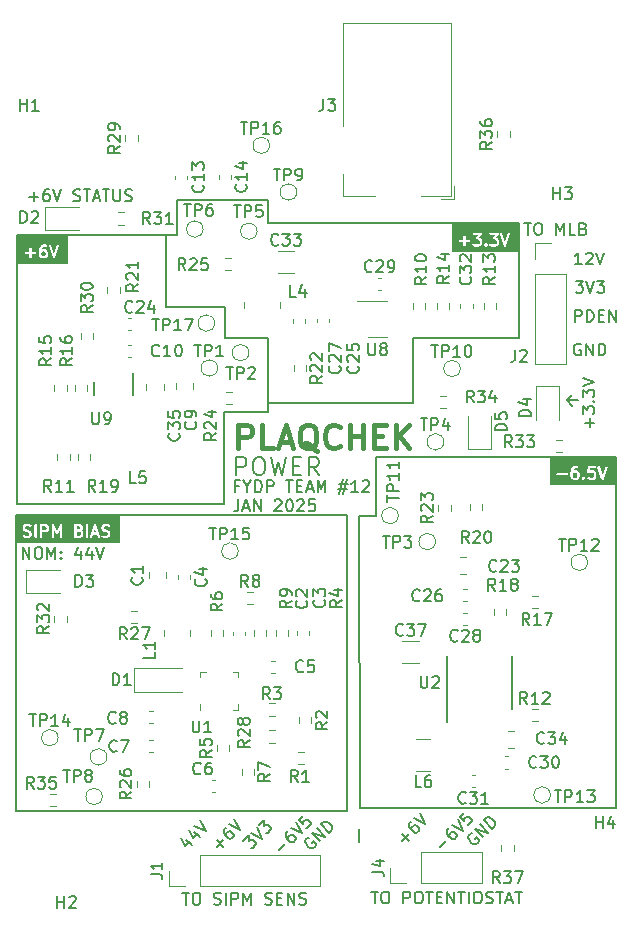
<source format=gbr>
%TF.GenerationSoftware,KiCad,Pcbnew,7.0.2-0*%
%TF.CreationDate,2025-01-08T12:57:52-05:00*%
%TF.ProjectId,plaqchek_power,706c6171-6368-4656-9b5f-706f7765722e,rev?*%
%TF.SameCoordinates,Original*%
%TF.FileFunction,Legend,Top*%
%TF.FilePolarity,Positive*%
%FSLAX46Y46*%
G04 Gerber Fmt 4.6, Leading zero omitted, Abs format (unit mm)*
G04 Created by KiCad (PCBNEW 7.0.2-0) date 2025-01-08 12:57:52*
%MOMM*%
%LPD*%
G01*
G04 APERTURE LIST*
%ADD10C,0.150000*%
%ADD11C,0.153000*%
%ADD12C,0.200000*%
%ADD13C,0.400000*%
%ADD14C,0.187500*%
%ADD15C,0.120000*%
%ADD16C,0.100000*%
G04 APERTURE END LIST*
D10*
X135625000Y-68500000D02*
X135625000Y-65500000D01*
X135625000Y-65500000D02*
X143375000Y-65500000D01*
X151100000Y-117000000D02*
X172825000Y-117000000D01*
X143375000Y-67500000D02*
X164625000Y-67500000D01*
X122125000Y-68500000D02*
X122125000Y-91250000D01*
X164625000Y-77250000D02*
X155625000Y-77250000D01*
X134125000Y-68500000D02*
X135625000Y-68500000D01*
X143375000Y-65500000D02*
X143375000Y-67500000D01*
X139700000Y-77200000D02*
X139700000Y-74550000D01*
X139675000Y-74550000D02*
X134725000Y-74550000D01*
X139625000Y-83500000D02*
X143375000Y-83500000D01*
X122020000Y-92235837D02*
X150020000Y-92235837D01*
X150020000Y-117235837D01*
X122020000Y-117235837D01*
X122020000Y-92235837D01*
X155625000Y-82750000D02*
X143375000Y-82750000D01*
X143375000Y-83500000D02*
X143375000Y-77200000D01*
X169125000Y-83000000D02*
X168624496Y-82499496D01*
X139625000Y-91250000D02*
X139625000Y-83500000D01*
X169625000Y-82500000D02*
X168875000Y-82500000D01*
X151075000Y-92250000D02*
X151100000Y-117000000D01*
X134125000Y-68500000D02*
X122125000Y-68500000D01*
X172800000Y-87250000D02*
X152450000Y-87250000D01*
X172825000Y-117000000D02*
X172825000Y-87250000D01*
X152475000Y-87250000D02*
X152475000Y-92250000D01*
X151075000Y-118800000D02*
X151075000Y-119850000D01*
X155625000Y-77250000D02*
X155625000Y-82750000D01*
X169125000Y-82000000D02*
X168625000Y-82500000D01*
X164625000Y-67500000D02*
X164625000Y-77250000D01*
X122125000Y-91250000D02*
X139625000Y-91250000D01*
X152475000Y-92250000D02*
X151075000Y-92250000D01*
X168625000Y-82500000D02*
X169125000Y-82000000D01*
X143375000Y-77200000D02*
X139700000Y-77200000D01*
X134700000Y-74500000D02*
X134700000Y-68500000D01*
X168875000Y-82500000D02*
X168625000Y-82500000D01*
D11*
X169338095Y-75827619D02*
X169338095Y-74827619D01*
X169338095Y-74827619D02*
X169719047Y-74827619D01*
X169719047Y-74827619D02*
X169814285Y-74875238D01*
X169814285Y-74875238D02*
X169861904Y-74922857D01*
X169861904Y-74922857D02*
X169909523Y-75018095D01*
X169909523Y-75018095D02*
X169909523Y-75160952D01*
X169909523Y-75160952D02*
X169861904Y-75256190D01*
X169861904Y-75256190D02*
X169814285Y-75303809D01*
X169814285Y-75303809D02*
X169719047Y-75351428D01*
X169719047Y-75351428D02*
X169338095Y-75351428D01*
X170338095Y-75827619D02*
X170338095Y-74827619D01*
X170338095Y-74827619D02*
X170576190Y-74827619D01*
X170576190Y-74827619D02*
X170719047Y-74875238D01*
X170719047Y-74875238D02*
X170814285Y-74970476D01*
X170814285Y-74970476D02*
X170861904Y-75065714D01*
X170861904Y-75065714D02*
X170909523Y-75256190D01*
X170909523Y-75256190D02*
X170909523Y-75399047D01*
X170909523Y-75399047D02*
X170861904Y-75589523D01*
X170861904Y-75589523D02*
X170814285Y-75684761D01*
X170814285Y-75684761D02*
X170719047Y-75780000D01*
X170719047Y-75780000D02*
X170576190Y-75827619D01*
X170576190Y-75827619D02*
X170338095Y-75827619D01*
X171338095Y-75303809D02*
X171671428Y-75303809D01*
X171814285Y-75827619D02*
X171338095Y-75827619D01*
X171338095Y-75827619D02*
X171338095Y-74827619D01*
X171338095Y-74827619D02*
X171814285Y-74827619D01*
X172242857Y-75827619D02*
X172242857Y-74827619D01*
X172242857Y-74827619D02*
X172814285Y-75827619D01*
X172814285Y-75827619D02*
X172814285Y-74827619D01*
X140871428Y-89733809D02*
X140538095Y-89733809D01*
X140538095Y-90257619D02*
X140538095Y-89257619D01*
X140538095Y-89257619D02*
X141014285Y-89257619D01*
X141585714Y-89781428D02*
X141585714Y-90257619D01*
X141252381Y-89257619D02*
X141585714Y-89781428D01*
X141585714Y-89781428D02*
X141919047Y-89257619D01*
X142252381Y-90257619D02*
X142252381Y-89257619D01*
X142252381Y-89257619D02*
X142490476Y-89257619D01*
X142490476Y-89257619D02*
X142633333Y-89305238D01*
X142633333Y-89305238D02*
X142728571Y-89400476D01*
X142728571Y-89400476D02*
X142776190Y-89495714D01*
X142776190Y-89495714D02*
X142823809Y-89686190D01*
X142823809Y-89686190D02*
X142823809Y-89829047D01*
X142823809Y-89829047D02*
X142776190Y-90019523D01*
X142776190Y-90019523D02*
X142728571Y-90114761D01*
X142728571Y-90114761D02*
X142633333Y-90210000D01*
X142633333Y-90210000D02*
X142490476Y-90257619D01*
X142490476Y-90257619D02*
X142252381Y-90257619D01*
X143252381Y-90257619D02*
X143252381Y-89257619D01*
X143252381Y-89257619D02*
X143633333Y-89257619D01*
X143633333Y-89257619D02*
X143728571Y-89305238D01*
X143728571Y-89305238D02*
X143776190Y-89352857D01*
X143776190Y-89352857D02*
X143823809Y-89448095D01*
X143823809Y-89448095D02*
X143823809Y-89590952D01*
X143823809Y-89590952D02*
X143776190Y-89686190D01*
X143776190Y-89686190D02*
X143728571Y-89733809D01*
X143728571Y-89733809D02*
X143633333Y-89781428D01*
X143633333Y-89781428D02*
X143252381Y-89781428D01*
X144871429Y-89257619D02*
X145442857Y-89257619D01*
X145157143Y-90257619D02*
X145157143Y-89257619D01*
X145776191Y-89733809D02*
X146109524Y-89733809D01*
X146252381Y-90257619D02*
X145776191Y-90257619D01*
X145776191Y-90257619D02*
X145776191Y-89257619D01*
X145776191Y-89257619D02*
X146252381Y-89257619D01*
X146633334Y-89971904D02*
X147109524Y-89971904D01*
X146538096Y-90257619D02*
X146871429Y-89257619D01*
X146871429Y-89257619D02*
X147204762Y-90257619D01*
X147538096Y-90257619D02*
X147538096Y-89257619D01*
X147538096Y-89257619D02*
X147871429Y-89971904D01*
X147871429Y-89971904D02*
X148204762Y-89257619D01*
X148204762Y-89257619D02*
X148204762Y-90257619D01*
X149395239Y-89590952D02*
X150109524Y-89590952D01*
X149680953Y-89162380D02*
X149395239Y-90448095D01*
X150014286Y-90019523D02*
X149300001Y-90019523D01*
X149728572Y-90448095D02*
X150014286Y-89162380D01*
X150966667Y-90257619D02*
X150395239Y-90257619D01*
X150680953Y-90257619D02*
X150680953Y-89257619D01*
X150680953Y-89257619D02*
X150585715Y-89400476D01*
X150585715Y-89400476D02*
X150490477Y-89495714D01*
X150490477Y-89495714D02*
X150395239Y-89543333D01*
X151347620Y-89352857D02*
X151395239Y-89305238D01*
X151395239Y-89305238D02*
X151490477Y-89257619D01*
X151490477Y-89257619D02*
X151728572Y-89257619D01*
X151728572Y-89257619D02*
X151823810Y-89305238D01*
X151823810Y-89305238D02*
X151871429Y-89352857D01*
X151871429Y-89352857D02*
X151919048Y-89448095D01*
X151919048Y-89448095D02*
X151919048Y-89543333D01*
X151919048Y-89543333D02*
X151871429Y-89686190D01*
X151871429Y-89686190D02*
X151300001Y-90257619D01*
X151300001Y-90257619D02*
X151919048Y-90257619D01*
X140823809Y-90877619D02*
X140823809Y-91591904D01*
X140823809Y-91591904D02*
X140776190Y-91734761D01*
X140776190Y-91734761D02*
X140680952Y-91830000D01*
X140680952Y-91830000D02*
X140538095Y-91877619D01*
X140538095Y-91877619D02*
X140442857Y-91877619D01*
X141252381Y-91591904D02*
X141728571Y-91591904D01*
X141157143Y-91877619D02*
X141490476Y-90877619D01*
X141490476Y-90877619D02*
X141823809Y-91877619D01*
X142157143Y-91877619D02*
X142157143Y-90877619D01*
X142157143Y-90877619D02*
X142728571Y-91877619D01*
X142728571Y-91877619D02*
X142728571Y-90877619D01*
X143919048Y-90972857D02*
X143966667Y-90925238D01*
X143966667Y-90925238D02*
X144061905Y-90877619D01*
X144061905Y-90877619D02*
X144300000Y-90877619D01*
X144300000Y-90877619D02*
X144395238Y-90925238D01*
X144395238Y-90925238D02*
X144442857Y-90972857D01*
X144442857Y-90972857D02*
X144490476Y-91068095D01*
X144490476Y-91068095D02*
X144490476Y-91163333D01*
X144490476Y-91163333D02*
X144442857Y-91306190D01*
X144442857Y-91306190D02*
X143871429Y-91877619D01*
X143871429Y-91877619D02*
X144490476Y-91877619D01*
X145109524Y-90877619D02*
X145204762Y-90877619D01*
X145204762Y-90877619D02*
X145300000Y-90925238D01*
X145300000Y-90925238D02*
X145347619Y-90972857D01*
X145347619Y-90972857D02*
X145395238Y-91068095D01*
X145395238Y-91068095D02*
X145442857Y-91258571D01*
X145442857Y-91258571D02*
X145442857Y-91496666D01*
X145442857Y-91496666D02*
X145395238Y-91687142D01*
X145395238Y-91687142D02*
X145347619Y-91782380D01*
X145347619Y-91782380D02*
X145300000Y-91830000D01*
X145300000Y-91830000D02*
X145204762Y-91877619D01*
X145204762Y-91877619D02*
X145109524Y-91877619D01*
X145109524Y-91877619D02*
X145014286Y-91830000D01*
X145014286Y-91830000D02*
X144966667Y-91782380D01*
X144966667Y-91782380D02*
X144919048Y-91687142D01*
X144919048Y-91687142D02*
X144871429Y-91496666D01*
X144871429Y-91496666D02*
X144871429Y-91258571D01*
X144871429Y-91258571D02*
X144919048Y-91068095D01*
X144919048Y-91068095D02*
X144966667Y-90972857D01*
X144966667Y-90972857D02*
X145014286Y-90925238D01*
X145014286Y-90925238D02*
X145109524Y-90877619D01*
X145823810Y-90972857D02*
X145871429Y-90925238D01*
X145871429Y-90925238D02*
X145966667Y-90877619D01*
X145966667Y-90877619D02*
X146204762Y-90877619D01*
X146204762Y-90877619D02*
X146300000Y-90925238D01*
X146300000Y-90925238D02*
X146347619Y-90972857D01*
X146347619Y-90972857D02*
X146395238Y-91068095D01*
X146395238Y-91068095D02*
X146395238Y-91163333D01*
X146395238Y-91163333D02*
X146347619Y-91306190D01*
X146347619Y-91306190D02*
X145776191Y-91877619D01*
X145776191Y-91877619D02*
X146395238Y-91877619D01*
X147300000Y-90877619D02*
X146823810Y-90877619D01*
X146823810Y-90877619D02*
X146776191Y-91353809D01*
X146776191Y-91353809D02*
X146823810Y-91306190D01*
X146823810Y-91306190D02*
X146919048Y-91258571D01*
X146919048Y-91258571D02*
X147157143Y-91258571D01*
X147157143Y-91258571D02*
X147252381Y-91306190D01*
X147252381Y-91306190D02*
X147300000Y-91353809D01*
X147300000Y-91353809D02*
X147347619Y-91449047D01*
X147347619Y-91449047D02*
X147347619Y-91687142D01*
X147347619Y-91687142D02*
X147300000Y-91782380D01*
X147300000Y-91782380D02*
X147252381Y-91830000D01*
X147252381Y-91830000D02*
X147157143Y-91877619D01*
X147157143Y-91877619D02*
X146919048Y-91877619D01*
X146919048Y-91877619D02*
X146823810Y-91830000D01*
X146823810Y-91830000D02*
X146776191Y-91782380D01*
D12*
G36*
X124470525Y-69888375D02*
G01*
X124495195Y-69913045D01*
X124524999Y-69972653D01*
X124524999Y-70163535D01*
X124495195Y-70223143D01*
X124470524Y-70247814D01*
X124410917Y-70277619D01*
X124267653Y-70277619D01*
X124208046Y-70247815D01*
X124183375Y-70223143D01*
X124153571Y-70163535D01*
X124153571Y-69972653D01*
X124183375Y-69913044D01*
X124208045Y-69888374D01*
X124267653Y-69858571D01*
X124410917Y-69858571D01*
X124470525Y-69888375D01*
G37*
G36*
X126415476Y-70942857D02*
G01*
X122182143Y-70942857D01*
X122182143Y-70011498D01*
X122759934Y-70011498D01*
X122784329Y-70064917D01*
X122833732Y-70096666D01*
X123144047Y-70096666D01*
X123144047Y-70391998D01*
X123156370Y-70433966D01*
X123200752Y-70472423D01*
X123258879Y-70480780D01*
X123312298Y-70456385D01*
X123344047Y-70406982D01*
X123344047Y-70096666D01*
X123639379Y-70096666D01*
X123681347Y-70084343D01*
X123719804Y-70039961D01*
X123728161Y-69981834D01*
X123718297Y-69960235D01*
X123949951Y-69960235D01*
X123953571Y-69968963D01*
X123953570Y-70181756D01*
X123950997Y-70205600D01*
X123960135Y-70223876D01*
X123965894Y-70243489D01*
X123973035Y-70249677D01*
X124006139Y-70315884D01*
X124009716Y-70332327D01*
X124029199Y-70351810D01*
X124047968Y-70371988D01*
X124049860Y-70372471D01*
X124069232Y-70391844D01*
X124077825Y-70406311D01*
X124102463Y-70418630D01*
X124126654Y-70431840D01*
X124128603Y-70431700D01*
X124194508Y-70464653D01*
X124214684Y-70477619D01*
X124235119Y-70477619D01*
X124255235Y-70481239D01*
X124263963Y-70477619D01*
X124429138Y-70477619D01*
X124452981Y-70480193D01*
X124471257Y-70471054D01*
X124490870Y-70465296D01*
X124497058Y-70458154D01*
X124563266Y-70425050D01*
X124579710Y-70421473D01*
X124599195Y-70401987D01*
X124619369Y-70383222D01*
X124619853Y-70381328D01*
X124639226Y-70361955D01*
X124653691Y-70353364D01*
X124666008Y-70328729D01*
X124679220Y-70304533D01*
X124679080Y-70302585D01*
X124712033Y-70236680D01*
X124724999Y-70216505D01*
X124724999Y-70196069D01*
X124728619Y-70175954D01*
X124724999Y-70167225D01*
X124724999Y-69954431D01*
X124727573Y-69930588D01*
X124718434Y-69912310D01*
X124712676Y-69892700D01*
X124705534Y-69886512D01*
X124672429Y-69820301D01*
X124668853Y-69803861D01*
X124649378Y-69784386D01*
X124630602Y-69764200D01*
X124628707Y-69763715D01*
X124609337Y-69744345D01*
X124600745Y-69729879D01*
X124576110Y-69717561D01*
X124551915Y-69704350D01*
X124549965Y-69704489D01*
X124484064Y-69671538D01*
X124463886Y-69658571D01*
X124443450Y-69658571D01*
X124423335Y-69654951D01*
X124414607Y-69658571D01*
X124249431Y-69658571D01*
X124225588Y-69655997D01*
X124207310Y-69665135D01*
X124190692Y-69670015D01*
X124194003Y-69656770D01*
X124274140Y-69536565D01*
X124303283Y-69507422D01*
X124362891Y-69477619D01*
X124544140Y-69477619D01*
X124586108Y-69465296D01*
X124624565Y-69420914D01*
X124630248Y-69381386D01*
X124806560Y-69381386D01*
X125143458Y-70392079D01*
X125143051Y-70403349D01*
X125152566Y-70419402D01*
X125153726Y-70422882D01*
X125159860Y-70431709D01*
X125172994Y-70453867D01*
X125176470Y-70455609D01*
X125178688Y-70458800D01*
X125202479Y-70468642D01*
X125225496Y-70480176D01*
X125229359Y-70479762D01*
X125232953Y-70481249D01*
X125258283Y-70476666D01*
X125283888Y-70473926D01*
X125286918Y-70471486D01*
X125290740Y-70470795D01*
X125309566Y-70453251D01*
X125329630Y-70437098D01*
X125330859Y-70433409D01*
X125333703Y-70430760D01*
X125340059Y-70405809D01*
X125676795Y-69395601D01*
X125678376Y-69351890D01*
X125648433Y-69301372D01*
X125595931Y-69275062D01*
X125537539Y-69281313D01*
X125491797Y-69318140D01*
X125244047Y-70061390D01*
X125001035Y-69332355D01*
X124976073Y-69296438D01*
X124921808Y-69273989D01*
X124864021Y-69284442D01*
X124821057Y-69324478D01*
X124806560Y-69381386D01*
X124630248Y-69381386D01*
X124632922Y-69362787D01*
X124608527Y-69309368D01*
X124559124Y-69277619D01*
X124344669Y-69277619D01*
X124320826Y-69275045D01*
X124302548Y-69284183D01*
X124282938Y-69289942D01*
X124276750Y-69297083D01*
X124210539Y-69330188D01*
X124194099Y-69333765D01*
X124174624Y-69353239D01*
X124154438Y-69372016D01*
X124153953Y-69373910D01*
X124139090Y-69388773D01*
X124129511Y-69392955D01*
X124118715Y-69409148D01*
X124115550Y-69412314D01*
X124110774Y-69421060D01*
X124024342Y-69550708D01*
X124011297Y-69562974D01*
X124004871Y-69588677D01*
X123996983Y-69613963D01*
X123997804Y-69616944D01*
X123960547Y-69765970D01*
X123953571Y-69776827D01*
X123953571Y-69793877D01*
X123953069Y-69795886D01*
X123953571Y-69808232D01*
X123953571Y-69940119D01*
X123949951Y-69960235D01*
X123718297Y-69960235D01*
X123703766Y-69928415D01*
X123654363Y-69896666D01*
X123344047Y-69896666D01*
X123344047Y-69601335D01*
X123331724Y-69559367D01*
X123287342Y-69520910D01*
X123229215Y-69512553D01*
X123175796Y-69536948D01*
X123144047Y-69586351D01*
X123144047Y-69896666D01*
X122848716Y-69896666D01*
X122806748Y-69908989D01*
X122768291Y-69953371D01*
X122759934Y-70011498D01*
X122182143Y-70011498D01*
X122182143Y-68557143D01*
X126415476Y-68557143D01*
X126415476Y-70942857D01*
G37*
D11*
X123113095Y-65246666D02*
X123875000Y-65246666D01*
X123494047Y-65627619D02*
X123494047Y-64865714D01*
X124779761Y-64627619D02*
X124589285Y-64627619D01*
X124589285Y-64627619D02*
X124494047Y-64675238D01*
X124494047Y-64675238D02*
X124446428Y-64722857D01*
X124446428Y-64722857D02*
X124351190Y-64865714D01*
X124351190Y-64865714D02*
X124303571Y-65056190D01*
X124303571Y-65056190D02*
X124303571Y-65437142D01*
X124303571Y-65437142D02*
X124351190Y-65532380D01*
X124351190Y-65532380D02*
X124398809Y-65580000D01*
X124398809Y-65580000D02*
X124494047Y-65627619D01*
X124494047Y-65627619D02*
X124684523Y-65627619D01*
X124684523Y-65627619D02*
X124779761Y-65580000D01*
X124779761Y-65580000D02*
X124827380Y-65532380D01*
X124827380Y-65532380D02*
X124874999Y-65437142D01*
X124874999Y-65437142D02*
X124874999Y-65199047D01*
X124874999Y-65199047D02*
X124827380Y-65103809D01*
X124827380Y-65103809D02*
X124779761Y-65056190D01*
X124779761Y-65056190D02*
X124684523Y-65008571D01*
X124684523Y-65008571D02*
X124494047Y-65008571D01*
X124494047Y-65008571D02*
X124398809Y-65056190D01*
X124398809Y-65056190D02*
X124351190Y-65103809D01*
X124351190Y-65103809D02*
X124303571Y-65199047D01*
X125160714Y-64627619D02*
X125494047Y-65627619D01*
X125494047Y-65627619D02*
X125827380Y-64627619D01*
X126875000Y-65580000D02*
X127017857Y-65627619D01*
X127017857Y-65627619D02*
X127255952Y-65627619D01*
X127255952Y-65627619D02*
X127351190Y-65580000D01*
X127351190Y-65580000D02*
X127398809Y-65532380D01*
X127398809Y-65532380D02*
X127446428Y-65437142D01*
X127446428Y-65437142D02*
X127446428Y-65341904D01*
X127446428Y-65341904D02*
X127398809Y-65246666D01*
X127398809Y-65246666D02*
X127351190Y-65199047D01*
X127351190Y-65199047D02*
X127255952Y-65151428D01*
X127255952Y-65151428D02*
X127065476Y-65103809D01*
X127065476Y-65103809D02*
X126970238Y-65056190D01*
X126970238Y-65056190D02*
X126922619Y-65008571D01*
X126922619Y-65008571D02*
X126875000Y-64913333D01*
X126875000Y-64913333D02*
X126875000Y-64818095D01*
X126875000Y-64818095D02*
X126922619Y-64722857D01*
X126922619Y-64722857D02*
X126970238Y-64675238D01*
X126970238Y-64675238D02*
X127065476Y-64627619D01*
X127065476Y-64627619D02*
X127303571Y-64627619D01*
X127303571Y-64627619D02*
X127446428Y-64675238D01*
X127732143Y-64627619D02*
X128303571Y-64627619D01*
X128017857Y-65627619D02*
X128017857Y-64627619D01*
X128589286Y-65341904D02*
X129065476Y-65341904D01*
X128494048Y-65627619D02*
X128827381Y-64627619D01*
X128827381Y-64627619D02*
X129160714Y-65627619D01*
X129351191Y-64627619D02*
X129922619Y-64627619D01*
X129636905Y-65627619D02*
X129636905Y-64627619D01*
X130255953Y-64627619D02*
X130255953Y-65437142D01*
X130255953Y-65437142D02*
X130303572Y-65532380D01*
X130303572Y-65532380D02*
X130351191Y-65580000D01*
X130351191Y-65580000D02*
X130446429Y-65627619D01*
X130446429Y-65627619D02*
X130636905Y-65627619D01*
X130636905Y-65627619D02*
X130732143Y-65580000D01*
X130732143Y-65580000D02*
X130779762Y-65532380D01*
X130779762Y-65532380D02*
X130827381Y-65437142D01*
X130827381Y-65437142D02*
X130827381Y-64627619D01*
X131255953Y-65580000D02*
X131398810Y-65627619D01*
X131398810Y-65627619D02*
X131636905Y-65627619D01*
X131636905Y-65627619D02*
X131732143Y-65580000D01*
X131732143Y-65580000D02*
X131779762Y-65532380D01*
X131779762Y-65532380D02*
X131827381Y-65437142D01*
X131827381Y-65437142D02*
X131827381Y-65341904D01*
X131827381Y-65341904D02*
X131779762Y-65246666D01*
X131779762Y-65246666D02*
X131732143Y-65199047D01*
X131732143Y-65199047D02*
X131636905Y-65151428D01*
X131636905Y-65151428D02*
X131446429Y-65103809D01*
X131446429Y-65103809D02*
X131351191Y-65056190D01*
X131351191Y-65056190D02*
X131303572Y-65008571D01*
X131303572Y-65008571D02*
X131255953Y-64913333D01*
X131255953Y-64913333D02*
X131255953Y-64818095D01*
X131255953Y-64818095D02*
X131303572Y-64722857D01*
X131303572Y-64722857D02*
X131351191Y-64675238D01*
X131351191Y-64675238D02*
X131446429Y-64627619D01*
X131446429Y-64627619D02*
X131684524Y-64627619D01*
X131684524Y-64627619D02*
X131827381Y-64675238D01*
X160578776Y-119151280D02*
X160477761Y-119184952D01*
X160477761Y-119184952D02*
X160376746Y-119285967D01*
X160376746Y-119285967D02*
X160309402Y-119420654D01*
X160309402Y-119420654D02*
X160309402Y-119555341D01*
X160309402Y-119555341D02*
X160343074Y-119656356D01*
X160343074Y-119656356D02*
X160444089Y-119824715D01*
X160444089Y-119824715D02*
X160545104Y-119925730D01*
X160545104Y-119925730D02*
X160713463Y-120026746D01*
X160713463Y-120026746D02*
X160814478Y-120060417D01*
X160814478Y-120060417D02*
X160949165Y-120060417D01*
X160949165Y-120060417D02*
X161083852Y-119993074D01*
X161083852Y-119993074D02*
X161151196Y-119925730D01*
X161151196Y-119925730D02*
X161218539Y-119791043D01*
X161218539Y-119791043D02*
X161218539Y-119723700D01*
X161218539Y-119723700D02*
X160982837Y-119487998D01*
X160982837Y-119487998D02*
X160848150Y-119622685D01*
X161588929Y-119487998D02*
X160881822Y-118780891D01*
X160881822Y-118780891D02*
X161992990Y-119083937D01*
X161992990Y-119083937D02*
X161285883Y-118376830D01*
X162329707Y-118747219D02*
X161622600Y-118040112D01*
X161622600Y-118040112D02*
X161790959Y-117871754D01*
X161790959Y-117871754D02*
X161925646Y-117804410D01*
X161925646Y-117804410D02*
X162060333Y-117804410D01*
X162060333Y-117804410D02*
X162161348Y-117838082D01*
X162161348Y-117838082D02*
X162329707Y-117939097D01*
X162329707Y-117939097D02*
X162430722Y-118040112D01*
X162430722Y-118040112D02*
X162531738Y-118208471D01*
X162531738Y-118208471D02*
X162565409Y-118309486D01*
X162565409Y-118309486D02*
X162565409Y-118444173D01*
X162565409Y-118444173D02*
X162498066Y-118578860D01*
X162498066Y-118578860D02*
X162329707Y-118747219D01*
D12*
G36*
X128809864Y-93655075D02*
G01*
X128611160Y-93655075D01*
X128710511Y-93357017D01*
X128809864Y-93655075D01*
G37*
G36*
X124556038Y-93170594D02*
G01*
X124580708Y-93195264D01*
X124610512Y-93254872D01*
X124610512Y-93350517D01*
X124580708Y-93410124D01*
X124556038Y-93434794D01*
X124496430Y-93464599D01*
X124239084Y-93464599D01*
X124239084Y-93140790D01*
X124496430Y-93140790D01*
X124556038Y-93170594D01*
G37*
G36*
X127466018Y-93652002D02*
G01*
X127485469Y-93671453D01*
X127515274Y-93731061D01*
X127515274Y-93826707D01*
X127485470Y-93886314D01*
X127460799Y-93910985D01*
X127401192Y-93940790D01*
X127143846Y-93940790D01*
X127143846Y-93616980D01*
X127360951Y-93616980D01*
X127466018Y-93652002D01*
G37*
G36*
X127413181Y-93170594D02*
G01*
X127437851Y-93195264D01*
X127467655Y-93254872D01*
X127467655Y-93302897D01*
X127437851Y-93362505D01*
X127413181Y-93387175D01*
X127355287Y-93416122D01*
X127351449Y-93415984D01*
X127349769Y-93416980D01*
X127143846Y-93416980D01*
X127143846Y-93140790D01*
X127353573Y-93140790D01*
X127413181Y-93170594D01*
G37*
G36*
X130834322Y-94606028D02*
G01*
X122029561Y-94606028D01*
X122029561Y-93242454D01*
X122559274Y-93242454D01*
X122562894Y-93251182D01*
X122562893Y-93321118D01*
X122560320Y-93344962D01*
X122569458Y-93363238D01*
X122575217Y-93382851D01*
X122582358Y-93389039D01*
X122615462Y-93455247D01*
X122619040Y-93471690D01*
X122638519Y-93491169D01*
X122657291Y-93511350D01*
X122659184Y-93511834D01*
X122678555Y-93531205D01*
X122687148Y-93545672D01*
X122711784Y-93557990D01*
X122735978Y-93571201D01*
X122737926Y-93571061D01*
X122792716Y-93598456D01*
X122800630Y-93606873D01*
X122818468Y-93611332D01*
X122821509Y-93612853D01*
X122832363Y-93614806D01*
X123008945Y-93658951D01*
X123079848Y-93694403D01*
X123104518Y-93719073D01*
X123134322Y-93778681D01*
X123134322Y-93826706D01*
X123104518Y-93886314D01*
X123079847Y-93910985D01*
X123020240Y-93940790D01*
X122821978Y-93940790D01*
X122680876Y-93893756D01*
X122637164Y-93892175D01*
X122586646Y-93922118D01*
X122560337Y-93974619D01*
X122566587Y-94033012D01*
X122603415Y-94078754D01*
X122762232Y-94131692D01*
X122776388Y-94140790D01*
X122803943Y-94140790D01*
X122831480Y-94141786D01*
X122833160Y-94140790D01*
X123038461Y-94140790D01*
X123062304Y-94143364D01*
X123080580Y-94134225D01*
X123100193Y-94128467D01*
X123106381Y-94121325D01*
X123172589Y-94088221D01*
X123189033Y-94084644D01*
X123208518Y-94065158D01*
X123219257Y-94055169D01*
X123562894Y-94055169D01*
X123575217Y-94097137D01*
X123619599Y-94135594D01*
X123677726Y-94143951D01*
X123731145Y-94119556D01*
X123762894Y-94070153D01*
X123762894Y-93579431D01*
X124035923Y-93579431D01*
X124039084Y-93586352D01*
X124039084Y-94055169D01*
X124051407Y-94097137D01*
X124095789Y-94135594D01*
X124153916Y-94143951D01*
X124207335Y-94119556D01*
X124239084Y-94070153D01*
X124239084Y-93664599D01*
X124514651Y-93664599D01*
X124538494Y-93667173D01*
X124556770Y-93658034D01*
X124576383Y-93652276D01*
X124582571Y-93645134D01*
X124648779Y-93612030D01*
X124665222Y-93608453D01*
X124684701Y-93588973D01*
X124704882Y-93570202D01*
X124705366Y-93568308D01*
X124724737Y-93548937D01*
X124739204Y-93540345D01*
X124751522Y-93515708D01*
X124764733Y-93491515D01*
X124764593Y-93489566D01*
X124797546Y-93423661D01*
X124810512Y-93403486D01*
X124810511Y-93383050D01*
X124814132Y-93362935D01*
X124810512Y-93354206D01*
X124810511Y-93236650D01*
X124813086Y-93212807D01*
X124803947Y-93194529D01*
X124798189Y-93174919D01*
X124791047Y-93168731D01*
X124757942Y-93102520D01*
X124754366Y-93086080D01*
X124734891Y-93066605D01*
X124725464Y-93056470D01*
X125036049Y-93056470D01*
X125039084Y-93062973D01*
X125039084Y-94055169D01*
X125051407Y-94097137D01*
X125095789Y-94135594D01*
X125153916Y-94143951D01*
X125207335Y-94119556D01*
X125239084Y-94070153D01*
X125239084Y-93491546D01*
X125381457Y-93796633D01*
X125393093Y-93822676D01*
X125406332Y-93831339D01*
X125416794Y-93843213D01*
X125430397Y-93847086D01*
X125442232Y-93854830D01*
X125458054Y-93854960D01*
X125473275Y-93859294D01*
X125486813Y-93855197D01*
X125500956Y-93855314D01*
X125514337Y-93846868D01*
X125529483Y-93842286D01*
X125538657Y-93831520D01*
X125550618Y-93823972D01*
X125557308Y-93809634D01*
X125567574Y-93797589D01*
X125569471Y-93783570D01*
X125705750Y-93491546D01*
X125705750Y-94055169D01*
X125718073Y-94097137D01*
X125762455Y-94135594D01*
X125820582Y-94143951D01*
X125874001Y-94119556D01*
X125905750Y-94070153D01*
X125905750Y-94055622D01*
X126940685Y-94055622D01*
X126949911Y-94075825D01*
X126956169Y-94097137D01*
X126961919Y-94102119D01*
X126965080Y-94109041D01*
X126983765Y-94121049D01*
X127000551Y-94135594D01*
X127008082Y-94136676D01*
X127014483Y-94140790D01*
X127036692Y-94140790D01*
X127058678Y-94143951D01*
X127065600Y-94140790D01*
X127419413Y-94140790D01*
X127443256Y-94143364D01*
X127461532Y-94134225D01*
X127481145Y-94128467D01*
X127487333Y-94121325D01*
X127553541Y-94088221D01*
X127569985Y-94084644D01*
X127589470Y-94065158D01*
X127600209Y-94055169D01*
X127943846Y-94055169D01*
X127956169Y-94097137D01*
X128000551Y-94135594D01*
X128058678Y-94143951D01*
X128112097Y-94119556D01*
X128143846Y-94070153D01*
X128143846Y-94066520D01*
X128276183Y-94066520D01*
X128306126Y-94117038D01*
X128358628Y-94143347D01*
X128417020Y-94137097D01*
X128462762Y-94100269D01*
X128544493Y-93855075D01*
X128876531Y-93855075D01*
X128953524Y-94086053D01*
X128978486Y-94121971D01*
X129032751Y-94144420D01*
X129090538Y-94133966D01*
X129133501Y-94093931D01*
X129147999Y-94037023D01*
X129050955Y-93745893D01*
X129051768Y-93740243D01*
X129041786Y-93718386D01*
X128883142Y-93242454D01*
X129225940Y-93242454D01*
X129229560Y-93251182D01*
X129229560Y-93321118D01*
X129226986Y-93344962D01*
X129236124Y-93363238D01*
X129241883Y-93382851D01*
X129249024Y-93389039D01*
X129282128Y-93455247D01*
X129285706Y-93471690D01*
X129305185Y-93491169D01*
X129323957Y-93511350D01*
X129325850Y-93511834D01*
X129345221Y-93531205D01*
X129353814Y-93545672D01*
X129378450Y-93557990D01*
X129402644Y-93571201D01*
X129404592Y-93571061D01*
X129459382Y-93598456D01*
X129467296Y-93606873D01*
X129485134Y-93611332D01*
X129488175Y-93612853D01*
X129499029Y-93614806D01*
X129675611Y-93658951D01*
X129746514Y-93694403D01*
X129771183Y-93719073D01*
X129800988Y-93778680D01*
X129800988Y-93826706D01*
X129771184Y-93886314D01*
X129746513Y-93910985D01*
X129686906Y-93940790D01*
X129488644Y-93940790D01*
X129347542Y-93893756D01*
X129303830Y-93892175D01*
X129253312Y-93922118D01*
X129227003Y-93974619D01*
X129233253Y-94033012D01*
X129270081Y-94078754D01*
X129428898Y-94131692D01*
X129443054Y-94140790D01*
X129470609Y-94140790D01*
X129498146Y-94141786D01*
X129499826Y-94140790D01*
X129705127Y-94140790D01*
X129728970Y-94143364D01*
X129747246Y-94134225D01*
X129766859Y-94128467D01*
X129773047Y-94121325D01*
X129839255Y-94088221D01*
X129855699Y-94084644D01*
X129875184Y-94065158D01*
X129895358Y-94046393D01*
X129895842Y-94044499D01*
X129915215Y-94025126D01*
X129929680Y-94016535D01*
X129941997Y-93991900D01*
X129955209Y-93967704D01*
X129955069Y-93965756D01*
X129988022Y-93899851D01*
X130000988Y-93879676D01*
X130000988Y-93859240D01*
X130004608Y-93839125D01*
X130000988Y-93830396D01*
X130000988Y-93760459D01*
X130003562Y-93736616D01*
X129994423Y-93718338D01*
X129988665Y-93698728D01*
X129981523Y-93692540D01*
X129948418Y-93626329D01*
X129944842Y-93609889D01*
X129925367Y-93590414D01*
X129906591Y-93570228D01*
X129904696Y-93569743D01*
X129885326Y-93550373D01*
X129876734Y-93535907D01*
X129852099Y-93523589D01*
X129827904Y-93510378D01*
X129825954Y-93510517D01*
X129771166Y-93483123D01*
X129763252Y-93474706D01*
X129745412Y-93470246D01*
X129742372Y-93468726D01*
X129731520Y-93466773D01*
X129554936Y-93422627D01*
X129484034Y-93387176D01*
X129459364Y-93362506D01*
X129429559Y-93302897D01*
X129429559Y-93254872D01*
X129459364Y-93195263D01*
X129484033Y-93170594D01*
X129543642Y-93140790D01*
X129741903Y-93140790D01*
X129883006Y-93187824D01*
X129926717Y-93189405D01*
X129977235Y-93159462D01*
X130003545Y-93106960D01*
X129997294Y-93048568D01*
X129960466Y-93002826D01*
X129801649Y-92949887D01*
X129787494Y-92940790D01*
X129759939Y-92940790D01*
X129732401Y-92939794D01*
X129730721Y-92940790D01*
X129525420Y-92940790D01*
X129501577Y-92938216D01*
X129483299Y-92947354D01*
X129463689Y-92953113D01*
X129457501Y-92960254D01*
X129391290Y-92993359D01*
X129374850Y-92996936D01*
X129355375Y-93016410D01*
X129335189Y-93035187D01*
X129334704Y-93037081D01*
X129315334Y-93056451D01*
X129300868Y-93065044D01*
X129288550Y-93089678D01*
X129275339Y-93113874D01*
X129275478Y-93115823D01*
X129242527Y-93181724D01*
X129229560Y-93201903D01*
X129229560Y-93222338D01*
X129225940Y-93242454D01*
X128883142Y-93242454D01*
X128811100Y-93026328D01*
X128811508Y-93015061D01*
X128801994Y-92999010D01*
X128800833Y-92995526D01*
X128794691Y-92986689D01*
X128781565Y-92964543D01*
X128778089Y-92962801D01*
X128775871Y-92959609D01*
X128752074Y-92949764D01*
X128729063Y-92938233D01*
X128725199Y-92938646D01*
X128721606Y-92937160D01*
X128696262Y-92941744D01*
X128670671Y-92944484D01*
X128667643Y-92946921D01*
X128663819Y-92947613D01*
X128644981Y-92965166D01*
X128624929Y-92981311D01*
X128623700Y-92984997D01*
X128620855Y-92987649D01*
X128614497Y-93012606D01*
X128383832Y-93704602D01*
X128377613Y-93711780D01*
X128374710Y-93731967D01*
X128277764Y-94022808D01*
X128276183Y-94066520D01*
X128143846Y-94066520D01*
X128143846Y-93026411D01*
X128131523Y-92984443D01*
X128087141Y-92945986D01*
X128029014Y-92937629D01*
X127975595Y-92962024D01*
X127943846Y-93011427D01*
X127943846Y-94055169D01*
X127600209Y-94055169D01*
X127609644Y-94046393D01*
X127610128Y-94044499D01*
X127629501Y-94025126D01*
X127643966Y-94016535D01*
X127656283Y-93991900D01*
X127669495Y-93967704D01*
X127669355Y-93965756D01*
X127702308Y-93899851D01*
X127715274Y-93879676D01*
X127715274Y-93859240D01*
X127718894Y-93839125D01*
X127715274Y-93830396D01*
X127715274Y-93712840D01*
X127717848Y-93688997D01*
X127708709Y-93670719D01*
X127702951Y-93651109D01*
X127695809Y-93644921D01*
X127662704Y-93578710D01*
X127659128Y-93562270D01*
X127639653Y-93542795D01*
X127620877Y-93522609D01*
X127618982Y-93522124D01*
X127594552Y-93497694D01*
X127592426Y-93495054D01*
X127596347Y-93492726D01*
X127608665Y-93468089D01*
X127621876Y-93443896D01*
X127621736Y-93441947D01*
X127654689Y-93376042D01*
X127667655Y-93355867D01*
X127667655Y-93335431D01*
X127671275Y-93315316D01*
X127667655Y-93306587D01*
X127667655Y-93236650D01*
X127670229Y-93212807D01*
X127661090Y-93194529D01*
X127655332Y-93174919D01*
X127648190Y-93168731D01*
X127615085Y-93102520D01*
X127611509Y-93086080D01*
X127592034Y-93066605D01*
X127573258Y-93046419D01*
X127571363Y-93045934D01*
X127551993Y-93026564D01*
X127543401Y-93012098D01*
X127518766Y-92999780D01*
X127494571Y-92986569D01*
X127492621Y-92986708D01*
X127426720Y-92953757D01*
X127406542Y-92940790D01*
X127386106Y-92940790D01*
X127365991Y-92937170D01*
X127357263Y-92940790D01*
X127051000Y-92940790D01*
X127029014Y-92937629D01*
X127008810Y-92946855D01*
X126987499Y-92953113D01*
X126982516Y-92958863D01*
X126975595Y-92962024D01*
X126963586Y-92980709D01*
X126949042Y-92997495D01*
X126947959Y-93005026D01*
X126943846Y-93011427D01*
X126943846Y-93033635D01*
X126940685Y-93055622D01*
X126943846Y-93062543D01*
X126943846Y-93509825D01*
X126940685Y-93531812D01*
X126943846Y-93538733D01*
X126943846Y-94033635D01*
X126940685Y-94055622D01*
X125905750Y-94055622D01*
X125905750Y-93048358D01*
X125909030Y-93026806D01*
X125899799Y-93006146D01*
X125893427Y-92984443D01*
X125888003Y-92979743D01*
X125885075Y-92973189D01*
X125866141Y-92960800D01*
X125849045Y-92945986D01*
X125841940Y-92944964D01*
X125835935Y-92941035D01*
X125813311Y-92940848D01*
X125790918Y-92937629D01*
X125784389Y-92940610D01*
X125777211Y-92940551D01*
X125758076Y-92952626D01*
X125737499Y-92962024D01*
X125733618Y-92968062D01*
X125727549Y-92971893D01*
X125717982Y-92992392D01*
X125705750Y-93011427D01*
X125705750Y-93018605D01*
X125472417Y-93518603D01*
X125232901Y-93005355D01*
X125226761Y-92984443D01*
X125209664Y-92969628D01*
X125194707Y-92952652D01*
X125187803Y-92950686D01*
X125182379Y-92945986D01*
X125159986Y-92942766D01*
X125138226Y-92936571D01*
X125131354Y-92938650D01*
X125124252Y-92937629D01*
X125103676Y-92947025D01*
X125082018Y-92953579D01*
X125077362Y-92959042D01*
X125070833Y-92962024D01*
X125058602Y-92981055D01*
X125043927Y-92998276D01*
X125042964Y-93005389D01*
X125039084Y-93011427D01*
X125039084Y-93034050D01*
X125036049Y-93056470D01*
X124725464Y-93056470D01*
X124716115Y-93046419D01*
X124714220Y-93045934D01*
X124694850Y-93026564D01*
X124686258Y-93012098D01*
X124661623Y-92999780D01*
X124637428Y-92986569D01*
X124635478Y-92986708D01*
X124569577Y-92953757D01*
X124549399Y-92940790D01*
X124528963Y-92940790D01*
X124508848Y-92937170D01*
X124500120Y-92940790D01*
X124146238Y-92940790D01*
X124124252Y-92937629D01*
X124104048Y-92946855D01*
X124082737Y-92953113D01*
X124077754Y-92958863D01*
X124070833Y-92962024D01*
X124058824Y-92980709D01*
X124044280Y-92997495D01*
X124043197Y-93005026D01*
X124039084Y-93011427D01*
X124039084Y-93033635D01*
X124035923Y-93055622D01*
X124039084Y-93062543D01*
X124039084Y-93557444D01*
X124035923Y-93579431D01*
X123762894Y-93579431D01*
X123762894Y-93026411D01*
X123750571Y-92984443D01*
X123706189Y-92945986D01*
X123648062Y-92937629D01*
X123594643Y-92962024D01*
X123562894Y-93011427D01*
X123562894Y-94055169D01*
X123219257Y-94055169D01*
X123228692Y-94046393D01*
X123229176Y-94044499D01*
X123248549Y-94025126D01*
X123263014Y-94016535D01*
X123275331Y-93991900D01*
X123288543Y-93967704D01*
X123288403Y-93965756D01*
X123321356Y-93899851D01*
X123334322Y-93879676D01*
X123334322Y-93859240D01*
X123337942Y-93839125D01*
X123334322Y-93830396D01*
X123334322Y-93760459D01*
X123336896Y-93736616D01*
X123327757Y-93718338D01*
X123321999Y-93698728D01*
X123314857Y-93692540D01*
X123281752Y-93626329D01*
X123278176Y-93609889D01*
X123258701Y-93590414D01*
X123239925Y-93570228D01*
X123238030Y-93569743D01*
X123218660Y-93550373D01*
X123210068Y-93535907D01*
X123185433Y-93523589D01*
X123161238Y-93510378D01*
X123159288Y-93510517D01*
X123104500Y-93483123D01*
X123096586Y-93474706D01*
X123078745Y-93470246D01*
X123075706Y-93468726D01*
X123064854Y-93466773D01*
X122888269Y-93422626D01*
X122817368Y-93387176D01*
X122792698Y-93362506D01*
X122762894Y-93302897D01*
X122762894Y-93254872D01*
X122792698Y-93195263D01*
X122817368Y-93170594D01*
X122876976Y-93140790D01*
X123075237Y-93140790D01*
X123216340Y-93187824D01*
X123260051Y-93189405D01*
X123310569Y-93159462D01*
X123336879Y-93106960D01*
X123330628Y-93048568D01*
X123293800Y-93002826D01*
X123134983Y-92949887D01*
X123120828Y-92940790D01*
X123093273Y-92940790D01*
X123065735Y-92939794D01*
X123064055Y-92940790D01*
X122858754Y-92940790D01*
X122834911Y-92938216D01*
X122816633Y-92947354D01*
X122797023Y-92953113D01*
X122790835Y-92960254D01*
X122724624Y-92993359D01*
X122708184Y-92996936D01*
X122688709Y-93016410D01*
X122668523Y-93035187D01*
X122668038Y-93037081D01*
X122648668Y-93056451D01*
X122634202Y-93065044D01*
X122621884Y-93089678D01*
X122608673Y-93113874D01*
X122608812Y-93115823D01*
X122575861Y-93181724D01*
X122562894Y-93201903D01*
X122562894Y-93222338D01*
X122559274Y-93242454D01*
X122029561Y-93242454D01*
X122029561Y-92220314D01*
X130834322Y-92220314D01*
X130834322Y-94606028D01*
G37*
D11*
X170596666Y-84761904D02*
X170596666Y-84000000D01*
X170977619Y-84380952D02*
X170215714Y-84380952D01*
X169977619Y-83619047D02*
X169977619Y-83000000D01*
X169977619Y-83000000D02*
X170358571Y-83333333D01*
X170358571Y-83333333D02*
X170358571Y-83190476D01*
X170358571Y-83190476D02*
X170406190Y-83095238D01*
X170406190Y-83095238D02*
X170453809Y-83047619D01*
X170453809Y-83047619D02*
X170549047Y-83000000D01*
X170549047Y-83000000D02*
X170787142Y-83000000D01*
X170787142Y-83000000D02*
X170882380Y-83047619D01*
X170882380Y-83047619D02*
X170930000Y-83095238D01*
X170930000Y-83095238D02*
X170977619Y-83190476D01*
X170977619Y-83190476D02*
X170977619Y-83476190D01*
X170977619Y-83476190D02*
X170930000Y-83571428D01*
X170930000Y-83571428D02*
X170882380Y-83619047D01*
X170882380Y-82571428D02*
X170930000Y-82523809D01*
X170930000Y-82523809D02*
X170977619Y-82571428D01*
X170977619Y-82571428D02*
X170930000Y-82619047D01*
X170930000Y-82619047D02*
X170882380Y-82571428D01*
X170882380Y-82571428D02*
X170977619Y-82571428D01*
X169977619Y-82190476D02*
X169977619Y-81571429D01*
X169977619Y-81571429D02*
X170358571Y-81904762D01*
X170358571Y-81904762D02*
X170358571Y-81761905D01*
X170358571Y-81761905D02*
X170406190Y-81666667D01*
X170406190Y-81666667D02*
X170453809Y-81619048D01*
X170453809Y-81619048D02*
X170549047Y-81571429D01*
X170549047Y-81571429D02*
X170787142Y-81571429D01*
X170787142Y-81571429D02*
X170882380Y-81619048D01*
X170882380Y-81619048D02*
X170930000Y-81666667D01*
X170930000Y-81666667D02*
X170977619Y-81761905D01*
X170977619Y-81761905D02*
X170977619Y-82047619D01*
X170977619Y-82047619D02*
X170930000Y-82142857D01*
X170930000Y-82142857D02*
X170882380Y-82190476D01*
X169977619Y-81285714D02*
X170977619Y-80952381D01*
X170977619Y-80952381D02*
X169977619Y-80619048D01*
D12*
G36*
X164594047Y-69942857D02*
G01*
X158932143Y-69942857D01*
X158932143Y-69011498D01*
X159509934Y-69011498D01*
X159534329Y-69064917D01*
X159583732Y-69096666D01*
X159894047Y-69096666D01*
X159894047Y-69391998D01*
X159906370Y-69433966D01*
X159950752Y-69472423D01*
X160008879Y-69480780D01*
X160062298Y-69456385D01*
X160094047Y-69406982D01*
X160094047Y-69274944D01*
X160651995Y-69274944D01*
X160664478Y-69332327D01*
X160723994Y-69391844D01*
X160732587Y-69406311D01*
X160757225Y-69418630D01*
X160781416Y-69431840D01*
X160783365Y-69431700D01*
X160849270Y-69464653D01*
X160869446Y-69477619D01*
X160889881Y-69477619D01*
X160909997Y-69481239D01*
X160918725Y-69477619D01*
X161179138Y-69477619D01*
X161202981Y-69480193D01*
X161221257Y-69471054D01*
X161240870Y-69465296D01*
X161247058Y-69458154D01*
X161313266Y-69425050D01*
X161329710Y-69421473D01*
X161349195Y-69401987D01*
X161369369Y-69383222D01*
X161369853Y-69381328D01*
X161389226Y-69361955D01*
X161403691Y-69353364D01*
X161416008Y-69328729D01*
X161419374Y-69322565D01*
X161651995Y-69322565D01*
X161656716Y-69344269D01*
X161658302Y-69366423D01*
X161662861Y-69372513D01*
X161664479Y-69379948D01*
X161680183Y-69395652D01*
X161693495Y-69413434D01*
X161700624Y-69416093D01*
X161714811Y-69430280D01*
X161715894Y-69433966D01*
X161729959Y-69446153D01*
X161741113Y-69461053D01*
X161751720Y-69465009D01*
X161760276Y-69472423D01*
X161771482Y-69474034D01*
X161781417Y-69479459D01*
X161789005Y-69478916D01*
X161796136Y-69481576D01*
X161807198Y-69479169D01*
X161818403Y-69480780D01*
X161828702Y-69476076D01*
X161839993Y-69475269D01*
X161846083Y-69470709D01*
X161853519Y-69469092D01*
X161861522Y-69461088D01*
X161871822Y-69456385D01*
X161877943Y-69446859D01*
X161887004Y-69440077D01*
X161889663Y-69432947D01*
X161916840Y-69405770D01*
X161934623Y-69392459D01*
X161942386Y-69371646D01*
X161953030Y-69352154D01*
X161952487Y-69344566D01*
X161955147Y-69337436D01*
X161950424Y-69315726D01*
X161948840Y-69293578D01*
X161944281Y-69287488D01*
X161942664Y-69280053D01*
X161937555Y-69274944D01*
X162080566Y-69274944D01*
X162093049Y-69332327D01*
X162152565Y-69391844D01*
X162161158Y-69406311D01*
X162185796Y-69418630D01*
X162209987Y-69431840D01*
X162211936Y-69431700D01*
X162277841Y-69464653D01*
X162298017Y-69477619D01*
X162318452Y-69477619D01*
X162338568Y-69481239D01*
X162347296Y-69477619D01*
X162607709Y-69477619D01*
X162631552Y-69480193D01*
X162649828Y-69471054D01*
X162669441Y-69465296D01*
X162675629Y-69458154D01*
X162741837Y-69425050D01*
X162758281Y-69421473D01*
X162777766Y-69401987D01*
X162797940Y-69383222D01*
X162798424Y-69381328D01*
X162817797Y-69361955D01*
X162832262Y-69353364D01*
X162844579Y-69328729D01*
X162857791Y-69304533D01*
X162857651Y-69302585D01*
X162890604Y-69236680D01*
X162903570Y-69216505D01*
X162903570Y-69196069D01*
X162907190Y-69175954D01*
X162903570Y-69167225D01*
X162903570Y-68954431D01*
X162906144Y-68930588D01*
X162897005Y-68912310D01*
X162891247Y-68892700D01*
X162884105Y-68886512D01*
X162851000Y-68820301D01*
X162847424Y-68803861D01*
X162827949Y-68784386D01*
X162809173Y-68764200D01*
X162807278Y-68763715D01*
X162787908Y-68744345D01*
X162779316Y-68729879D01*
X162754681Y-68717561D01*
X162730486Y-68704350D01*
X162728536Y-68704489D01*
X162674205Y-68677323D01*
X162859664Y-68465370D01*
X162859917Y-68465296D01*
X162879081Y-68443178D01*
X162888296Y-68432648D01*
X162888398Y-68432426D01*
X162898374Y-68420914D01*
X162900471Y-68406324D01*
X162906658Y-68392949D01*
X162905052Y-68381386D01*
X162985131Y-68381386D01*
X163322029Y-69392079D01*
X163321622Y-69403349D01*
X163331137Y-69419402D01*
X163332297Y-69422882D01*
X163338431Y-69431709D01*
X163351565Y-69453867D01*
X163355041Y-69455609D01*
X163357259Y-69458800D01*
X163381050Y-69468642D01*
X163404067Y-69480176D01*
X163407930Y-69479762D01*
X163411524Y-69481249D01*
X163436854Y-69476666D01*
X163462459Y-69473926D01*
X163465489Y-69471486D01*
X163469311Y-69470795D01*
X163488137Y-69453251D01*
X163508201Y-69437098D01*
X163509430Y-69433409D01*
X163512274Y-69430760D01*
X163518630Y-69405809D01*
X163855366Y-68395601D01*
X163856947Y-68351890D01*
X163827004Y-68301372D01*
X163774502Y-68275062D01*
X163716110Y-68281313D01*
X163670368Y-68318140D01*
X163422618Y-69061390D01*
X163179606Y-68332355D01*
X163154644Y-68296438D01*
X163100379Y-68273989D01*
X163042592Y-68284442D01*
X162999628Y-68324478D01*
X162985131Y-68381386D01*
X162905052Y-68381386D01*
X162904563Y-68377863D01*
X162906731Y-68362787D01*
X162900608Y-68349381D01*
X162898582Y-68334782D01*
X162888662Y-68323222D01*
X162882336Y-68309368D01*
X162869937Y-68301400D01*
X162860340Y-68290215D01*
X162845745Y-68285852D01*
X162832933Y-68277619D01*
X162818197Y-68277619D01*
X162804074Y-68273398D01*
X162789438Y-68277619D01*
X162170144Y-68277619D01*
X162128176Y-68289942D01*
X162089719Y-68334324D01*
X162081362Y-68392451D01*
X162105757Y-68445870D01*
X162155160Y-68477619D01*
X162583194Y-68477619D01*
X162414142Y-68670819D01*
X162413890Y-68670894D01*
X162394725Y-68693011D01*
X162385511Y-68703542D01*
X162385408Y-68703763D01*
X162375433Y-68715276D01*
X162373335Y-68729865D01*
X162367149Y-68743241D01*
X162369243Y-68758326D01*
X162367076Y-68773403D01*
X162373198Y-68786808D01*
X162375225Y-68801408D01*
X162385144Y-68812967D01*
X162391471Y-68826822D01*
X162403869Y-68834789D01*
X162413467Y-68845975D01*
X162428061Y-68850337D01*
X162440874Y-68858571D01*
X162455610Y-68858571D01*
X162469733Y-68862792D01*
X162484369Y-68858571D01*
X162589488Y-68858571D01*
X162649096Y-68888375D01*
X162673766Y-68913045D01*
X162703570Y-68972653D01*
X162703570Y-69163535D01*
X162673766Y-69223143D01*
X162649095Y-69247814D01*
X162589488Y-69277619D01*
X162350986Y-69277619D01*
X162291379Y-69247815D01*
X162245067Y-69201502D01*
X162206678Y-69180540D01*
X162148102Y-69184729D01*
X162101090Y-69219921D01*
X162080566Y-69274944D01*
X161937555Y-69274944D01*
X161926956Y-69264345D01*
X161913648Y-69246567D01*
X161906520Y-69243908D01*
X161892329Y-69229717D01*
X161891248Y-69226033D01*
X161877180Y-69213843D01*
X161866028Y-69198946D01*
X161855422Y-69194990D01*
X161846866Y-69187576D01*
X161835661Y-69185965D01*
X161825726Y-69180540D01*
X161818136Y-69181082D01*
X161811005Y-69178423D01*
X161799942Y-69180829D01*
X161788739Y-69179219D01*
X161778441Y-69183921D01*
X161767150Y-69184729D01*
X161761058Y-69189289D01*
X161753622Y-69190907D01*
X161745618Y-69198911D01*
X161735320Y-69203614D01*
X161729199Y-69213137D01*
X161720138Y-69219921D01*
X161717478Y-69227051D01*
X161690300Y-69254230D01*
X161672518Y-69267542D01*
X161664756Y-69288351D01*
X161654111Y-69307847D01*
X161654653Y-69315436D01*
X161651995Y-69322565D01*
X161419374Y-69322565D01*
X161429220Y-69304533D01*
X161429080Y-69302585D01*
X161462033Y-69236680D01*
X161474999Y-69216505D01*
X161474999Y-69196069D01*
X161478619Y-69175954D01*
X161474999Y-69167225D01*
X161474999Y-68954431D01*
X161477573Y-68930588D01*
X161468434Y-68912310D01*
X161462676Y-68892700D01*
X161455534Y-68886512D01*
X161422429Y-68820301D01*
X161418853Y-68803861D01*
X161399378Y-68784386D01*
X161380602Y-68764200D01*
X161378707Y-68763715D01*
X161359337Y-68744345D01*
X161350745Y-68729879D01*
X161326110Y-68717561D01*
X161301915Y-68704350D01*
X161299965Y-68704489D01*
X161245634Y-68677323D01*
X161431093Y-68465370D01*
X161431346Y-68465296D01*
X161450510Y-68443178D01*
X161459725Y-68432648D01*
X161459827Y-68432426D01*
X161469803Y-68420914D01*
X161471900Y-68406324D01*
X161478087Y-68392949D01*
X161475992Y-68377863D01*
X161478160Y-68362787D01*
X161472037Y-68349381D01*
X161470011Y-68334782D01*
X161460091Y-68323222D01*
X161453765Y-68309368D01*
X161441366Y-68301400D01*
X161431769Y-68290215D01*
X161417174Y-68285852D01*
X161404362Y-68277619D01*
X161389626Y-68277619D01*
X161375503Y-68273398D01*
X161360867Y-68277619D01*
X160741573Y-68277619D01*
X160699605Y-68289942D01*
X160661148Y-68334324D01*
X160652791Y-68392451D01*
X160677186Y-68445870D01*
X160726589Y-68477619D01*
X161154623Y-68477619D01*
X160985571Y-68670819D01*
X160985319Y-68670894D01*
X160966154Y-68693011D01*
X160956940Y-68703542D01*
X160956837Y-68703763D01*
X160946862Y-68715276D01*
X160944764Y-68729865D01*
X160938578Y-68743241D01*
X160940672Y-68758326D01*
X160938505Y-68773403D01*
X160944627Y-68786808D01*
X160946654Y-68801408D01*
X160956573Y-68812967D01*
X160962900Y-68826822D01*
X160975298Y-68834789D01*
X160984896Y-68845975D01*
X160999490Y-68850337D01*
X161012303Y-68858571D01*
X161027039Y-68858571D01*
X161041162Y-68862792D01*
X161055798Y-68858571D01*
X161160917Y-68858571D01*
X161220525Y-68888375D01*
X161245195Y-68913045D01*
X161274999Y-68972652D01*
X161274999Y-69163535D01*
X161245195Y-69223143D01*
X161220524Y-69247814D01*
X161160917Y-69277619D01*
X160922415Y-69277619D01*
X160862808Y-69247815D01*
X160816496Y-69201502D01*
X160778107Y-69180540D01*
X160719531Y-69184729D01*
X160672519Y-69219921D01*
X160651995Y-69274944D01*
X160094047Y-69274944D01*
X160094047Y-69096666D01*
X160389379Y-69096666D01*
X160431347Y-69084343D01*
X160469804Y-69039961D01*
X160478161Y-68981834D01*
X160453766Y-68928415D01*
X160404363Y-68896666D01*
X160094047Y-68896666D01*
X160094047Y-68601335D01*
X160081724Y-68559367D01*
X160037342Y-68520910D01*
X159979215Y-68512553D01*
X159925796Y-68536948D01*
X159894047Y-68586351D01*
X159894047Y-68896666D01*
X159598716Y-68896666D01*
X159556748Y-68908989D01*
X159518291Y-68953371D01*
X159509934Y-69011498D01*
X158932143Y-69011498D01*
X158932143Y-67557143D01*
X164594047Y-67557143D01*
X164594047Y-69942857D01*
G37*
D11*
X169392857Y-72377619D02*
X170011904Y-72377619D01*
X170011904Y-72377619D02*
X169678571Y-72758571D01*
X169678571Y-72758571D02*
X169821428Y-72758571D01*
X169821428Y-72758571D02*
X169916666Y-72806190D01*
X169916666Y-72806190D02*
X169964285Y-72853809D01*
X169964285Y-72853809D02*
X170011904Y-72949047D01*
X170011904Y-72949047D02*
X170011904Y-73187142D01*
X170011904Y-73187142D02*
X169964285Y-73282380D01*
X169964285Y-73282380D02*
X169916666Y-73330000D01*
X169916666Y-73330000D02*
X169821428Y-73377619D01*
X169821428Y-73377619D02*
X169535714Y-73377619D01*
X169535714Y-73377619D02*
X169440476Y-73330000D01*
X169440476Y-73330000D02*
X169392857Y-73282380D01*
X170297619Y-72377619D02*
X170630952Y-73377619D01*
X170630952Y-73377619D02*
X170964285Y-72377619D01*
X171202381Y-72377619D02*
X171821428Y-72377619D01*
X171821428Y-72377619D02*
X171488095Y-72758571D01*
X171488095Y-72758571D02*
X171630952Y-72758571D01*
X171630952Y-72758571D02*
X171726190Y-72806190D01*
X171726190Y-72806190D02*
X171773809Y-72853809D01*
X171773809Y-72853809D02*
X171821428Y-72949047D01*
X171821428Y-72949047D02*
X171821428Y-73187142D01*
X171821428Y-73187142D02*
X171773809Y-73282380D01*
X171773809Y-73282380D02*
X171726190Y-73330000D01*
X171726190Y-73330000D02*
X171630952Y-73377619D01*
X171630952Y-73377619D02*
X171345238Y-73377619D01*
X171345238Y-73377619D02*
X171250000Y-73330000D01*
X171250000Y-73330000D02*
X171202381Y-73282380D01*
X146778776Y-119501280D02*
X146677761Y-119534952D01*
X146677761Y-119534952D02*
X146576746Y-119635967D01*
X146576746Y-119635967D02*
X146509402Y-119770654D01*
X146509402Y-119770654D02*
X146509402Y-119905341D01*
X146509402Y-119905341D02*
X146543074Y-120006356D01*
X146543074Y-120006356D02*
X146644089Y-120174715D01*
X146644089Y-120174715D02*
X146745104Y-120275730D01*
X146745104Y-120275730D02*
X146913463Y-120376746D01*
X146913463Y-120376746D02*
X147014478Y-120410417D01*
X147014478Y-120410417D02*
X147149165Y-120410417D01*
X147149165Y-120410417D02*
X147283852Y-120343074D01*
X147283852Y-120343074D02*
X147351196Y-120275730D01*
X147351196Y-120275730D02*
X147418539Y-120141043D01*
X147418539Y-120141043D02*
X147418539Y-120073700D01*
X147418539Y-120073700D02*
X147182837Y-119837998D01*
X147182837Y-119837998D02*
X147048150Y-119972685D01*
X147788929Y-119837998D02*
X147081822Y-119130891D01*
X147081822Y-119130891D02*
X148192990Y-119433937D01*
X148192990Y-119433937D02*
X147485883Y-118726830D01*
X148529707Y-119097219D02*
X147822600Y-118390112D01*
X147822600Y-118390112D02*
X147990959Y-118221754D01*
X147990959Y-118221754D02*
X148125646Y-118154410D01*
X148125646Y-118154410D02*
X148260333Y-118154410D01*
X148260333Y-118154410D02*
X148361348Y-118188082D01*
X148361348Y-118188082D02*
X148529707Y-118289097D01*
X148529707Y-118289097D02*
X148630722Y-118390112D01*
X148630722Y-118390112D02*
X148731738Y-118558471D01*
X148731738Y-118558471D02*
X148765409Y-118659486D01*
X148765409Y-118659486D02*
X148765409Y-118794173D01*
X148765409Y-118794173D02*
X148698066Y-118928860D01*
X148698066Y-118928860D02*
X148529707Y-119097219D01*
D13*
X140827352Y-86556873D02*
X140827352Y-84556873D01*
X140827352Y-84556873D02*
X141589257Y-84556873D01*
X141589257Y-84556873D02*
X141779733Y-84652111D01*
X141779733Y-84652111D02*
X141874971Y-84747349D01*
X141874971Y-84747349D02*
X141970209Y-84937825D01*
X141970209Y-84937825D02*
X141970209Y-85223539D01*
X141970209Y-85223539D02*
X141874971Y-85414015D01*
X141874971Y-85414015D02*
X141779733Y-85509254D01*
X141779733Y-85509254D02*
X141589257Y-85604492D01*
X141589257Y-85604492D02*
X140827352Y-85604492D01*
X143779733Y-86556873D02*
X142827352Y-86556873D01*
X142827352Y-86556873D02*
X142827352Y-84556873D01*
X144351162Y-85985444D02*
X145303543Y-85985444D01*
X144160686Y-86556873D02*
X144827352Y-84556873D01*
X144827352Y-84556873D02*
X145494019Y-86556873D01*
X147494019Y-86747349D02*
X147303543Y-86652111D01*
X147303543Y-86652111D02*
X147113067Y-86461635D01*
X147113067Y-86461635D02*
X146827353Y-86175920D01*
X146827353Y-86175920D02*
X146636876Y-86080682D01*
X146636876Y-86080682D02*
X146446400Y-86080682D01*
X146541638Y-86556873D02*
X146351162Y-86461635D01*
X146351162Y-86461635D02*
X146160686Y-86271158D01*
X146160686Y-86271158D02*
X146065448Y-85890206D01*
X146065448Y-85890206D02*
X146065448Y-85223539D01*
X146065448Y-85223539D02*
X146160686Y-84842587D01*
X146160686Y-84842587D02*
X146351162Y-84652111D01*
X146351162Y-84652111D02*
X146541638Y-84556873D01*
X146541638Y-84556873D02*
X146922591Y-84556873D01*
X146922591Y-84556873D02*
X147113067Y-84652111D01*
X147113067Y-84652111D02*
X147303543Y-84842587D01*
X147303543Y-84842587D02*
X147398781Y-85223539D01*
X147398781Y-85223539D02*
X147398781Y-85890206D01*
X147398781Y-85890206D02*
X147303543Y-86271158D01*
X147303543Y-86271158D02*
X147113067Y-86461635D01*
X147113067Y-86461635D02*
X146922591Y-86556873D01*
X146922591Y-86556873D02*
X146541638Y-86556873D01*
X149398781Y-86366396D02*
X149303543Y-86461635D01*
X149303543Y-86461635D02*
X149017829Y-86556873D01*
X149017829Y-86556873D02*
X148827353Y-86556873D01*
X148827353Y-86556873D02*
X148541638Y-86461635D01*
X148541638Y-86461635D02*
X148351162Y-86271158D01*
X148351162Y-86271158D02*
X148255924Y-86080682D01*
X148255924Y-86080682D02*
X148160686Y-85699730D01*
X148160686Y-85699730D02*
X148160686Y-85414015D01*
X148160686Y-85414015D02*
X148255924Y-85033063D01*
X148255924Y-85033063D02*
X148351162Y-84842587D01*
X148351162Y-84842587D02*
X148541638Y-84652111D01*
X148541638Y-84652111D02*
X148827353Y-84556873D01*
X148827353Y-84556873D02*
X149017829Y-84556873D01*
X149017829Y-84556873D02*
X149303543Y-84652111D01*
X149303543Y-84652111D02*
X149398781Y-84747349D01*
X150255924Y-86556873D02*
X150255924Y-84556873D01*
X150255924Y-85509254D02*
X151398781Y-85509254D01*
X151398781Y-86556873D02*
X151398781Y-84556873D01*
X152351162Y-85509254D02*
X153017829Y-85509254D01*
X153303543Y-86556873D02*
X152351162Y-86556873D01*
X152351162Y-86556873D02*
X152351162Y-84556873D01*
X152351162Y-84556873D02*
X153303543Y-84556873D01*
X154160686Y-86556873D02*
X154160686Y-84556873D01*
X155303543Y-86556873D02*
X154446400Y-85414015D01*
X155303543Y-84556873D02*
X154160686Y-85699730D01*
D11*
X154712448Y-119775730D02*
X155251196Y-119236982D01*
X155251196Y-119775730D02*
X154712448Y-119236982D01*
X155453226Y-118159486D02*
X155318539Y-118294173D01*
X155318539Y-118294173D02*
X155284867Y-118395189D01*
X155284867Y-118395189D02*
X155284867Y-118462532D01*
X155284867Y-118462532D02*
X155318539Y-118630891D01*
X155318539Y-118630891D02*
X155419554Y-118799250D01*
X155419554Y-118799250D02*
X155688928Y-119068624D01*
X155688928Y-119068624D02*
X155789944Y-119102295D01*
X155789944Y-119102295D02*
X155857287Y-119102295D01*
X155857287Y-119102295D02*
X155958302Y-119068624D01*
X155958302Y-119068624D02*
X156092989Y-118933937D01*
X156092989Y-118933937D02*
X156126661Y-118832921D01*
X156126661Y-118832921D02*
X156126661Y-118765578D01*
X156126661Y-118765578D02*
X156092989Y-118664563D01*
X156092989Y-118664563D02*
X155924631Y-118496204D01*
X155924631Y-118496204D02*
X155823615Y-118462532D01*
X155823615Y-118462532D02*
X155756272Y-118462532D01*
X155756272Y-118462532D02*
X155655257Y-118496204D01*
X155655257Y-118496204D02*
X155520570Y-118630891D01*
X155520570Y-118630891D02*
X155486898Y-118731906D01*
X155486898Y-118731906D02*
X155486898Y-118799250D01*
X155486898Y-118799250D02*
X155520570Y-118900265D01*
X155722600Y-117890112D02*
X156665409Y-118361517D01*
X156665409Y-118361517D02*
X156194005Y-117418708D01*
D14*
X140657142Y-88816428D02*
X140657142Y-87316428D01*
X140657142Y-87316428D02*
X141228571Y-87316428D01*
X141228571Y-87316428D02*
X141371428Y-87387857D01*
X141371428Y-87387857D02*
X141442857Y-87459285D01*
X141442857Y-87459285D02*
X141514285Y-87602142D01*
X141514285Y-87602142D02*
X141514285Y-87816428D01*
X141514285Y-87816428D02*
X141442857Y-87959285D01*
X141442857Y-87959285D02*
X141371428Y-88030714D01*
X141371428Y-88030714D02*
X141228571Y-88102142D01*
X141228571Y-88102142D02*
X140657142Y-88102142D01*
X142442857Y-87316428D02*
X142728571Y-87316428D01*
X142728571Y-87316428D02*
X142871428Y-87387857D01*
X142871428Y-87387857D02*
X143014285Y-87530714D01*
X143014285Y-87530714D02*
X143085714Y-87816428D01*
X143085714Y-87816428D02*
X143085714Y-88316428D01*
X143085714Y-88316428D02*
X143014285Y-88602142D01*
X143014285Y-88602142D02*
X142871428Y-88745000D01*
X142871428Y-88745000D02*
X142728571Y-88816428D01*
X142728571Y-88816428D02*
X142442857Y-88816428D01*
X142442857Y-88816428D02*
X142300000Y-88745000D01*
X142300000Y-88745000D02*
X142157142Y-88602142D01*
X142157142Y-88602142D02*
X142085714Y-88316428D01*
X142085714Y-88316428D02*
X142085714Y-87816428D01*
X142085714Y-87816428D02*
X142157142Y-87530714D01*
X142157142Y-87530714D02*
X142300000Y-87387857D01*
X142300000Y-87387857D02*
X142442857Y-87316428D01*
X143585714Y-87316428D02*
X143942857Y-88816428D01*
X143942857Y-88816428D02*
X144228571Y-87745000D01*
X144228571Y-87745000D02*
X144514286Y-88816428D01*
X144514286Y-88816428D02*
X144871429Y-87316428D01*
X145442857Y-88030714D02*
X145942857Y-88030714D01*
X146157143Y-88816428D02*
X145442857Y-88816428D01*
X145442857Y-88816428D02*
X145442857Y-87316428D01*
X145442857Y-87316428D02*
X146157143Y-87316428D01*
X147657143Y-88816428D02*
X147157143Y-88102142D01*
X146800000Y-88816428D02*
X146800000Y-87316428D01*
X146800000Y-87316428D02*
X147371429Y-87316428D01*
X147371429Y-87316428D02*
X147514286Y-87387857D01*
X147514286Y-87387857D02*
X147585715Y-87459285D01*
X147585715Y-87459285D02*
X147657143Y-87602142D01*
X147657143Y-87602142D02*
X147657143Y-87816428D01*
X147657143Y-87816428D02*
X147585715Y-87959285D01*
X147585715Y-87959285D02*
X147514286Y-88030714D01*
X147514286Y-88030714D02*
X147371429Y-88102142D01*
X147371429Y-88102142D02*
X146800000Y-88102142D01*
D11*
X152095238Y-124077619D02*
X152666666Y-124077619D01*
X152380952Y-125077619D02*
X152380952Y-124077619D01*
X153190476Y-124077619D02*
X153380952Y-124077619D01*
X153380952Y-124077619D02*
X153476190Y-124125238D01*
X153476190Y-124125238D02*
X153571428Y-124220476D01*
X153571428Y-124220476D02*
X153619047Y-124410952D01*
X153619047Y-124410952D02*
X153619047Y-124744285D01*
X153619047Y-124744285D02*
X153571428Y-124934761D01*
X153571428Y-124934761D02*
X153476190Y-125030000D01*
X153476190Y-125030000D02*
X153380952Y-125077619D01*
X153380952Y-125077619D02*
X153190476Y-125077619D01*
X153190476Y-125077619D02*
X153095238Y-125030000D01*
X153095238Y-125030000D02*
X153000000Y-124934761D01*
X153000000Y-124934761D02*
X152952381Y-124744285D01*
X152952381Y-124744285D02*
X152952381Y-124410952D01*
X152952381Y-124410952D02*
X153000000Y-124220476D01*
X153000000Y-124220476D02*
X153095238Y-124125238D01*
X153095238Y-124125238D02*
X153190476Y-124077619D01*
X154809524Y-125077619D02*
X154809524Y-124077619D01*
X154809524Y-124077619D02*
X155190476Y-124077619D01*
X155190476Y-124077619D02*
X155285714Y-124125238D01*
X155285714Y-124125238D02*
X155333333Y-124172857D01*
X155333333Y-124172857D02*
X155380952Y-124268095D01*
X155380952Y-124268095D02*
X155380952Y-124410952D01*
X155380952Y-124410952D02*
X155333333Y-124506190D01*
X155333333Y-124506190D02*
X155285714Y-124553809D01*
X155285714Y-124553809D02*
X155190476Y-124601428D01*
X155190476Y-124601428D02*
X154809524Y-124601428D01*
X156000000Y-124077619D02*
X156190476Y-124077619D01*
X156190476Y-124077619D02*
X156285714Y-124125238D01*
X156285714Y-124125238D02*
X156380952Y-124220476D01*
X156380952Y-124220476D02*
X156428571Y-124410952D01*
X156428571Y-124410952D02*
X156428571Y-124744285D01*
X156428571Y-124744285D02*
X156380952Y-124934761D01*
X156380952Y-124934761D02*
X156285714Y-125030000D01*
X156285714Y-125030000D02*
X156190476Y-125077619D01*
X156190476Y-125077619D02*
X156000000Y-125077619D01*
X156000000Y-125077619D02*
X155904762Y-125030000D01*
X155904762Y-125030000D02*
X155809524Y-124934761D01*
X155809524Y-124934761D02*
X155761905Y-124744285D01*
X155761905Y-124744285D02*
X155761905Y-124410952D01*
X155761905Y-124410952D02*
X155809524Y-124220476D01*
X155809524Y-124220476D02*
X155904762Y-124125238D01*
X155904762Y-124125238D02*
X156000000Y-124077619D01*
X156714286Y-124077619D02*
X157285714Y-124077619D01*
X157000000Y-125077619D02*
X157000000Y-124077619D01*
X157619048Y-124553809D02*
X157952381Y-124553809D01*
X158095238Y-125077619D02*
X157619048Y-125077619D01*
X157619048Y-125077619D02*
X157619048Y-124077619D01*
X157619048Y-124077619D02*
X158095238Y-124077619D01*
X158523810Y-125077619D02*
X158523810Y-124077619D01*
X158523810Y-124077619D02*
X159095238Y-125077619D01*
X159095238Y-125077619D02*
X159095238Y-124077619D01*
X159428572Y-124077619D02*
X160000000Y-124077619D01*
X159714286Y-125077619D02*
X159714286Y-124077619D01*
X160333334Y-125077619D02*
X160333334Y-124077619D01*
X161000000Y-124077619D02*
X161190476Y-124077619D01*
X161190476Y-124077619D02*
X161285714Y-124125238D01*
X161285714Y-124125238D02*
X161380952Y-124220476D01*
X161380952Y-124220476D02*
X161428571Y-124410952D01*
X161428571Y-124410952D02*
X161428571Y-124744285D01*
X161428571Y-124744285D02*
X161380952Y-124934761D01*
X161380952Y-124934761D02*
X161285714Y-125030000D01*
X161285714Y-125030000D02*
X161190476Y-125077619D01*
X161190476Y-125077619D02*
X161000000Y-125077619D01*
X161000000Y-125077619D02*
X160904762Y-125030000D01*
X160904762Y-125030000D02*
X160809524Y-124934761D01*
X160809524Y-124934761D02*
X160761905Y-124744285D01*
X160761905Y-124744285D02*
X160761905Y-124410952D01*
X160761905Y-124410952D02*
X160809524Y-124220476D01*
X160809524Y-124220476D02*
X160904762Y-124125238D01*
X160904762Y-124125238D02*
X161000000Y-124077619D01*
X161809524Y-125030000D02*
X161952381Y-125077619D01*
X161952381Y-125077619D02*
X162190476Y-125077619D01*
X162190476Y-125077619D02*
X162285714Y-125030000D01*
X162285714Y-125030000D02*
X162333333Y-124982380D01*
X162333333Y-124982380D02*
X162380952Y-124887142D01*
X162380952Y-124887142D02*
X162380952Y-124791904D01*
X162380952Y-124791904D02*
X162333333Y-124696666D01*
X162333333Y-124696666D02*
X162285714Y-124649047D01*
X162285714Y-124649047D02*
X162190476Y-124601428D01*
X162190476Y-124601428D02*
X162000000Y-124553809D01*
X162000000Y-124553809D02*
X161904762Y-124506190D01*
X161904762Y-124506190D02*
X161857143Y-124458571D01*
X161857143Y-124458571D02*
X161809524Y-124363333D01*
X161809524Y-124363333D02*
X161809524Y-124268095D01*
X161809524Y-124268095D02*
X161857143Y-124172857D01*
X161857143Y-124172857D02*
X161904762Y-124125238D01*
X161904762Y-124125238D02*
X162000000Y-124077619D01*
X162000000Y-124077619D02*
X162238095Y-124077619D01*
X162238095Y-124077619D02*
X162380952Y-124125238D01*
X162666667Y-124077619D02*
X163238095Y-124077619D01*
X162952381Y-125077619D02*
X162952381Y-124077619D01*
X163523810Y-124791904D02*
X164000000Y-124791904D01*
X163428572Y-125077619D02*
X163761905Y-124077619D01*
X163761905Y-124077619D02*
X164095238Y-125077619D01*
X164285715Y-124077619D02*
X164857143Y-124077619D01*
X164571429Y-125077619D02*
X164571429Y-124077619D01*
X136413463Y-119670654D02*
X136884868Y-120142059D01*
X135975730Y-119569639D02*
X136312448Y-120243074D01*
X136312448Y-120243074D02*
X136750181Y-119805341D01*
X137086898Y-118997219D02*
X137558303Y-119468624D01*
X136649165Y-118896204D02*
X136985883Y-119569639D01*
X136985883Y-119569639D02*
X137423616Y-119131906D01*
X137120570Y-118492143D02*
X138063379Y-118963547D01*
X138063379Y-118963547D02*
X137591974Y-118020738D01*
X139012448Y-120275730D02*
X139551196Y-119736982D01*
X139551196Y-120275730D02*
X139012448Y-119736982D01*
X139753226Y-118659486D02*
X139618539Y-118794173D01*
X139618539Y-118794173D02*
X139584867Y-118895189D01*
X139584867Y-118895189D02*
X139584867Y-118962532D01*
X139584867Y-118962532D02*
X139618539Y-119130891D01*
X139618539Y-119130891D02*
X139719554Y-119299250D01*
X139719554Y-119299250D02*
X139988928Y-119568624D01*
X139988928Y-119568624D02*
X140089944Y-119602295D01*
X140089944Y-119602295D02*
X140157287Y-119602295D01*
X140157287Y-119602295D02*
X140258302Y-119568624D01*
X140258302Y-119568624D02*
X140392989Y-119433937D01*
X140392989Y-119433937D02*
X140426661Y-119332921D01*
X140426661Y-119332921D02*
X140426661Y-119265578D01*
X140426661Y-119265578D02*
X140392989Y-119164563D01*
X140392989Y-119164563D02*
X140224631Y-118996204D01*
X140224631Y-118996204D02*
X140123615Y-118962532D01*
X140123615Y-118962532D02*
X140056272Y-118962532D01*
X140056272Y-118962532D02*
X139955257Y-118996204D01*
X139955257Y-118996204D02*
X139820570Y-119130891D01*
X139820570Y-119130891D02*
X139786898Y-119231906D01*
X139786898Y-119231906D02*
X139786898Y-119299250D01*
X139786898Y-119299250D02*
X139820570Y-119400265D01*
X140022600Y-118390112D02*
X140965409Y-118861517D01*
X140965409Y-118861517D02*
X140494005Y-117918708D01*
X157912448Y-120325730D02*
X158451196Y-119786982D01*
X158653226Y-118709486D02*
X158518539Y-118844173D01*
X158518539Y-118844173D02*
X158484867Y-118945189D01*
X158484867Y-118945189D02*
X158484867Y-119012532D01*
X158484867Y-119012532D02*
X158518539Y-119180891D01*
X158518539Y-119180891D02*
X158619554Y-119349250D01*
X158619554Y-119349250D02*
X158888928Y-119618624D01*
X158888928Y-119618624D02*
X158989944Y-119652295D01*
X158989944Y-119652295D02*
X159057287Y-119652295D01*
X159057287Y-119652295D02*
X159158302Y-119618624D01*
X159158302Y-119618624D02*
X159292989Y-119483937D01*
X159292989Y-119483937D02*
X159326661Y-119382921D01*
X159326661Y-119382921D02*
X159326661Y-119315578D01*
X159326661Y-119315578D02*
X159292989Y-119214563D01*
X159292989Y-119214563D02*
X159124631Y-119046204D01*
X159124631Y-119046204D02*
X159023615Y-119012532D01*
X159023615Y-119012532D02*
X158956272Y-119012532D01*
X158956272Y-119012532D02*
X158855257Y-119046204D01*
X158855257Y-119046204D02*
X158720570Y-119180891D01*
X158720570Y-119180891D02*
X158686898Y-119281906D01*
X158686898Y-119281906D02*
X158686898Y-119349250D01*
X158686898Y-119349250D02*
X158720570Y-119450265D01*
X158922600Y-118440112D02*
X159865409Y-118911517D01*
X159865409Y-118911517D02*
X159394005Y-117968708D01*
X159966425Y-117396288D02*
X159629707Y-117733005D01*
X159629707Y-117733005D02*
X159932753Y-118103395D01*
X159932753Y-118103395D02*
X159932753Y-118036051D01*
X159932753Y-118036051D02*
X159966425Y-117935036D01*
X159966425Y-117935036D02*
X160134783Y-117766677D01*
X160134783Y-117766677D02*
X160235799Y-117733005D01*
X160235799Y-117733005D02*
X160303142Y-117733005D01*
X160303142Y-117733005D02*
X160404157Y-117766677D01*
X160404157Y-117766677D02*
X160572516Y-117935036D01*
X160572516Y-117935036D02*
X160606188Y-118036051D01*
X160606188Y-118036051D02*
X160606188Y-118103395D01*
X160606188Y-118103395D02*
X160572516Y-118204410D01*
X160572516Y-118204410D02*
X160404157Y-118372769D01*
X160404157Y-118372769D02*
X160303142Y-118406441D01*
X160303142Y-118406441D02*
X160235799Y-118406441D01*
X169911904Y-70977619D02*
X169340476Y-70977619D01*
X169626190Y-70977619D02*
X169626190Y-69977619D01*
X169626190Y-69977619D02*
X169530952Y-70120476D01*
X169530952Y-70120476D02*
X169435714Y-70215714D01*
X169435714Y-70215714D02*
X169340476Y-70263333D01*
X170292857Y-70072857D02*
X170340476Y-70025238D01*
X170340476Y-70025238D02*
X170435714Y-69977619D01*
X170435714Y-69977619D02*
X170673809Y-69977619D01*
X170673809Y-69977619D02*
X170769047Y-70025238D01*
X170769047Y-70025238D02*
X170816666Y-70072857D01*
X170816666Y-70072857D02*
X170864285Y-70168095D01*
X170864285Y-70168095D02*
X170864285Y-70263333D01*
X170864285Y-70263333D02*
X170816666Y-70406190D01*
X170816666Y-70406190D02*
X170245238Y-70977619D01*
X170245238Y-70977619D02*
X170864285Y-70977619D01*
X171150000Y-69977619D02*
X171483333Y-70977619D01*
X171483333Y-70977619D02*
X171816666Y-69977619D01*
X136095238Y-124177619D02*
X136666666Y-124177619D01*
X136380952Y-125177619D02*
X136380952Y-124177619D01*
X137190476Y-124177619D02*
X137380952Y-124177619D01*
X137380952Y-124177619D02*
X137476190Y-124225238D01*
X137476190Y-124225238D02*
X137571428Y-124320476D01*
X137571428Y-124320476D02*
X137619047Y-124510952D01*
X137619047Y-124510952D02*
X137619047Y-124844285D01*
X137619047Y-124844285D02*
X137571428Y-125034761D01*
X137571428Y-125034761D02*
X137476190Y-125130000D01*
X137476190Y-125130000D02*
X137380952Y-125177619D01*
X137380952Y-125177619D02*
X137190476Y-125177619D01*
X137190476Y-125177619D02*
X137095238Y-125130000D01*
X137095238Y-125130000D02*
X137000000Y-125034761D01*
X137000000Y-125034761D02*
X136952381Y-124844285D01*
X136952381Y-124844285D02*
X136952381Y-124510952D01*
X136952381Y-124510952D02*
X137000000Y-124320476D01*
X137000000Y-124320476D02*
X137095238Y-124225238D01*
X137095238Y-124225238D02*
X137190476Y-124177619D01*
X138761905Y-125130000D02*
X138904762Y-125177619D01*
X138904762Y-125177619D02*
X139142857Y-125177619D01*
X139142857Y-125177619D02*
X139238095Y-125130000D01*
X139238095Y-125130000D02*
X139285714Y-125082380D01*
X139285714Y-125082380D02*
X139333333Y-124987142D01*
X139333333Y-124987142D02*
X139333333Y-124891904D01*
X139333333Y-124891904D02*
X139285714Y-124796666D01*
X139285714Y-124796666D02*
X139238095Y-124749047D01*
X139238095Y-124749047D02*
X139142857Y-124701428D01*
X139142857Y-124701428D02*
X138952381Y-124653809D01*
X138952381Y-124653809D02*
X138857143Y-124606190D01*
X138857143Y-124606190D02*
X138809524Y-124558571D01*
X138809524Y-124558571D02*
X138761905Y-124463333D01*
X138761905Y-124463333D02*
X138761905Y-124368095D01*
X138761905Y-124368095D02*
X138809524Y-124272857D01*
X138809524Y-124272857D02*
X138857143Y-124225238D01*
X138857143Y-124225238D02*
X138952381Y-124177619D01*
X138952381Y-124177619D02*
X139190476Y-124177619D01*
X139190476Y-124177619D02*
X139333333Y-124225238D01*
X139761905Y-125177619D02*
X139761905Y-124177619D01*
X140238095Y-125177619D02*
X140238095Y-124177619D01*
X140238095Y-124177619D02*
X140619047Y-124177619D01*
X140619047Y-124177619D02*
X140714285Y-124225238D01*
X140714285Y-124225238D02*
X140761904Y-124272857D01*
X140761904Y-124272857D02*
X140809523Y-124368095D01*
X140809523Y-124368095D02*
X140809523Y-124510952D01*
X140809523Y-124510952D02*
X140761904Y-124606190D01*
X140761904Y-124606190D02*
X140714285Y-124653809D01*
X140714285Y-124653809D02*
X140619047Y-124701428D01*
X140619047Y-124701428D02*
X140238095Y-124701428D01*
X141238095Y-125177619D02*
X141238095Y-124177619D01*
X141238095Y-124177619D02*
X141571428Y-124891904D01*
X141571428Y-124891904D02*
X141904761Y-124177619D01*
X141904761Y-124177619D02*
X141904761Y-125177619D01*
X143095238Y-125130000D02*
X143238095Y-125177619D01*
X143238095Y-125177619D02*
X143476190Y-125177619D01*
X143476190Y-125177619D02*
X143571428Y-125130000D01*
X143571428Y-125130000D02*
X143619047Y-125082380D01*
X143619047Y-125082380D02*
X143666666Y-124987142D01*
X143666666Y-124987142D02*
X143666666Y-124891904D01*
X143666666Y-124891904D02*
X143619047Y-124796666D01*
X143619047Y-124796666D02*
X143571428Y-124749047D01*
X143571428Y-124749047D02*
X143476190Y-124701428D01*
X143476190Y-124701428D02*
X143285714Y-124653809D01*
X143285714Y-124653809D02*
X143190476Y-124606190D01*
X143190476Y-124606190D02*
X143142857Y-124558571D01*
X143142857Y-124558571D02*
X143095238Y-124463333D01*
X143095238Y-124463333D02*
X143095238Y-124368095D01*
X143095238Y-124368095D02*
X143142857Y-124272857D01*
X143142857Y-124272857D02*
X143190476Y-124225238D01*
X143190476Y-124225238D02*
X143285714Y-124177619D01*
X143285714Y-124177619D02*
X143523809Y-124177619D01*
X143523809Y-124177619D02*
X143666666Y-124225238D01*
X144095238Y-124653809D02*
X144428571Y-124653809D01*
X144571428Y-125177619D02*
X144095238Y-125177619D01*
X144095238Y-125177619D02*
X144095238Y-124177619D01*
X144095238Y-124177619D02*
X144571428Y-124177619D01*
X145000000Y-125177619D02*
X145000000Y-124177619D01*
X145000000Y-124177619D02*
X145571428Y-125177619D01*
X145571428Y-125177619D02*
X145571428Y-124177619D01*
X146000000Y-125130000D02*
X146142857Y-125177619D01*
X146142857Y-125177619D02*
X146380952Y-125177619D01*
X146380952Y-125177619D02*
X146476190Y-125130000D01*
X146476190Y-125130000D02*
X146523809Y-125082380D01*
X146523809Y-125082380D02*
X146571428Y-124987142D01*
X146571428Y-124987142D02*
X146571428Y-124891904D01*
X146571428Y-124891904D02*
X146523809Y-124796666D01*
X146523809Y-124796666D02*
X146476190Y-124749047D01*
X146476190Y-124749047D02*
X146380952Y-124701428D01*
X146380952Y-124701428D02*
X146190476Y-124653809D01*
X146190476Y-124653809D02*
X146095238Y-124606190D01*
X146095238Y-124606190D02*
X146047619Y-124558571D01*
X146047619Y-124558571D02*
X146000000Y-124463333D01*
X146000000Y-124463333D02*
X146000000Y-124368095D01*
X146000000Y-124368095D02*
X146047619Y-124272857D01*
X146047619Y-124272857D02*
X146095238Y-124225238D01*
X146095238Y-124225238D02*
X146190476Y-124177619D01*
X146190476Y-124177619D02*
X146428571Y-124177619D01*
X146428571Y-124177619D02*
X146571428Y-124225238D01*
X144262448Y-120575730D02*
X144801196Y-120036982D01*
X145003226Y-118959486D02*
X144868539Y-119094173D01*
X144868539Y-119094173D02*
X144834867Y-119195189D01*
X144834867Y-119195189D02*
X144834867Y-119262532D01*
X144834867Y-119262532D02*
X144868539Y-119430891D01*
X144868539Y-119430891D02*
X144969554Y-119599250D01*
X144969554Y-119599250D02*
X145238928Y-119868624D01*
X145238928Y-119868624D02*
X145339944Y-119902295D01*
X145339944Y-119902295D02*
X145407287Y-119902295D01*
X145407287Y-119902295D02*
X145508302Y-119868624D01*
X145508302Y-119868624D02*
X145642989Y-119733937D01*
X145642989Y-119733937D02*
X145676661Y-119632921D01*
X145676661Y-119632921D02*
X145676661Y-119565578D01*
X145676661Y-119565578D02*
X145642989Y-119464563D01*
X145642989Y-119464563D02*
X145474631Y-119296204D01*
X145474631Y-119296204D02*
X145373615Y-119262532D01*
X145373615Y-119262532D02*
X145306272Y-119262532D01*
X145306272Y-119262532D02*
X145205257Y-119296204D01*
X145205257Y-119296204D02*
X145070570Y-119430891D01*
X145070570Y-119430891D02*
X145036898Y-119531906D01*
X145036898Y-119531906D02*
X145036898Y-119599250D01*
X145036898Y-119599250D02*
X145070570Y-119700265D01*
X145272600Y-118690112D02*
X146215409Y-119161517D01*
X146215409Y-119161517D02*
X145744005Y-118218708D01*
X146316425Y-117646288D02*
X145979707Y-117983005D01*
X145979707Y-117983005D02*
X146282753Y-118353395D01*
X146282753Y-118353395D02*
X146282753Y-118286051D01*
X146282753Y-118286051D02*
X146316425Y-118185036D01*
X146316425Y-118185036D02*
X146484783Y-118016677D01*
X146484783Y-118016677D02*
X146585799Y-117983005D01*
X146585799Y-117983005D02*
X146653142Y-117983005D01*
X146653142Y-117983005D02*
X146754157Y-118016677D01*
X146754157Y-118016677D02*
X146922516Y-118185036D01*
X146922516Y-118185036D02*
X146956188Y-118286051D01*
X146956188Y-118286051D02*
X146956188Y-118353395D01*
X146956188Y-118353395D02*
X146922516Y-118454410D01*
X146922516Y-118454410D02*
X146754157Y-118622769D01*
X146754157Y-118622769D02*
X146653142Y-118656441D01*
X146653142Y-118656441D02*
X146585799Y-118656441D01*
D12*
X122576430Y-95917955D02*
X122576430Y-94917955D01*
X122576430Y-94917955D02*
X123147858Y-95917955D01*
X123147858Y-95917955D02*
X123147858Y-94917955D01*
X123814525Y-94917955D02*
X124005001Y-94917955D01*
X124005001Y-94917955D02*
X124100239Y-94965574D01*
X124100239Y-94965574D02*
X124195477Y-95060812D01*
X124195477Y-95060812D02*
X124243096Y-95251288D01*
X124243096Y-95251288D02*
X124243096Y-95584621D01*
X124243096Y-95584621D02*
X124195477Y-95775097D01*
X124195477Y-95775097D02*
X124100239Y-95870336D01*
X124100239Y-95870336D02*
X124005001Y-95917955D01*
X124005001Y-95917955D02*
X123814525Y-95917955D01*
X123814525Y-95917955D02*
X123719287Y-95870336D01*
X123719287Y-95870336D02*
X123624049Y-95775097D01*
X123624049Y-95775097D02*
X123576430Y-95584621D01*
X123576430Y-95584621D02*
X123576430Y-95251288D01*
X123576430Y-95251288D02*
X123624049Y-95060812D01*
X123624049Y-95060812D02*
X123719287Y-94965574D01*
X123719287Y-94965574D02*
X123814525Y-94917955D01*
X124671668Y-95917955D02*
X124671668Y-94917955D01*
X124671668Y-94917955D02*
X125005001Y-95632240D01*
X125005001Y-95632240D02*
X125338334Y-94917955D01*
X125338334Y-94917955D02*
X125338334Y-95917955D01*
X125814525Y-95822716D02*
X125862144Y-95870336D01*
X125862144Y-95870336D02*
X125814525Y-95917955D01*
X125814525Y-95917955D02*
X125766906Y-95870336D01*
X125766906Y-95870336D02*
X125814525Y-95822716D01*
X125814525Y-95822716D02*
X125814525Y-95917955D01*
X125814525Y-95298907D02*
X125862144Y-95346526D01*
X125862144Y-95346526D02*
X125814525Y-95394145D01*
X125814525Y-95394145D02*
X125766906Y-95346526D01*
X125766906Y-95346526D02*
X125814525Y-95298907D01*
X125814525Y-95298907D02*
X125814525Y-95394145D01*
X127481191Y-95251288D02*
X127481191Y-95917955D01*
X127243096Y-94870336D02*
X127005001Y-95584621D01*
X127005001Y-95584621D02*
X127624048Y-95584621D01*
X128433572Y-95251288D02*
X128433572Y-95917955D01*
X128195477Y-94870336D02*
X127957382Y-95584621D01*
X127957382Y-95584621D02*
X128576429Y-95584621D01*
X128814525Y-94917955D02*
X129147858Y-95917955D01*
X129147858Y-95917955D02*
X129481191Y-94917955D01*
D11*
X169811904Y-77725238D02*
X169716666Y-77677619D01*
X169716666Y-77677619D02*
X169573809Y-77677619D01*
X169573809Y-77677619D02*
X169430952Y-77725238D01*
X169430952Y-77725238D02*
X169335714Y-77820476D01*
X169335714Y-77820476D02*
X169288095Y-77915714D01*
X169288095Y-77915714D02*
X169240476Y-78106190D01*
X169240476Y-78106190D02*
X169240476Y-78249047D01*
X169240476Y-78249047D02*
X169288095Y-78439523D01*
X169288095Y-78439523D02*
X169335714Y-78534761D01*
X169335714Y-78534761D02*
X169430952Y-78630000D01*
X169430952Y-78630000D02*
X169573809Y-78677619D01*
X169573809Y-78677619D02*
X169669047Y-78677619D01*
X169669047Y-78677619D02*
X169811904Y-78630000D01*
X169811904Y-78630000D02*
X169859523Y-78582380D01*
X169859523Y-78582380D02*
X169859523Y-78249047D01*
X169859523Y-78249047D02*
X169669047Y-78249047D01*
X170288095Y-78677619D02*
X170288095Y-77677619D01*
X170288095Y-77677619D02*
X170859523Y-78677619D01*
X170859523Y-78677619D02*
X170859523Y-77677619D01*
X171335714Y-78677619D02*
X171335714Y-77677619D01*
X171335714Y-77677619D02*
X171573809Y-77677619D01*
X171573809Y-77677619D02*
X171716666Y-77725238D01*
X171716666Y-77725238D02*
X171811904Y-77820476D01*
X171811904Y-77820476D02*
X171859523Y-77915714D01*
X171859523Y-77915714D02*
X171907142Y-78106190D01*
X171907142Y-78106190D02*
X171907142Y-78249047D01*
X171907142Y-78249047D02*
X171859523Y-78439523D01*
X171859523Y-78439523D02*
X171811904Y-78534761D01*
X171811904Y-78534761D02*
X171716666Y-78630000D01*
X171716666Y-78630000D02*
X171573809Y-78677619D01*
X171573809Y-78677619D02*
X171335714Y-78677619D01*
D12*
G36*
X169470525Y-88638375D02*
G01*
X169495195Y-88663045D01*
X169524999Y-88722653D01*
X169524999Y-88913535D01*
X169495195Y-88973143D01*
X169470524Y-88997814D01*
X169410917Y-89027619D01*
X169267653Y-89027619D01*
X169208046Y-88997815D01*
X169183375Y-88973143D01*
X169153571Y-88913535D01*
X169153571Y-88722653D01*
X169183375Y-88663044D01*
X169208044Y-88638375D01*
X169267653Y-88608571D01*
X169410917Y-88608571D01*
X169470525Y-88638375D01*
G37*
G36*
X172844047Y-89692857D02*
G01*
X167182143Y-89692857D01*
X167182143Y-88761498D01*
X167759934Y-88761498D01*
X167784329Y-88814917D01*
X167833732Y-88846666D01*
X168639379Y-88846666D01*
X168681347Y-88834343D01*
X168719804Y-88789961D01*
X168728161Y-88731834D01*
X168718297Y-88710235D01*
X168949951Y-88710235D01*
X168953571Y-88718963D01*
X168953571Y-88931756D01*
X168950997Y-88955600D01*
X168960135Y-88973876D01*
X168965894Y-88993489D01*
X168973035Y-88999677D01*
X169006139Y-89065884D01*
X169009716Y-89082327D01*
X169029199Y-89101810D01*
X169047968Y-89121988D01*
X169049860Y-89122471D01*
X169069232Y-89141844D01*
X169077825Y-89156311D01*
X169102463Y-89168630D01*
X169126654Y-89181840D01*
X169128603Y-89181700D01*
X169194508Y-89214653D01*
X169214684Y-89227619D01*
X169235119Y-89227619D01*
X169255235Y-89231239D01*
X169263963Y-89227619D01*
X169429138Y-89227619D01*
X169452981Y-89230193D01*
X169471257Y-89221054D01*
X169490870Y-89215296D01*
X169497058Y-89208154D01*
X169563266Y-89175050D01*
X169579710Y-89171473D01*
X169599195Y-89151987D01*
X169619369Y-89133222D01*
X169619853Y-89131328D01*
X169639226Y-89111955D01*
X169653691Y-89103364D01*
X169666008Y-89078729D01*
X169669374Y-89072565D01*
X169901995Y-89072565D01*
X169906716Y-89094269D01*
X169908302Y-89116423D01*
X169912861Y-89122513D01*
X169914479Y-89129948D01*
X169930183Y-89145652D01*
X169943495Y-89163434D01*
X169950624Y-89166093D01*
X169964811Y-89180280D01*
X169965894Y-89183966D01*
X169979959Y-89196153D01*
X169991113Y-89211053D01*
X170001720Y-89215009D01*
X170010276Y-89222423D01*
X170021482Y-89224034D01*
X170031417Y-89229459D01*
X170039005Y-89228916D01*
X170046136Y-89231576D01*
X170057198Y-89229169D01*
X170068403Y-89230780D01*
X170078702Y-89226076D01*
X170089993Y-89225269D01*
X170096083Y-89220709D01*
X170103519Y-89219092D01*
X170111522Y-89211088D01*
X170121822Y-89206385D01*
X170127943Y-89196859D01*
X170137004Y-89190077D01*
X170139663Y-89182947D01*
X170166840Y-89155770D01*
X170184623Y-89142459D01*
X170192386Y-89121646D01*
X170203030Y-89102154D01*
X170202487Y-89094566D01*
X170205147Y-89087436D01*
X170200424Y-89065726D01*
X170198840Y-89043578D01*
X170194281Y-89037488D01*
X170192664Y-89030053D01*
X170187555Y-89024944D01*
X170378185Y-89024944D01*
X170390668Y-89082327D01*
X170450184Y-89141844D01*
X170458777Y-89156311D01*
X170483415Y-89168630D01*
X170507606Y-89181840D01*
X170509555Y-89181700D01*
X170575460Y-89214653D01*
X170595636Y-89227619D01*
X170616071Y-89227619D01*
X170636187Y-89231239D01*
X170644915Y-89227619D01*
X170857709Y-89227619D01*
X170881552Y-89230193D01*
X170899828Y-89221054D01*
X170919441Y-89215296D01*
X170925629Y-89208154D01*
X170991837Y-89175050D01*
X171008281Y-89171473D01*
X171027766Y-89151987D01*
X171047940Y-89133222D01*
X171048424Y-89131328D01*
X171067797Y-89111955D01*
X171082262Y-89103364D01*
X171094579Y-89078729D01*
X171107791Y-89054533D01*
X171107651Y-89052585D01*
X171140604Y-88986680D01*
X171153570Y-88966505D01*
X171153570Y-88946069D01*
X171157190Y-88925954D01*
X171153570Y-88917225D01*
X171153570Y-88704431D01*
X171156144Y-88680588D01*
X171147005Y-88662310D01*
X171141247Y-88642700D01*
X171134105Y-88636512D01*
X171101000Y-88570301D01*
X171097424Y-88553861D01*
X171077949Y-88534386D01*
X171059173Y-88514200D01*
X171057278Y-88513715D01*
X171037908Y-88494345D01*
X171029316Y-88479879D01*
X171004681Y-88467561D01*
X170980486Y-88454350D01*
X170978536Y-88454489D01*
X170912635Y-88421538D01*
X170892457Y-88408571D01*
X170872021Y-88408571D01*
X170851906Y-88404951D01*
X170843178Y-88408571D01*
X170630383Y-88408571D01*
X170606540Y-88405997D01*
X170602205Y-88408164D01*
X170620259Y-88227619D01*
X171020330Y-88227619D01*
X171062298Y-88215296D01*
X171100755Y-88170914D01*
X171106438Y-88131386D01*
X171235131Y-88131386D01*
X171572029Y-89142079D01*
X171571622Y-89153349D01*
X171581137Y-89169402D01*
X171582297Y-89172882D01*
X171588431Y-89181709D01*
X171601565Y-89203867D01*
X171605041Y-89205609D01*
X171607259Y-89208800D01*
X171631050Y-89218642D01*
X171654067Y-89230176D01*
X171657930Y-89229762D01*
X171661524Y-89231249D01*
X171686854Y-89226666D01*
X171712459Y-89223926D01*
X171715489Y-89221486D01*
X171719311Y-89220795D01*
X171738137Y-89203251D01*
X171758201Y-89187098D01*
X171759430Y-89183409D01*
X171762274Y-89180760D01*
X171768630Y-89155809D01*
X172105366Y-88145601D01*
X172106947Y-88101890D01*
X172077004Y-88051372D01*
X172024502Y-88025062D01*
X171966110Y-88031313D01*
X171920368Y-88068140D01*
X171672618Y-88811390D01*
X171429606Y-88082355D01*
X171404644Y-88046438D01*
X171350379Y-88023989D01*
X171292592Y-88034442D01*
X171249628Y-88074478D01*
X171235131Y-88131386D01*
X171106438Y-88131386D01*
X171109112Y-88112787D01*
X171084717Y-88059368D01*
X171035314Y-88027619D01*
X170541945Y-88027619D01*
X170525268Y-88023494D01*
X170499522Y-88032275D01*
X170473414Y-88039942D01*
X170471889Y-88041701D01*
X170469686Y-88042453D01*
X170452771Y-88063764D01*
X170434957Y-88084324D01*
X170434625Y-88086628D01*
X170433179Y-88088451D01*
X170430472Y-88115515D01*
X170426600Y-88142451D01*
X170427567Y-88144569D01*
X170384656Y-88573680D01*
X170380302Y-88581655D01*
X170381785Y-88602394D01*
X170381208Y-88608166D01*
X170382805Y-88616657D01*
X170384491Y-88640231D01*
X170388161Y-88645133D01*
X170389293Y-88651152D01*
X170405521Y-88668324D01*
X170419684Y-88687243D01*
X170425423Y-88689383D01*
X170429629Y-88693834D01*
X170452563Y-88699506D01*
X170474707Y-88707766D01*
X170480691Y-88706463D01*
X170486635Y-88707934D01*
X170508999Y-88700305D01*
X170532090Y-88695282D01*
X170536419Y-88690952D01*
X170542217Y-88688975D01*
X170556910Y-88670461D01*
X170588996Y-88638375D01*
X170648605Y-88608571D01*
X170839488Y-88608571D01*
X170899096Y-88638375D01*
X170923766Y-88663045D01*
X170953570Y-88722653D01*
X170953570Y-88913536D01*
X170923766Y-88973143D01*
X170899095Y-88997814D01*
X170839488Y-89027619D01*
X170648605Y-89027619D01*
X170588998Y-88997815D01*
X170542686Y-88951502D01*
X170504297Y-88930540D01*
X170445721Y-88934729D01*
X170398709Y-88969921D01*
X170378185Y-89024944D01*
X170187555Y-89024944D01*
X170176956Y-89014345D01*
X170163648Y-88996567D01*
X170156520Y-88993908D01*
X170142329Y-88979717D01*
X170141248Y-88976033D01*
X170127180Y-88963843D01*
X170116028Y-88948946D01*
X170105422Y-88944990D01*
X170096866Y-88937576D01*
X170085661Y-88935965D01*
X170075726Y-88930540D01*
X170068136Y-88931082D01*
X170061005Y-88928423D01*
X170049942Y-88930829D01*
X170038739Y-88929219D01*
X170028441Y-88933921D01*
X170017150Y-88934729D01*
X170011058Y-88939289D01*
X170003622Y-88940907D01*
X169995618Y-88948911D01*
X169985320Y-88953614D01*
X169979199Y-88963137D01*
X169970138Y-88969921D01*
X169967478Y-88977051D01*
X169940300Y-89004230D01*
X169922518Y-89017542D01*
X169914756Y-89038351D01*
X169904111Y-89057847D01*
X169904653Y-89065436D01*
X169901995Y-89072565D01*
X169669374Y-89072565D01*
X169679220Y-89054533D01*
X169679080Y-89052585D01*
X169712033Y-88986680D01*
X169724999Y-88966505D01*
X169724999Y-88946069D01*
X169728619Y-88925954D01*
X169724999Y-88917225D01*
X169724999Y-88704431D01*
X169727573Y-88680588D01*
X169718434Y-88662310D01*
X169712676Y-88642700D01*
X169705534Y-88636512D01*
X169672429Y-88570301D01*
X169668853Y-88553861D01*
X169649378Y-88534386D01*
X169630602Y-88514200D01*
X169628707Y-88513715D01*
X169609337Y-88494345D01*
X169600745Y-88479879D01*
X169576110Y-88467561D01*
X169551915Y-88454350D01*
X169549965Y-88454489D01*
X169484064Y-88421538D01*
X169463886Y-88408571D01*
X169443450Y-88408571D01*
X169423335Y-88404951D01*
X169414607Y-88408571D01*
X169249431Y-88408571D01*
X169225588Y-88405997D01*
X169207310Y-88415135D01*
X169190692Y-88420015D01*
X169194003Y-88406770D01*
X169274141Y-88286564D01*
X169303283Y-88257423D01*
X169362891Y-88227619D01*
X169544140Y-88227619D01*
X169586108Y-88215296D01*
X169624565Y-88170914D01*
X169632922Y-88112787D01*
X169608527Y-88059368D01*
X169559124Y-88027619D01*
X169344669Y-88027619D01*
X169320826Y-88025045D01*
X169302548Y-88034183D01*
X169282938Y-88039942D01*
X169276750Y-88047083D01*
X169210539Y-88080188D01*
X169194099Y-88083765D01*
X169174624Y-88103239D01*
X169154438Y-88122016D01*
X169153953Y-88123910D01*
X169139090Y-88138773D01*
X169129511Y-88142955D01*
X169118715Y-88159149D01*
X169115550Y-88162314D01*
X169110774Y-88171060D01*
X169024342Y-88300708D01*
X169011297Y-88312974D01*
X169004871Y-88338677D01*
X168996983Y-88363963D01*
X168997804Y-88366944D01*
X168960547Y-88515970D01*
X168953571Y-88526827D01*
X168953571Y-88543878D01*
X168953069Y-88545886D01*
X168953571Y-88558232D01*
X168953571Y-88690119D01*
X168949951Y-88710235D01*
X168718297Y-88710235D01*
X168703766Y-88678415D01*
X168654363Y-88646666D01*
X167848716Y-88646666D01*
X167806748Y-88658989D01*
X167768291Y-88703371D01*
X167759934Y-88761498D01*
X167182143Y-88761498D01*
X167182143Y-87307143D01*
X172844047Y-87307143D01*
X172844047Y-89692857D01*
G37*
D11*
X165045238Y-67477619D02*
X165616666Y-67477619D01*
X165330952Y-68477619D02*
X165330952Y-67477619D01*
X166140476Y-67477619D02*
X166330952Y-67477619D01*
X166330952Y-67477619D02*
X166426190Y-67525238D01*
X166426190Y-67525238D02*
X166521428Y-67620476D01*
X166521428Y-67620476D02*
X166569047Y-67810952D01*
X166569047Y-67810952D02*
X166569047Y-68144285D01*
X166569047Y-68144285D02*
X166521428Y-68334761D01*
X166521428Y-68334761D02*
X166426190Y-68430000D01*
X166426190Y-68430000D02*
X166330952Y-68477619D01*
X166330952Y-68477619D02*
X166140476Y-68477619D01*
X166140476Y-68477619D02*
X166045238Y-68430000D01*
X166045238Y-68430000D02*
X165950000Y-68334761D01*
X165950000Y-68334761D02*
X165902381Y-68144285D01*
X165902381Y-68144285D02*
X165902381Y-67810952D01*
X165902381Y-67810952D02*
X165950000Y-67620476D01*
X165950000Y-67620476D02*
X166045238Y-67525238D01*
X166045238Y-67525238D02*
X166140476Y-67477619D01*
X167759524Y-68477619D02*
X167759524Y-67477619D01*
X167759524Y-67477619D02*
X168092857Y-68191904D01*
X168092857Y-68191904D02*
X168426190Y-67477619D01*
X168426190Y-67477619D02*
X168426190Y-68477619D01*
X169378571Y-68477619D02*
X168902381Y-68477619D01*
X168902381Y-68477619D02*
X168902381Y-67477619D01*
X170045238Y-67953809D02*
X170188095Y-68001428D01*
X170188095Y-68001428D02*
X170235714Y-68049047D01*
X170235714Y-68049047D02*
X170283333Y-68144285D01*
X170283333Y-68144285D02*
X170283333Y-68287142D01*
X170283333Y-68287142D02*
X170235714Y-68382380D01*
X170235714Y-68382380D02*
X170188095Y-68430000D01*
X170188095Y-68430000D02*
X170092857Y-68477619D01*
X170092857Y-68477619D02*
X169711905Y-68477619D01*
X169711905Y-68477619D02*
X169711905Y-67477619D01*
X169711905Y-67477619D02*
X170045238Y-67477619D01*
X170045238Y-67477619D02*
X170140476Y-67525238D01*
X170140476Y-67525238D02*
X170188095Y-67572857D01*
X170188095Y-67572857D02*
X170235714Y-67668095D01*
X170235714Y-67668095D02*
X170235714Y-67763333D01*
X170235714Y-67763333D02*
X170188095Y-67858571D01*
X170188095Y-67858571D02*
X170140476Y-67906190D01*
X170140476Y-67906190D02*
X170045238Y-67953809D01*
X170045238Y-67953809D02*
X169711905Y-67953809D01*
X141261859Y-119759828D02*
X141699591Y-119322095D01*
X141699591Y-119322095D02*
X141733263Y-119827172D01*
X141733263Y-119827172D02*
X141834278Y-119726156D01*
X141834278Y-119726156D02*
X141935294Y-119692485D01*
X141935294Y-119692485D02*
X142002637Y-119692485D01*
X142002637Y-119692485D02*
X142103652Y-119726156D01*
X142103652Y-119726156D02*
X142272011Y-119894515D01*
X142272011Y-119894515D02*
X142305683Y-119995530D01*
X142305683Y-119995530D02*
X142305683Y-120062874D01*
X142305683Y-120062874D02*
X142272011Y-120163889D01*
X142272011Y-120163889D02*
X142069981Y-120365920D01*
X142069981Y-120365920D02*
X141968965Y-120399591D01*
X141968965Y-120399591D02*
X141901622Y-120399591D01*
X141901622Y-119120065D02*
X142844431Y-119591469D01*
X142844431Y-119591469D02*
X142373026Y-118648660D01*
X142541385Y-118480301D02*
X142979118Y-118042569D01*
X142979118Y-118042569D02*
X143012790Y-118547645D01*
X143012790Y-118547645D02*
X143113805Y-118446630D01*
X143113805Y-118446630D02*
X143214820Y-118412958D01*
X143214820Y-118412958D02*
X143282164Y-118412958D01*
X143282164Y-118412958D02*
X143383179Y-118446630D01*
X143383179Y-118446630D02*
X143551538Y-118614988D01*
X143551538Y-118614988D02*
X143585210Y-118716004D01*
X143585210Y-118716004D02*
X143585210Y-118783347D01*
X143585210Y-118783347D02*
X143551538Y-118884362D01*
X143551538Y-118884362D02*
X143349507Y-119086393D01*
X143349507Y-119086393D02*
X143248492Y-119120065D01*
X143248492Y-119120065D02*
X143181149Y-119120065D01*
%TO.C,J3*%
X148041666Y-56962619D02*
X148041666Y-57676904D01*
X148041666Y-57676904D02*
X147994047Y-57819761D01*
X147994047Y-57819761D02*
X147898809Y-57915000D01*
X147898809Y-57915000D02*
X147755952Y-57962619D01*
X147755952Y-57962619D02*
X147660714Y-57962619D01*
X148422619Y-56962619D02*
X149041666Y-56962619D01*
X149041666Y-56962619D02*
X148708333Y-57343571D01*
X148708333Y-57343571D02*
X148851190Y-57343571D01*
X148851190Y-57343571D02*
X148946428Y-57391190D01*
X148946428Y-57391190D02*
X148994047Y-57438809D01*
X148994047Y-57438809D02*
X149041666Y-57534047D01*
X149041666Y-57534047D02*
X149041666Y-57772142D01*
X149041666Y-57772142D02*
X148994047Y-57867380D01*
X148994047Y-57867380D02*
X148946428Y-57915000D01*
X148946428Y-57915000D02*
X148851190Y-57962619D01*
X148851190Y-57962619D02*
X148565476Y-57962619D01*
X148565476Y-57962619D02*
X148470238Y-57915000D01*
X148470238Y-57915000D02*
X148422619Y-57867380D01*
%TO.C,J1*%
X133407619Y-122633333D02*
X134121904Y-122633333D01*
X134121904Y-122633333D02*
X134264761Y-122680952D01*
X134264761Y-122680952D02*
X134360000Y-122776190D01*
X134360000Y-122776190D02*
X134407619Y-122919047D01*
X134407619Y-122919047D02*
X134407619Y-123014285D01*
X134407619Y-121633333D02*
X134407619Y-122204761D01*
X134407619Y-121919047D02*
X133407619Y-121919047D01*
X133407619Y-121919047D02*
X133550476Y-122014285D01*
X133550476Y-122014285D02*
X133645714Y-122109523D01*
X133645714Y-122109523D02*
X133693333Y-122204761D01*
%TO.C,TP10*%
X157186905Y-77814619D02*
X157758333Y-77814619D01*
X157472619Y-78814619D02*
X157472619Y-77814619D01*
X158091667Y-78814619D02*
X158091667Y-77814619D01*
X158091667Y-77814619D02*
X158472619Y-77814619D01*
X158472619Y-77814619D02*
X158567857Y-77862238D01*
X158567857Y-77862238D02*
X158615476Y-77909857D01*
X158615476Y-77909857D02*
X158663095Y-78005095D01*
X158663095Y-78005095D02*
X158663095Y-78147952D01*
X158663095Y-78147952D02*
X158615476Y-78243190D01*
X158615476Y-78243190D02*
X158567857Y-78290809D01*
X158567857Y-78290809D02*
X158472619Y-78338428D01*
X158472619Y-78338428D02*
X158091667Y-78338428D01*
X159615476Y-78814619D02*
X159044048Y-78814619D01*
X159329762Y-78814619D02*
X159329762Y-77814619D01*
X159329762Y-77814619D02*
X159234524Y-77957476D01*
X159234524Y-77957476D02*
X159139286Y-78052714D01*
X159139286Y-78052714D02*
X159044048Y-78100333D01*
X160234524Y-77814619D02*
X160329762Y-77814619D01*
X160329762Y-77814619D02*
X160425000Y-77862238D01*
X160425000Y-77862238D02*
X160472619Y-77909857D01*
X160472619Y-77909857D02*
X160520238Y-78005095D01*
X160520238Y-78005095D02*
X160567857Y-78195571D01*
X160567857Y-78195571D02*
X160567857Y-78433666D01*
X160567857Y-78433666D02*
X160520238Y-78624142D01*
X160520238Y-78624142D02*
X160472619Y-78719380D01*
X160472619Y-78719380D02*
X160425000Y-78767000D01*
X160425000Y-78767000D02*
X160329762Y-78814619D01*
X160329762Y-78814619D02*
X160234524Y-78814619D01*
X160234524Y-78814619D02*
X160139286Y-78767000D01*
X160139286Y-78767000D02*
X160091667Y-78719380D01*
X160091667Y-78719380D02*
X160044048Y-78624142D01*
X160044048Y-78624142D02*
X159996429Y-78433666D01*
X159996429Y-78433666D02*
X159996429Y-78195571D01*
X159996429Y-78195571D02*
X160044048Y-78005095D01*
X160044048Y-78005095D02*
X160091667Y-77909857D01*
X160091667Y-77909857D02*
X160139286Y-77862238D01*
X160139286Y-77862238D02*
X160234524Y-77814619D01*
%TO.C,C5*%
X146328333Y-105403217D02*
X146280714Y-105450837D01*
X146280714Y-105450837D02*
X146137857Y-105498456D01*
X146137857Y-105498456D02*
X146042619Y-105498456D01*
X146042619Y-105498456D02*
X145899762Y-105450837D01*
X145899762Y-105450837D02*
X145804524Y-105355598D01*
X145804524Y-105355598D02*
X145756905Y-105260360D01*
X145756905Y-105260360D02*
X145709286Y-105069884D01*
X145709286Y-105069884D02*
X145709286Y-104927027D01*
X145709286Y-104927027D02*
X145756905Y-104736551D01*
X145756905Y-104736551D02*
X145804524Y-104641313D01*
X145804524Y-104641313D02*
X145899762Y-104546075D01*
X145899762Y-104546075D02*
X146042619Y-104498456D01*
X146042619Y-104498456D02*
X146137857Y-104498456D01*
X146137857Y-104498456D02*
X146280714Y-104546075D01*
X146280714Y-104546075D02*
X146328333Y-104593694D01*
X147233095Y-104498456D02*
X146756905Y-104498456D01*
X146756905Y-104498456D02*
X146709286Y-104974646D01*
X146709286Y-104974646D02*
X146756905Y-104927027D01*
X146756905Y-104927027D02*
X146852143Y-104879408D01*
X146852143Y-104879408D02*
X147090238Y-104879408D01*
X147090238Y-104879408D02*
X147185476Y-104927027D01*
X147185476Y-104927027D02*
X147233095Y-104974646D01*
X147233095Y-104974646D02*
X147280714Y-105069884D01*
X147280714Y-105069884D02*
X147280714Y-105307979D01*
X147280714Y-105307979D02*
X147233095Y-105403217D01*
X147233095Y-105403217D02*
X147185476Y-105450837D01*
X147185476Y-105450837D02*
X147090238Y-105498456D01*
X147090238Y-105498456D02*
X146852143Y-105498456D01*
X146852143Y-105498456D02*
X146756905Y-105450837D01*
X146756905Y-105450837D02*
X146709286Y-105403217D01*
%TO.C,C35*%
X135787380Y-85278694D02*
X135835000Y-85326313D01*
X135835000Y-85326313D02*
X135882619Y-85469170D01*
X135882619Y-85469170D02*
X135882619Y-85564408D01*
X135882619Y-85564408D02*
X135835000Y-85707265D01*
X135835000Y-85707265D02*
X135739761Y-85802503D01*
X135739761Y-85802503D02*
X135644523Y-85850122D01*
X135644523Y-85850122D02*
X135454047Y-85897741D01*
X135454047Y-85897741D02*
X135311190Y-85897741D01*
X135311190Y-85897741D02*
X135120714Y-85850122D01*
X135120714Y-85850122D02*
X135025476Y-85802503D01*
X135025476Y-85802503D02*
X134930238Y-85707265D01*
X134930238Y-85707265D02*
X134882619Y-85564408D01*
X134882619Y-85564408D02*
X134882619Y-85469170D01*
X134882619Y-85469170D02*
X134930238Y-85326313D01*
X134930238Y-85326313D02*
X134977857Y-85278694D01*
X134882619Y-84945360D02*
X134882619Y-84326313D01*
X134882619Y-84326313D02*
X135263571Y-84659646D01*
X135263571Y-84659646D02*
X135263571Y-84516789D01*
X135263571Y-84516789D02*
X135311190Y-84421551D01*
X135311190Y-84421551D02*
X135358809Y-84373932D01*
X135358809Y-84373932D02*
X135454047Y-84326313D01*
X135454047Y-84326313D02*
X135692142Y-84326313D01*
X135692142Y-84326313D02*
X135787380Y-84373932D01*
X135787380Y-84373932D02*
X135835000Y-84421551D01*
X135835000Y-84421551D02*
X135882619Y-84516789D01*
X135882619Y-84516789D02*
X135882619Y-84802503D01*
X135882619Y-84802503D02*
X135835000Y-84897741D01*
X135835000Y-84897741D02*
X135787380Y-84945360D01*
X134882619Y-83421551D02*
X134882619Y-83897741D01*
X134882619Y-83897741D02*
X135358809Y-83945360D01*
X135358809Y-83945360D02*
X135311190Y-83897741D01*
X135311190Y-83897741D02*
X135263571Y-83802503D01*
X135263571Y-83802503D02*
X135263571Y-83564408D01*
X135263571Y-83564408D02*
X135311190Y-83469170D01*
X135311190Y-83469170D02*
X135358809Y-83421551D01*
X135358809Y-83421551D02*
X135454047Y-83373932D01*
X135454047Y-83373932D02*
X135692142Y-83373932D01*
X135692142Y-83373932D02*
X135787380Y-83421551D01*
X135787380Y-83421551D02*
X135835000Y-83469170D01*
X135835000Y-83469170D02*
X135882619Y-83564408D01*
X135882619Y-83564408D02*
X135882619Y-83802503D01*
X135882619Y-83802503D02*
X135835000Y-83897741D01*
X135835000Y-83897741D02*
X135787380Y-83945360D01*
%TO.C,TP8*%
X126013095Y-113762619D02*
X126584523Y-113762619D01*
X126298809Y-114762619D02*
X126298809Y-113762619D01*
X126917857Y-114762619D02*
X126917857Y-113762619D01*
X126917857Y-113762619D02*
X127298809Y-113762619D01*
X127298809Y-113762619D02*
X127394047Y-113810238D01*
X127394047Y-113810238D02*
X127441666Y-113857857D01*
X127441666Y-113857857D02*
X127489285Y-113953095D01*
X127489285Y-113953095D02*
X127489285Y-114095952D01*
X127489285Y-114095952D02*
X127441666Y-114191190D01*
X127441666Y-114191190D02*
X127394047Y-114238809D01*
X127394047Y-114238809D02*
X127298809Y-114286428D01*
X127298809Y-114286428D02*
X126917857Y-114286428D01*
X128060714Y-114191190D02*
X127965476Y-114143571D01*
X127965476Y-114143571D02*
X127917857Y-114095952D01*
X127917857Y-114095952D02*
X127870238Y-114000714D01*
X127870238Y-114000714D02*
X127870238Y-113953095D01*
X127870238Y-113953095D02*
X127917857Y-113857857D01*
X127917857Y-113857857D02*
X127965476Y-113810238D01*
X127965476Y-113810238D02*
X128060714Y-113762619D01*
X128060714Y-113762619D02*
X128251190Y-113762619D01*
X128251190Y-113762619D02*
X128346428Y-113810238D01*
X128346428Y-113810238D02*
X128394047Y-113857857D01*
X128394047Y-113857857D02*
X128441666Y-113953095D01*
X128441666Y-113953095D02*
X128441666Y-114000714D01*
X128441666Y-114000714D02*
X128394047Y-114095952D01*
X128394047Y-114095952D02*
X128346428Y-114143571D01*
X128346428Y-114143571D02*
X128251190Y-114191190D01*
X128251190Y-114191190D02*
X128060714Y-114191190D01*
X128060714Y-114191190D02*
X127965476Y-114238809D01*
X127965476Y-114238809D02*
X127917857Y-114286428D01*
X127917857Y-114286428D02*
X127870238Y-114381666D01*
X127870238Y-114381666D02*
X127870238Y-114572142D01*
X127870238Y-114572142D02*
X127917857Y-114667380D01*
X127917857Y-114667380D02*
X127965476Y-114715000D01*
X127965476Y-114715000D02*
X128060714Y-114762619D01*
X128060714Y-114762619D02*
X128251190Y-114762619D01*
X128251190Y-114762619D02*
X128346428Y-114715000D01*
X128346428Y-114715000D02*
X128394047Y-114667380D01*
X128394047Y-114667380D02*
X128441666Y-114572142D01*
X128441666Y-114572142D02*
X128441666Y-114381666D01*
X128441666Y-114381666D02*
X128394047Y-114286428D01*
X128394047Y-114286428D02*
X128346428Y-114238809D01*
X128346428Y-114238809D02*
X128251190Y-114191190D01*
%TO.C,R27*%
X131369642Y-102717619D02*
X131036309Y-102241428D01*
X130798214Y-102717619D02*
X130798214Y-101717619D01*
X130798214Y-101717619D02*
X131179166Y-101717619D01*
X131179166Y-101717619D02*
X131274404Y-101765238D01*
X131274404Y-101765238D02*
X131322023Y-101812857D01*
X131322023Y-101812857D02*
X131369642Y-101908095D01*
X131369642Y-101908095D02*
X131369642Y-102050952D01*
X131369642Y-102050952D02*
X131322023Y-102146190D01*
X131322023Y-102146190D02*
X131274404Y-102193809D01*
X131274404Y-102193809D02*
X131179166Y-102241428D01*
X131179166Y-102241428D02*
X130798214Y-102241428D01*
X131750595Y-101812857D02*
X131798214Y-101765238D01*
X131798214Y-101765238D02*
X131893452Y-101717619D01*
X131893452Y-101717619D02*
X132131547Y-101717619D01*
X132131547Y-101717619D02*
X132226785Y-101765238D01*
X132226785Y-101765238D02*
X132274404Y-101812857D01*
X132274404Y-101812857D02*
X132322023Y-101908095D01*
X132322023Y-101908095D02*
X132322023Y-102003333D01*
X132322023Y-102003333D02*
X132274404Y-102146190D01*
X132274404Y-102146190D02*
X131702976Y-102717619D01*
X131702976Y-102717619D02*
X132322023Y-102717619D01*
X132655357Y-101717619D02*
X133322023Y-101717619D01*
X133322023Y-101717619D02*
X132893452Y-102717619D01*
%TO.C,R22*%
X147926940Y-80406357D02*
X147450749Y-80739690D01*
X147926940Y-80977785D02*
X146926940Y-80977785D01*
X146926940Y-80977785D02*
X146926940Y-80596833D01*
X146926940Y-80596833D02*
X146974559Y-80501595D01*
X146974559Y-80501595D02*
X147022178Y-80453976D01*
X147022178Y-80453976D02*
X147117416Y-80406357D01*
X147117416Y-80406357D02*
X147260273Y-80406357D01*
X147260273Y-80406357D02*
X147355511Y-80453976D01*
X147355511Y-80453976D02*
X147403130Y-80501595D01*
X147403130Y-80501595D02*
X147450749Y-80596833D01*
X147450749Y-80596833D02*
X147450749Y-80977785D01*
X147022178Y-80025404D02*
X146974559Y-79977785D01*
X146974559Y-79977785D02*
X146926940Y-79882547D01*
X146926940Y-79882547D02*
X146926940Y-79644452D01*
X146926940Y-79644452D02*
X146974559Y-79549214D01*
X146974559Y-79549214D02*
X147022178Y-79501595D01*
X147022178Y-79501595D02*
X147117416Y-79453976D01*
X147117416Y-79453976D02*
X147212654Y-79453976D01*
X147212654Y-79453976D02*
X147355511Y-79501595D01*
X147355511Y-79501595D02*
X147926940Y-80073023D01*
X147926940Y-80073023D02*
X147926940Y-79453976D01*
X147022178Y-79073023D02*
X146974559Y-79025404D01*
X146974559Y-79025404D02*
X146926940Y-78930166D01*
X146926940Y-78930166D02*
X146926940Y-78692071D01*
X146926940Y-78692071D02*
X146974559Y-78596833D01*
X146974559Y-78596833D02*
X147022178Y-78549214D01*
X147022178Y-78549214D02*
X147117416Y-78501595D01*
X147117416Y-78501595D02*
X147212654Y-78501595D01*
X147212654Y-78501595D02*
X147355511Y-78549214D01*
X147355511Y-78549214D02*
X147926940Y-79120642D01*
X147926940Y-79120642D02*
X147926940Y-78501595D01*
%TO.C,TP7*%
X126958095Y-110298456D02*
X127529523Y-110298456D01*
X127243809Y-111298456D02*
X127243809Y-110298456D01*
X127862857Y-111298456D02*
X127862857Y-110298456D01*
X127862857Y-110298456D02*
X128243809Y-110298456D01*
X128243809Y-110298456D02*
X128339047Y-110346075D01*
X128339047Y-110346075D02*
X128386666Y-110393694D01*
X128386666Y-110393694D02*
X128434285Y-110488932D01*
X128434285Y-110488932D02*
X128434285Y-110631789D01*
X128434285Y-110631789D02*
X128386666Y-110727027D01*
X128386666Y-110727027D02*
X128339047Y-110774646D01*
X128339047Y-110774646D02*
X128243809Y-110822265D01*
X128243809Y-110822265D02*
X127862857Y-110822265D01*
X128767619Y-110298456D02*
X129434285Y-110298456D01*
X129434285Y-110298456D02*
X129005714Y-111298456D01*
%TO.C,C26*%
X156177142Y-99403217D02*
X156129523Y-99450837D01*
X156129523Y-99450837D02*
X155986666Y-99498456D01*
X155986666Y-99498456D02*
X155891428Y-99498456D01*
X155891428Y-99498456D02*
X155748571Y-99450837D01*
X155748571Y-99450837D02*
X155653333Y-99355598D01*
X155653333Y-99355598D02*
X155605714Y-99260360D01*
X155605714Y-99260360D02*
X155558095Y-99069884D01*
X155558095Y-99069884D02*
X155558095Y-98927027D01*
X155558095Y-98927027D02*
X155605714Y-98736551D01*
X155605714Y-98736551D02*
X155653333Y-98641313D01*
X155653333Y-98641313D02*
X155748571Y-98546075D01*
X155748571Y-98546075D02*
X155891428Y-98498456D01*
X155891428Y-98498456D02*
X155986666Y-98498456D01*
X155986666Y-98498456D02*
X156129523Y-98546075D01*
X156129523Y-98546075D02*
X156177142Y-98593694D01*
X156558095Y-98593694D02*
X156605714Y-98546075D01*
X156605714Y-98546075D02*
X156700952Y-98498456D01*
X156700952Y-98498456D02*
X156939047Y-98498456D01*
X156939047Y-98498456D02*
X157034285Y-98546075D01*
X157034285Y-98546075D02*
X157081904Y-98593694D01*
X157081904Y-98593694D02*
X157129523Y-98688932D01*
X157129523Y-98688932D02*
X157129523Y-98784170D01*
X157129523Y-98784170D02*
X157081904Y-98927027D01*
X157081904Y-98927027D02*
X156510476Y-99498456D01*
X156510476Y-99498456D02*
X157129523Y-99498456D01*
X157986666Y-98498456D02*
X157796190Y-98498456D01*
X157796190Y-98498456D02*
X157700952Y-98546075D01*
X157700952Y-98546075D02*
X157653333Y-98593694D01*
X157653333Y-98593694D02*
X157558095Y-98736551D01*
X157558095Y-98736551D02*
X157510476Y-98927027D01*
X157510476Y-98927027D02*
X157510476Y-99307979D01*
X157510476Y-99307979D02*
X157558095Y-99403217D01*
X157558095Y-99403217D02*
X157605714Y-99450837D01*
X157605714Y-99450837D02*
X157700952Y-99498456D01*
X157700952Y-99498456D02*
X157891428Y-99498456D01*
X157891428Y-99498456D02*
X157986666Y-99450837D01*
X157986666Y-99450837D02*
X158034285Y-99403217D01*
X158034285Y-99403217D02*
X158081904Y-99307979D01*
X158081904Y-99307979D02*
X158081904Y-99069884D01*
X158081904Y-99069884D02*
X158034285Y-98974646D01*
X158034285Y-98974646D02*
X157986666Y-98927027D01*
X157986666Y-98927027D02*
X157891428Y-98879408D01*
X157891428Y-98879408D02*
X157700952Y-98879408D01*
X157700952Y-98879408D02*
X157605714Y-98927027D01*
X157605714Y-98927027D02*
X157558095Y-98974646D01*
X157558095Y-98974646D02*
X157510476Y-99069884D01*
%TO.C,TP5*%
X140459095Y-65962619D02*
X141030523Y-65962619D01*
X140744809Y-66962619D02*
X140744809Y-65962619D01*
X141363857Y-66962619D02*
X141363857Y-65962619D01*
X141363857Y-65962619D02*
X141744809Y-65962619D01*
X141744809Y-65962619D02*
X141840047Y-66010238D01*
X141840047Y-66010238D02*
X141887666Y-66057857D01*
X141887666Y-66057857D02*
X141935285Y-66153095D01*
X141935285Y-66153095D02*
X141935285Y-66295952D01*
X141935285Y-66295952D02*
X141887666Y-66391190D01*
X141887666Y-66391190D02*
X141840047Y-66438809D01*
X141840047Y-66438809D02*
X141744809Y-66486428D01*
X141744809Y-66486428D02*
X141363857Y-66486428D01*
X142840047Y-65962619D02*
X142363857Y-65962619D01*
X142363857Y-65962619D02*
X142316238Y-66438809D01*
X142316238Y-66438809D02*
X142363857Y-66391190D01*
X142363857Y-66391190D02*
X142459095Y-66343571D01*
X142459095Y-66343571D02*
X142697190Y-66343571D01*
X142697190Y-66343571D02*
X142792428Y-66391190D01*
X142792428Y-66391190D02*
X142840047Y-66438809D01*
X142840047Y-66438809D02*
X142887666Y-66534047D01*
X142887666Y-66534047D02*
X142887666Y-66772142D01*
X142887666Y-66772142D02*
X142840047Y-66867380D01*
X142840047Y-66867380D02*
X142792428Y-66915000D01*
X142792428Y-66915000D02*
X142697190Y-66962619D01*
X142697190Y-66962619D02*
X142459095Y-66962619D01*
X142459095Y-66962619D02*
X142363857Y-66915000D01*
X142363857Y-66915000D02*
X142316238Y-66867380D01*
%TO.C,H2*%
X125513095Y-125462619D02*
X125513095Y-124462619D01*
X125513095Y-124938809D02*
X126084523Y-124938809D01*
X126084523Y-125462619D02*
X126084523Y-124462619D01*
X126513095Y-124557857D02*
X126560714Y-124510238D01*
X126560714Y-124510238D02*
X126655952Y-124462619D01*
X126655952Y-124462619D02*
X126894047Y-124462619D01*
X126894047Y-124462619D02*
X126989285Y-124510238D01*
X126989285Y-124510238D02*
X127036904Y-124557857D01*
X127036904Y-124557857D02*
X127084523Y-124653095D01*
X127084523Y-124653095D02*
X127084523Y-124748333D01*
X127084523Y-124748333D02*
X127036904Y-124891190D01*
X127036904Y-124891190D02*
X126465476Y-125462619D01*
X126465476Y-125462619D02*
X127084523Y-125462619D01*
%TO.C,C7*%
X130533333Y-112167380D02*
X130485714Y-112215000D01*
X130485714Y-112215000D02*
X130342857Y-112262619D01*
X130342857Y-112262619D02*
X130247619Y-112262619D01*
X130247619Y-112262619D02*
X130104762Y-112215000D01*
X130104762Y-112215000D02*
X130009524Y-112119761D01*
X130009524Y-112119761D02*
X129961905Y-112024523D01*
X129961905Y-112024523D02*
X129914286Y-111834047D01*
X129914286Y-111834047D02*
X129914286Y-111691190D01*
X129914286Y-111691190D02*
X129961905Y-111500714D01*
X129961905Y-111500714D02*
X130009524Y-111405476D01*
X130009524Y-111405476D02*
X130104762Y-111310238D01*
X130104762Y-111310238D02*
X130247619Y-111262619D01*
X130247619Y-111262619D02*
X130342857Y-111262619D01*
X130342857Y-111262619D02*
X130485714Y-111310238D01*
X130485714Y-111310238D02*
X130533333Y-111357857D01*
X130866667Y-111262619D02*
X131533333Y-111262619D01*
X131533333Y-111262619D02*
X131104762Y-112262619D01*
%TO.C,R7*%
X143517619Y-114104166D02*
X143041428Y-114437499D01*
X143517619Y-114675594D02*
X142517619Y-114675594D01*
X142517619Y-114675594D02*
X142517619Y-114294642D01*
X142517619Y-114294642D02*
X142565238Y-114199404D01*
X142565238Y-114199404D02*
X142612857Y-114151785D01*
X142612857Y-114151785D02*
X142708095Y-114104166D01*
X142708095Y-114104166D02*
X142850952Y-114104166D01*
X142850952Y-114104166D02*
X142946190Y-114151785D01*
X142946190Y-114151785D02*
X142993809Y-114199404D01*
X142993809Y-114199404D02*
X143041428Y-114294642D01*
X143041428Y-114294642D02*
X143041428Y-114675594D01*
X142517619Y-113770832D02*
X142517619Y-113104166D01*
X142517619Y-113104166D02*
X143517619Y-113532737D01*
%TO.C,R16*%
X126737619Y-78942857D02*
X126261428Y-79276190D01*
X126737619Y-79514285D02*
X125737619Y-79514285D01*
X125737619Y-79514285D02*
X125737619Y-79133333D01*
X125737619Y-79133333D02*
X125785238Y-79038095D01*
X125785238Y-79038095D02*
X125832857Y-78990476D01*
X125832857Y-78990476D02*
X125928095Y-78942857D01*
X125928095Y-78942857D02*
X126070952Y-78942857D01*
X126070952Y-78942857D02*
X126166190Y-78990476D01*
X126166190Y-78990476D02*
X126213809Y-79038095D01*
X126213809Y-79038095D02*
X126261428Y-79133333D01*
X126261428Y-79133333D02*
X126261428Y-79514285D01*
X126737619Y-77990476D02*
X126737619Y-78561904D01*
X126737619Y-78276190D02*
X125737619Y-78276190D01*
X125737619Y-78276190D02*
X125880476Y-78371428D01*
X125880476Y-78371428D02*
X125975714Y-78466666D01*
X125975714Y-78466666D02*
X126023333Y-78561904D01*
X125737619Y-77133333D02*
X125737619Y-77323809D01*
X125737619Y-77323809D02*
X125785238Y-77419047D01*
X125785238Y-77419047D02*
X125832857Y-77466666D01*
X125832857Y-77466666D02*
X125975714Y-77561904D01*
X125975714Y-77561904D02*
X126166190Y-77609523D01*
X126166190Y-77609523D02*
X126547142Y-77609523D01*
X126547142Y-77609523D02*
X126642380Y-77561904D01*
X126642380Y-77561904D02*
X126690000Y-77514285D01*
X126690000Y-77514285D02*
X126737619Y-77419047D01*
X126737619Y-77419047D02*
X126737619Y-77228571D01*
X126737619Y-77228571D02*
X126690000Y-77133333D01*
X126690000Y-77133333D02*
X126642380Y-77085714D01*
X126642380Y-77085714D02*
X126547142Y-77038095D01*
X126547142Y-77038095D02*
X126309047Y-77038095D01*
X126309047Y-77038095D02*
X126213809Y-77085714D01*
X126213809Y-77085714D02*
X126166190Y-77133333D01*
X126166190Y-77133333D02*
X126118571Y-77228571D01*
X126118571Y-77228571D02*
X126118571Y-77419047D01*
X126118571Y-77419047D02*
X126166190Y-77514285D01*
X126166190Y-77514285D02*
X126213809Y-77561904D01*
X126213809Y-77561904D02*
X126309047Y-77609523D01*
%TO.C,TP14*%
X123136905Y-109064619D02*
X123708333Y-109064619D01*
X123422619Y-110064619D02*
X123422619Y-109064619D01*
X124041667Y-110064619D02*
X124041667Y-109064619D01*
X124041667Y-109064619D02*
X124422619Y-109064619D01*
X124422619Y-109064619D02*
X124517857Y-109112238D01*
X124517857Y-109112238D02*
X124565476Y-109159857D01*
X124565476Y-109159857D02*
X124613095Y-109255095D01*
X124613095Y-109255095D02*
X124613095Y-109397952D01*
X124613095Y-109397952D02*
X124565476Y-109493190D01*
X124565476Y-109493190D02*
X124517857Y-109540809D01*
X124517857Y-109540809D02*
X124422619Y-109588428D01*
X124422619Y-109588428D02*
X124041667Y-109588428D01*
X125565476Y-110064619D02*
X124994048Y-110064619D01*
X125279762Y-110064619D02*
X125279762Y-109064619D01*
X125279762Y-109064619D02*
X125184524Y-109207476D01*
X125184524Y-109207476D02*
X125089286Y-109302714D01*
X125089286Y-109302714D02*
X124994048Y-109350333D01*
X126422619Y-109397952D02*
X126422619Y-110064619D01*
X126184524Y-109017000D02*
X125946429Y-109731285D01*
X125946429Y-109731285D02*
X126565476Y-109731285D01*
%TO.C,C9*%
X137187380Y-84302503D02*
X137235000Y-84350122D01*
X137235000Y-84350122D02*
X137282619Y-84492979D01*
X137282619Y-84492979D02*
X137282619Y-84588217D01*
X137282619Y-84588217D02*
X137235000Y-84731074D01*
X137235000Y-84731074D02*
X137139761Y-84826312D01*
X137139761Y-84826312D02*
X137044523Y-84873931D01*
X137044523Y-84873931D02*
X136854047Y-84921550D01*
X136854047Y-84921550D02*
X136711190Y-84921550D01*
X136711190Y-84921550D02*
X136520714Y-84873931D01*
X136520714Y-84873931D02*
X136425476Y-84826312D01*
X136425476Y-84826312D02*
X136330238Y-84731074D01*
X136330238Y-84731074D02*
X136282619Y-84588217D01*
X136282619Y-84588217D02*
X136282619Y-84492979D01*
X136282619Y-84492979D02*
X136330238Y-84350122D01*
X136330238Y-84350122D02*
X136377857Y-84302503D01*
X137282619Y-83826312D02*
X137282619Y-83635836D01*
X137282619Y-83635836D02*
X137235000Y-83540598D01*
X137235000Y-83540598D02*
X137187380Y-83492979D01*
X137187380Y-83492979D02*
X137044523Y-83397741D01*
X137044523Y-83397741D02*
X136854047Y-83350122D01*
X136854047Y-83350122D02*
X136473095Y-83350122D01*
X136473095Y-83350122D02*
X136377857Y-83397741D01*
X136377857Y-83397741D02*
X136330238Y-83445360D01*
X136330238Y-83445360D02*
X136282619Y-83540598D01*
X136282619Y-83540598D02*
X136282619Y-83731074D01*
X136282619Y-83731074D02*
X136330238Y-83826312D01*
X136330238Y-83826312D02*
X136377857Y-83873931D01*
X136377857Y-83873931D02*
X136473095Y-83921550D01*
X136473095Y-83921550D02*
X136711190Y-83921550D01*
X136711190Y-83921550D02*
X136806428Y-83873931D01*
X136806428Y-83873931D02*
X136854047Y-83826312D01*
X136854047Y-83826312D02*
X136901666Y-83731074D01*
X136901666Y-83731074D02*
X136901666Y-83540598D01*
X136901666Y-83540598D02*
X136854047Y-83445360D01*
X136854047Y-83445360D02*
X136806428Y-83397741D01*
X136806428Y-83397741D02*
X136711190Y-83350122D01*
%TO.C,TP9*%
X143813095Y-62864619D02*
X144384523Y-62864619D01*
X144098809Y-63864619D02*
X144098809Y-62864619D01*
X144717857Y-63864619D02*
X144717857Y-62864619D01*
X144717857Y-62864619D02*
X145098809Y-62864619D01*
X145098809Y-62864619D02*
X145194047Y-62912238D01*
X145194047Y-62912238D02*
X145241666Y-62959857D01*
X145241666Y-62959857D02*
X145289285Y-63055095D01*
X145289285Y-63055095D02*
X145289285Y-63197952D01*
X145289285Y-63197952D02*
X145241666Y-63293190D01*
X145241666Y-63293190D02*
X145194047Y-63340809D01*
X145194047Y-63340809D02*
X145098809Y-63388428D01*
X145098809Y-63388428D02*
X144717857Y-63388428D01*
X145765476Y-63864619D02*
X145955952Y-63864619D01*
X145955952Y-63864619D02*
X146051190Y-63817000D01*
X146051190Y-63817000D02*
X146098809Y-63769380D01*
X146098809Y-63769380D02*
X146194047Y-63626523D01*
X146194047Y-63626523D02*
X146241666Y-63436047D01*
X146241666Y-63436047D02*
X146241666Y-63055095D01*
X146241666Y-63055095D02*
X146194047Y-62959857D01*
X146194047Y-62959857D02*
X146146428Y-62912238D01*
X146146428Y-62912238D02*
X146051190Y-62864619D01*
X146051190Y-62864619D02*
X145860714Y-62864619D01*
X145860714Y-62864619D02*
X145765476Y-62912238D01*
X145765476Y-62912238D02*
X145717857Y-62959857D01*
X145717857Y-62959857D02*
X145670238Y-63055095D01*
X145670238Y-63055095D02*
X145670238Y-63293190D01*
X145670238Y-63293190D02*
X145717857Y-63388428D01*
X145717857Y-63388428D02*
X145765476Y-63436047D01*
X145765476Y-63436047D02*
X145860714Y-63483666D01*
X145860714Y-63483666D02*
X146051190Y-63483666D01*
X146051190Y-63483666D02*
X146146428Y-63436047D01*
X146146428Y-63436047D02*
X146194047Y-63388428D01*
X146194047Y-63388428D02*
X146241666Y-63293190D01*
%TO.C,R19*%
X128732142Y-90212619D02*
X128398809Y-89736428D01*
X128160714Y-90212619D02*
X128160714Y-89212619D01*
X128160714Y-89212619D02*
X128541666Y-89212619D01*
X128541666Y-89212619D02*
X128636904Y-89260238D01*
X128636904Y-89260238D02*
X128684523Y-89307857D01*
X128684523Y-89307857D02*
X128732142Y-89403095D01*
X128732142Y-89403095D02*
X128732142Y-89545952D01*
X128732142Y-89545952D02*
X128684523Y-89641190D01*
X128684523Y-89641190D02*
X128636904Y-89688809D01*
X128636904Y-89688809D02*
X128541666Y-89736428D01*
X128541666Y-89736428D02*
X128160714Y-89736428D01*
X129684523Y-90212619D02*
X129113095Y-90212619D01*
X129398809Y-90212619D02*
X129398809Y-89212619D01*
X129398809Y-89212619D02*
X129303571Y-89355476D01*
X129303571Y-89355476D02*
X129208333Y-89450714D01*
X129208333Y-89450714D02*
X129113095Y-89498333D01*
X130160714Y-90212619D02*
X130351190Y-90212619D01*
X130351190Y-90212619D02*
X130446428Y-90165000D01*
X130446428Y-90165000D02*
X130494047Y-90117380D01*
X130494047Y-90117380D02*
X130589285Y-89974523D01*
X130589285Y-89974523D02*
X130636904Y-89784047D01*
X130636904Y-89784047D02*
X130636904Y-89403095D01*
X130636904Y-89403095D02*
X130589285Y-89307857D01*
X130589285Y-89307857D02*
X130541666Y-89260238D01*
X130541666Y-89260238D02*
X130446428Y-89212619D01*
X130446428Y-89212619D02*
X130255952Y-89212619D01*
X130255952Y-89212619D02*
X130160714Y-89260238D01*
X130160714Y-89260238D02*
X130113095Y-89307857D01*
X130113095Y-89307857D02*
X130065476Y-89403095D01*
X130065476Y-89403095D02*
X130065476Y-89641190D01*
X130065476Y-89641190D02*
X130113095Y-89736428D01*
X130113095Y-89736428D02*
X130160714Y-89784047D01*
X130160714Y-89784047D02*
X130255952Y-89831666D01*
X130255952Y-89831666D02*
X130446428Y-89831666D01*
X130446428Y-89831666D02*
X130541666Y-89784047D01*
X130541666Y-89784047D02*
X130589285Y-89736428D01*
X130589285Y-89736428D02*
X130636904Y-89641190D01*
%TO.C,C30*%
X166077142Y-113503217D02*
X166029523Y-113550837D01*
X166029523Y-113550837D02*
X165886666Y-113598456D01*
X165886666Y-113598456D02*
X165791428Y-113598456D01*
X165791428Y-113598456D02*
X165648571Y-113550837D01*
X165648571Y-113550837D02*
X165553333Y-113455598D01*
X165553333Y-113455598D02*
X165505714Y-113360360D01*
X165505714Y-113360360D02*
X165458095Y-113169884D01*
X165458095Y-113169884D02*
X165458095Y-113027027D01*
X165458095Y-113027027D02*
X165505714Y-112836551D01*
X165505714Y-112836551D02*
X165553333Y-112741313D01*
X165553333Y-112741313D02*
X165648571Y-112646075D01*
X165648571Y-112646075D02*
X165791428Y-112598456D01*
X165791428Y-112598456D02*
X165886666Y-112598456D01*
X165886666Y-112598456D02*
X166029523Y-112646075D01*
X166029523Y-112646075D02*
X166077142Y-112693694D01*
X166410476Y-112598456D02*
X167029523Y-112598456D01*
X167029523Y-112598456D02*
X166696190Y-112979408D01*
X166696190Y-112979408D02*
X166839047Y-112979408D01*
X166839047Y-112979408D02*
X166934285Y-113027027D01*
X166934285Y-113027027D02*
X166981904Y-113074646D01*
X166981904Y-113074646D02*
X167029523Y-113169884D01*
X167029523Y-113169884D02*
X167029523Y-113407979D01*
X167029523Y-113407979D02*
X166981904Y-113503217D01*
X166981904Y-113503217D02*
X166934285Y-113550837D01*
X166934285Y-113550837D02*
X166839047Y-113598456D01*
X166839047Y-113598456D02*
X166553333Y-113598456D01*
X166553333Y-113598456D02*
X166458095Y-113550837D01*
X166458095Y-113550837D02*
X166410476Y-113503217D01*
X167648571Y-112598456D02*
X167743809Y-112598456D01*
X167743809Y-112598456D02*
X167839047Y-112646075D01*
X167839047Y-112646075D02*
X167886666Y-112693694D01*
X167886666Y-112693694D02*
X167934285Y-112788932D01*
X167934285Y-112788932D02*
X167981904Y-112979408D01*
X167981904Y-112979408D02*
X167981904Y-113217503D01*
X167981904Y-113217503D02*
X167934285Y-113407979D01*
X167934285Y-113407979D02*
X167886666Y-113503217D01*
X167886666Y-113503217D02*
X167839047Y-113550837D01*
X167839047Y-113550837D02*
X167743809Y-113598456D01*
X167743809Y-113598456D02*
X167648571Y-113598456D01*
X167648571Y-113598456D02*
X167553333Y-113550837D01*
X167553333Y-113550837D02*
X167505714Y-113503217D01*
X167505714Y-113503217D02*
X167458095Y-113407979D01*
X167458095Y-113407979D02*
X167410476Y-113217503D01*
X167410476Y-113217503D02*
X167410476Y-112979408D01*
X167410476Y-112979408D02*
X167458095Y-112788932D01*
X167458095Y-112788932D02*
X167505714Y-112693694D01*
X167505714Y-112693694D02*
X167553333Y-112646075D01*
X167553333Y-112646075D02*
X167648571Y-112598456D01*
%TO.C,H4*%
X171113095Y-118712619D02*
X171113095Y-117712619D01*
X171113095Y-118188809D02*
X171684523Y-118188809D01*
X171684523Y-118712619D02*
X171684523Y-117712619D01*
X172589285Y-118045952D02*
X172589285Y-118712619D01*
X172351190Y-117665000D02*
X172113095Y-118379285D01*
X172113095Y-118379285D02*
X172732142Y-118379285D01*
%TO.C,R3*%
X143495833Y-107798456D02*
X143162500Y-107322265D01*
X142924405Y-107798456D02*
X142924405Y-106798456D01*
X142924405Y-106798456D02*
X143305357Y-106798456D01*
X143305357Y-106798456D02*
X143400595Y-106846075D01*
X143400595Y-106846075D02*
X143448214Y-106893694D01*
X143448214Y-106893694D02*
X143495833Y-106988932D01*
X143495833Y-106988932D02*
X143495833Y-107131789D01*
X143495833Y-107131789D02*
X143448214Y-107227027D01*
X143448214Y-107227027D02*
X143400595Y-107274646D01*
X143400595Y-107274646D02*
X143305357Y-107322265D01*
X143305357Y-107322265D02*
X142924405Y-107322265D01*
X143829167Y-106798456D02*
X144448214Y-106798456D01*
X144448214Y-106798456D02*
X144114881Y-107179408D01*
X144114881Y-107179408D02*
X144257738Y-107179408D01*
X144257738Y-107179408D02*
X144352976Y-107227027D01*
X144352976Y-107227027D02*
X144400595Y-107274646D01*
X144400595Y-107274646D02*
X144448214Y-107369884D01*
X144448214Y-107369884D02*
X144448214Y-107607979D01*
X144448214Y-107607979D02*
X144400595Y-107703217D01*
X144400595Y-107703217D02*
X144352976Y-107750837D01*
X144352976Y-107750837D02*
X144257738Y-107798456D01*
X144257738Y-107798456D02*
X143972024Y-107798456D01*
X143972024Y-107798456D02*
X143876786Y-107750837D01*
X143876786Y-107750837D02*
X143829167Y-107703217D01*
%TO.C,R10*%
X156762619Y-72042857D02*
X156286428Y-72376190D01*
X156762619Y-72614285D02*
X155762619Y-72614285D01*
X155762619Y-72614285D02*
X155762619Y-72233333D01*
X155762619Y-72233333D02*
X155810238Y-72138095D01*
X155810238Y-72138095D02*
X155857857Y-72090476D01*
X155857857Y-72090476D02*
X155953095Y-72042857D01*
X155953095Y-72042857D02*
X156095952Y-72042857D01*
X156095952Y-72042857D02*
X156191190Y-72090476D01*
X156191190Y-72090476D02*
X156238809Y-72138095D01*
X156238809Y-72138095D02*
X156286428Y-72233333D01*
X156286428Y-72233333D02*
X156286428Y-72614285D01*
X156762619Y-71090476D02*
X156762619Y-71661904D01*
X156762619Y-71376190D02*
X155762619Y-71376190D01*
X155762619Y-71376190D02*
X155905476Y-71471428D01*
X155905476Y-71471428D02*
X156000714Y-71566666D01*
X156000714Y-71566666D02*
X156048333Y-71661904D01*
X155762619Y-70471428D02*
X155762619Y-70376190D01*
X155762619Y-70376190D02*
X155810238Y-70280952D01*
X155810238Y-70280952D02*
X155857857Y-70233333D01*
X155857857Y-70233333D02*
X155953095Y-70185714D01*
X155953095Y-70185714D02*
X156143571Y-70138095D01*
X156143571Y-70138095D02*
X156381666Y-70138095D01*
X156381666Y-70138095D02*
X156572142Y-70185714D01*
X156572142Y-70185714D02*
X156667380Y-70233333D01*
X156667380Y-70233333D02*
X156715000Y-70280952D01*
X156715000Y-70280952D02*
X156762619Y-70376190D01*
X156762619Y-70376190D02*
X156762619Y-70471428D01*
X156762619Y-70471428D02*
X156715000Y-70566666D01*
X156715000Y-70566666D02*
X156667380Y-70614285D01*
X156667380Y-70614285D02*
X156572142Y-70661904D01*
X156572142Y-70661904D02*
X156381666Y-70709523D01*
X156381666Y-70709523D02*
X156143571Y-70709523D01*
X156143571Y-70709523D02*
X155953095Y-70661904D01*
X155953095Y-70661904D02*
X155857857Y-70614285D01*
X155857857Y-70614285D02*
X155810238Y-70566666D01*
X155810238Y-70566666D02*
X155762619Y-70471428D01*
%TO.C,D4*%
X165587619Y-83838094D02*
X164587619Y-83838094D01*
X164587619Y-83838094D02*
X164587619Y-83599999D01*
X164587619Y-83599999D02*
X164635238Y-83457142D01*
X164635238Y-83457142D02*
X164730476Y-83361904D01*
X164730476Y-83361904D02*
X164825714Y-83314285D01*
X164825714Y-83314285D02*
X165016190Y-83266666D01*
X165016190Y-83266666D02*
X165159047Y-83266666D01*
X165159047Y-83266666D02*
X165349523Y-83314285D01*
X165349523Y-83314285D02*
X165444761Y-83361904D01*
X165444761Y-83361904D02*
X165540000Y-83457142D01*
X165540000Y-83457142D02*
X165587619Y-83599999D01*
X165587619Y-83599999D02*
X165587619Y-83838094D01*
X164920952Y-82409523D02*
X165587619Y-82409523D01*
X164540000Y-82647618D02*
X165254285Y-82885713D01*
X165254285Y-82885713D02*
X165254285Y-82266666D01*
%TO.C,R17*%
X165477142Y-101498456D02*
X165143809Y-101022265D01*
X164905714Y-101498456D02*
X164905714Y-100498456D01*
X164905714Y-100498456D02*
X165286666Y-100498456D01*
X165286666Y-100498456D02*
X165381904Y-100546075D01*
X165381904Y-100546075D02*
X165429523Y-100593694D01*
X165429523Y-100593694D02*
X165477142Y-100688932D01*
X165477142Y-100688932D02*
X165477142Y-100831789D01*
X165477142Y-100831789D02*
X165429523Y-100927027D01*
X165429523Y-100927027D02*
X165381904Y-100974646D01*
X165381904Y-100974646D02*
X165286666Y-101022265D01*
X165286666Y-101022265D02*
X164905714Y-101022265D01*
X166429523Y-101498456D02*
X165858095Y-101498456D01*
X166143809Y-101498456D02*
X166143809Y-100498456D01*
X166143809Y-100498456D02*
X166048571Y-100641313D01*
X166048571Y-100641313D02*
X165953333Y-100736551D01*
X165953333Y-100736551D02*
X165858095Y-100784170D01*
X166762857Y-100498456D02*
X167429523Y-100498456D01*
X167429523Y-100498456D02*
X167000952Y-101498456D01*
%TO.C,R29*%
X130807619Y-60942857D02*
X130331428Y-61276190D01*
X130807619Y-61514285D02*
X129807619Y-61514285D01*
X129807619Y-61514285D02*
X129807619Y-61133333D01*
X129807619Y-61133333D02*
X129855238Y-61038095D01*
X129855238Y-61038095D02*
X129902857Y-60990476D01*
X129902857Y-60990476D02*
X129998095Y-60942857D01*
X129998095Y-60942857D02*
X130140952Y-60942857D01*
X130140952Y-60942857D02*
X130236190Y-60990476D01*
X130236190Y-60990476D02*
X130283809Y-61038095D01*
X130283809Y-61038095D02*
X130331428Y-61133333D01*
X130331428Y-61133333D02*
X130331428Y-61514285D01*
X129902857Y-60561904D02*
X129855238Y-60514285D01*
X129855238Y-60514285D02*
X129807619Y-60419047D01*
X129807619Y-60419047D02*
X129807619Y-60180952D01*
X129807619Y-60180952D02*
X129855238Y-60085714D01*
X129855238Y-60085714D02*
X129902857Y-60038095D01*
X129902857Y-60038095D02*
X129998095Y-59990476D01*
X129998095Y-59990476D02*
X130093333Y-59990476D01*
X130093333Y-59990476D02*
X130236190Y-60038095D01*
X130236190Y-60038095D02*
X130807619Y-60609523D01*
X130807619Y-60609523D02*
X130807619Y-59990476D01*
X130807619Y-59514285D02*
X130807619Y-59323809D01*
X130807619Y-59323809D02*
X130760000Y-59228571D01*
X130760000Y-59228571D02*
X130712380Y-59180952D01*
X130712380Y-59180952D02*
X130569523Y-59085714D01*
X130569523Y-59085714D02*
X130379047Y-59038095D01*
X130379047Y-59038095D02*
X129998095Y-59038095D01*
X129998095Y-59038095D02*
X129902857Y-59085714D01*
X129902857Y-59085714D02*
X129855238Y-59133333D01*
X129855238Y-59133333D02*
X129807619Y-59228571D01*
X129807619Y-59228571D02*
X129807619Y-59419047D01*
X129807619Y-59419047D02*
X129855238Y-59514285D01*
X129855238Y-59514285D02*
X129902857Y-59561904D01*
X129902857Y-59561904D02*
X129998095Y-59609523D01*
X129998095Y-59609523D02*
X130236190Y-59609523D01*
X130236190Y-59609523D02*
X130331428Y-59561904D01*
X130331428Y-59561904D02*
X130379047Y-59514285D01*
X130379047Y-59514285D02*
X130426666Y-59419047D01*
X130426666Y-59419047D02*
X130426666Y-59228571D01*
X130426666Y-59228571D02*
X130379047Y-59133333D01*
X130379047Y-59133333D02*
X130331428Y-59085714D01*
X130331428Y-59085714D02*
X130236190Y-59038095D01*
%TO.C,TP6*%
X136238095Y-65862619D02*
X136809523Y-65862619D01*
X136523809Y-66862619D02*
X136523809Y-65862619D01*
X137142857Y-66862619D02*
X137142857Y-65862619D01*
X137142857Y-65862619D02*
X137523809Y-65862619D01*
X137523809Y-65862619D02*
X137619047Y-65910238D01*
X137619047Y-65910238D02*
X137666666Y-65957857D01*
X137666666Y-65957857D02*
X137714285Y-66053095D01*
X137714285Y-66053095D02*
X137714285Y-66195952D01*
X137714285Y-66195952D02*
X137666666Y-66291190D01*
X137666666Y-66291190D02*
X137619047Y-66338809D01*
X137619047Y-66338809D02*
X137523809Y-66386428D01*
X137523809Y-66386428D02*
X137142857Y-66386428D01*
X138571428Y-65862619D02*
X138380952Y-65862619D01*
X138380952Y-65862619D02*
X138285714Y-65910238D01*
X138285714Y-65910238D02*
X138238095Y-65957857D01*
X138238095Y-65957857D02*
X138142857Y-66100714D01*
X138142857Y-66100714D02*
X138095238Y-66291190D01*
X138095238Y-66291190D02*
X138095238Y-66672142D01*
X138095238Y-66672142D02*
X138142857Y-66767380D01*
X138142857Y-66767380D02*
X138190476Y-66815000D01*
X138190476Y-66815000D02*
X138285714Y-66862619D01*
X138285714Y-66862619D02*
X138476190Y-66862619D01*
X138476190Y-66862619D02*
X138571428Y-66815000D01*
X138571428Y-66815000D02*
X138619047Y-66767380D01*
X138619047Y-66767380D02*
X138666666Y-66672142D01*
X138666666Y-66672142D02*
X138666666Y-66434047D01*
X138666666Y-66434047D02*
X138619047Y-66338809D01*
X138619047Y-66338809D02*
X138571428Y-66291190D01*
X138571428Y-66291190D02*
X138476190Y-66243571D01*
X138476190Y-66243571D02*
X138285714Y-66243571D01*
X138285714Y-66243571D02*
X138190476Y-66291190D01*
X138190476Y-66291190D02*
X138142857Y-66338809D01*
X138142857Y-66338809D02*
X138095238Y-66434047D01*
%TO.C,C23*%
X162677142Y-96903217D02*
X162629523Y-96950837D01*
X162629523Y-96950837D02*
X162486666Y-96998456D01*
X162486666Y-96998456D02*
X162391428Y-96998456D01*
X162391428Y-96998456D02*
X162248571Y-96950837D01*
X162248571Y-96950837D02*
X162153333Y-96855598D01*
X162153333Y-96855598D02*
X162105714Y-96760360D01*
X162105714Y-96760360D02*
X162058095Y-96569884D01*
X162058095Y-96569884D02*
X162058095Y-96427027D01*
X162058095Y-96427027D02*
X162105714Y-96236551D01*
X162105714Y-96236551D02*
X162153333Y-96141313D01*
X162153333Y-96141313D02*
X162248571Y-96046075D01*
X162248571Y-96046075D02*
X162391428Y-95998456D01*
X162391428Y-95998456D02*
X162486666Y-95998456D01*
X162486666Y-95998456D02*
X162629523Y-96046075D01*
X162629523Y-96046075D02*
X162677142Y-96093694D01*
X163058095Y-96093694D02*
X163105714Y-96046075D01*
X163105714Y-96046075D02*
X163200952Y-95998456D01*
X163200952Y-95998456D02*
X163439047Y-95998456D01*
X163439047Y-95998456D02*
X163534285Y-96046075D01*
X163534285Y-96046075D02*
X163581904Y-96093694D01*
X163581904Y-96093694D02*
X163629523Y-96188932D01*
X163629523Y-96188932D02*
X163629523Y-96284170D01*
X163629523Y-96284170D02*
X163581904Y-96427027D01*
X163581904Y-96427027D02*
X163010476Y-96998456D01*
X163010476Y-96998456D02*
X163629523Y-96998456D01*
X163962857Y-95998456D02*
X164581904Y-95998456D01*
X164581904Y-95998456D02*
X164248571Y-96379408D01*
X164248571Y-96379408D02*
X164391428Y-96379408D01*
X164391428Y-96379408D02*
X164486666Y-96427027D01*
X164486666Y-96427027D02*
X164534285Y-96474646D01*
X164534285Y-96474646D02*
X164581904Y-96569884D01*
X164581904Y-96569884D02*
X164581904Y-96807979D01*
X164581904Y-96807979D02*
X164534285Y-96903217D01*
X164534285Y-96903217D02*
X164486666Y-96950837D01*
X164486666Y-96950837D02*
X164391428Y-96998456D01*
X164391428Y-96998456D02*
X164105714Y-96998456D01*
X164105714Y-96998456D02*
X164010476Y-96950837D01*
X164010476Y-96950837D02*
X163962857Y-96903217D01*
%TO.C,TP16*%
X141036905Y-58914619D02*
X141608333Y-58914619D01*
X141322619Y-59914619D02*
X141322619Y-58914619D01*
X141941667Y-59914619D02*
X141941667Y-58914619D01*
X141941667Y-58914619D02*
X142322619Y-58914619D01*
X142322619Y-58914619D02*
X142417857Y-58962238D01*
X142417857Y-58962238D02*
X142465476Y-59009857D01*
X142465476Y-59009857D02*
X142513095Y-59105095D01*
X142513095Y-59105095D02*
X142513095Y-59247952D01*
X142513095Y-59247952D02*
X142465476Y-59343190D01*
X142465476Y-59343190D02*
X142417857Y-59390809D01*
X142417857Y-59390809D02*
X142322619Y-59438428D01*
X142322619Y-59438428D02*
X141941667Y-59438428D01*
X143465476Y-59914619D02*
X142894048Y-59914619D01*
X143179762Y-59914619D02*
X143179762Y-58914619D01*
X143179762Y-58914619D02*
X143084524Y-59057476D01*
X143084524Y-59057476D02*
X142989286Y-59152714D01*
X142989286Y-59152714D02*
X142894048Y-59200333D01*
X144322619Y-58914619D02*
X144132143Y-58914619D01*
X144132143Y-58914619D02*
X144036905Y-58962238D01*
X144036905Y-58962238D02*
X143989286Y-59009857D01*
X143989286Y-59009857D02*
X143894048Y-59152714D01*
X143894048Y-59152714D02*
X143846429Y-59343190D01*
X143846429Y-59343190D02*
X143846429Y-59724142D01*
X143846429Y-59724142D02*
X143894048Y-59819380D01*
X143894048Y-59819380D02*
X143941667Y-59867000D01*
X143941667Y-59867000D02*
X144036905Y-59914619D01*
X144036905Y-59914619D02*
X144227381Y-59914619D01*
X144227381Y-59914619D02*
X144322619Y-59867000D01*
X144322619Y-59867000D02*
X144370238Y-59819380D01*
X144370238Y-59819380D02*
X144417857Y-59724142D01*
X144417857Y-59724142D02*
X144417857Y-59486047D01*
X144417857Y-59486047D02*
X144370238Y-59390809D01*
X144370238Y-59390809D02*
X144322619Y-59343190D01*
X144322619Y-59343190D02*
X144227381Y-59295571D01*
X144227381Y-59295571D02*
X144036905Y-59295571D01*
X144036905Y-59295571D02*
X143941667Y-59343190D01*
X143941667Y-59343190D02*
X143894048Y-59390809D01*
X143894048Y-59390809D02*
X143846429Y-59486047D01*
%TO.C,R21*%
X132362619Y-72642857D02*
X131886428Y-72976190D01*
X132362619Y-73214285D02*
X131362619Y-73214285D01*
X131362619Y-73214285D02*
X131362619Y-72833333D01*
X131362619Y-72833333D02*
X131410238Y-72738095D01*
X131410238Y-72738095D02*
X131457857Y-72690476D01*
X131457857Y-72690476D02*
X131553095Y-72642857D01*
X131553095Y-72642857D02*
X131695952Y-72642857D01*
X131695952Y-72642857D02*
X131791190Y-72690476D01*
X131791190Y-72690476D02*
X131838809Y-72738095D01*
X131838809Y-72738095D02*
X131886428Y-72833333D01*
X131886428Y-72833333D02*
X131886428Y-73214285D01*
X131457857Y-72261904D02*
X131410238Y-72214285D01*
X131410238Y-72214285D02*
X131362619Y-72119047D01*
X131362619Y-72119047D02*
X131362619Y-71880952D01*
X131362619Y-71880952D02*
X131410238Y-71785714D01*
X131410238Y-71785714D02*
X131457857Y-71738095D01*
X131457857Y-71738095D02*
X131553095Y-71690476D01*
X131553095Y-71690476D02*
X131648333Y-71690476D01*
X131648333Y-71690476D02*
X131791190Y-71738095D01*
X131791190Y-71738095D02*
X132362619Y-72309523D01*
X132362619Y-72309523D02*
X132362619Y-71690476D01*
X132362619Y-70738095D02*
X132362619Y-71309523D01*
X132362619Y-71023809D02*
X131362619Y-71023809D01*
X131362619Y-71023809D02*
X131505476Y-71119047D01*
X131505476Y-71119047D02*
X131600714Y-71214285D01*
X131600714Y-71214285D02*
X131648333Y-71309523D01*
%TO.C,R35*%
X123507142Y-115362619D02*
X123173809Y-114886428D01*
X122935714Y-115362619D02*
X122935714Y-114362619D01*
X122935714Y-114362619D02*
X123316666Y-114362619D01*
X123316666Y-114362619D02*
X123411904Y-114410238D01*
X123411904Y-114410238D02*
X123459523Y-114457857D01*
X123459523Y-114457857D02*
X123507142Y-114553095D01*
X123507142Y-114553095D02*
X123507142Y-114695952D01*
X123507142Y-114695952D02*
X123459523Y-114791190D01*
X123459523Y-114791190D02*
X123411904Y-114838809D01*
X123411904Y-114838809D02*
X123316666Y-114886428D01*
X123316666Y-114886428D02*
X122935714Y-114886428D01*
X123840476Y-114362619D02*
X124459523Y-114362619D01*
X124459523Y-114362619D02*
X124126190Y-114743571D01*
X124126190Y-114743571D02*
X124269047Y-114743571D01*
X124269047Y-114743571D02*
X124364285Y-114791190D01*
X124364285Y-114791190D02*
X124411904Y-114838809D01*
X124411904Y-114838809D02*
X124459523Y-114934047D01*
X124459523Y-114934047D02*
X124459523Y-115172142D01*
X124459523Y-115172142D02*
X124411904Y-115267380D01*
X124411904Y-115267380D02*
X124364285Y-115315000D01*
X124364285Y-115315000D02*
X124269047Y-115362619D01*
X124269047Y-115362619D02*
X123983333Y-115362619D01*
X123983333Y-115362619D02*
X123888095Y-115315000D01*
X123888095Y-115315000D02*
X123840476Y-115267380D01*
X125364285Y-114362619D02*
X124888095Y-114362619D01*
X124888095Y-114362619D02*
X124840476Y-114838809D01*
X124840476Y-114838809D02*
X124888095Y-114791190D01*
X124888095Y-114791190D02*
X124983333Y-114743571D01*
X124983333Y-114743571D02*
X125221428Y-114743571D01*
X125221428Y-114743571D02*
X125316666Y-114791190D01*
X125316666Y-114791190D02*
X125364285Y-114838809D01*
X125364285Y-114838809D02*
X125411904Y-114934047D01*
X125411904Y-114934047D02*
X125411904Y-115172142D01*
X125411904Y-115172142D02*
X125364285Y-115267380D01*
X125364285Y-115267380D02*
X125316666Y-115315000D01*
X125316666Y-115315000D02*
X125221428Y-115362619D01*
X125221428Y-115362619D02*
X124983333Y-115362619D01*
X124983333Y-115362619D02*
X124888095Y-115315000D01*
X124888095Y-115315000D02*
X124840476Y-115267380D01*
%TO.C,C2*%
X146587380Y-99441003D02*
X146635000Y-99488622D01*
X146635000Y-99488622D02*
X146682619Y-99631479D01*
X146682619Y-99631479D02*
X146682619Y-99726717D01*
X146682619Y-99726717D02*
X146635000Y-99869574D01*
X146635000Y-99869574D02*
X146539761Y-99964812D01*
X146539761Y-99964812D02*
X146444523Y-100012431D01*
X146444523Y-100012431D02*
X146254047Y-100060050D01*
X146254047Y-100060050D02*
X146111190Y-100060050D01*
X146111190Y-100060050D02*
X145920714Y-100012431D01*
X145920714Y-100012431D02*
X145825476Y-99964812D01*
X145825476Y-99964812D02*
X145730238Y-99869574D01*
X145730238Y-99869574D02*
X145682619Y-99726717D01*
X145682619Y-99726717D02*
X145682619Y-99631479D01*
X145682619Y-99631479D02*
X145730238Y-99488622D01*
X145730238Y-99488622D02*
X145777857Y-99441003D01*
X145777857Y-99060050D02*
X145730238Y-99012431D01*
X145730238Y-99012431D02*
X145682619Y-98917193D01*
X145682619Y-98917193D02*
X145682619Y-98679098D01*
X145682619Y-98679098D02*
X145730238Y-98583860D01*
X145730238Y-98583860D02*
X145777857Y-98536241D01*
X145777857Y-98536241D02*
X145873095Y-98488622D01*
X145873095Y-98488622D02*
X145968333Y-98488622D01*
X145968333Y-98488622D02*
X146111190Y-98536241D01*
X146111190Y-98536241D02*
X146682619Y-99107669D01*
X146682619Y-99107669D02*
X146682619Y-98488622D01*
%TO.C,C27*%
X149392380Y-79592857D02*
X149440000Y-79640476D01*
X149440000Y-79640476D02*
X149487619Y-79783333D01*
X149487619Y-79783333D02*
X149487619Y-79878571D01*
X149487619Y-79878571D02*
X149440000Y-80021428D01*
X149440000Y-80021428D02*
X149344761Y-80116666D01*
X149344761Y-80116666D02*
X149249523Y-80164285D01*
X149249523Y-80164285D02*
X149059047Y-80211904D01*
X149059047Y-80211904D02*
X148916190Y-80211904D01*
X148916190Y-80211904D02*
X148725714Y-80164285D01*
X148725714Y-80164285D02*
X148630476Y-80116666D01*
X148630476Y-80116666D02*
X148535238Y-80021428D01*
X148535238Y-80021428D02*
X148487619Y-79878571D01*
X148487619Y-79878571D02*
X148487619Y-79783333D01*
X148487619Y-79783333D02*
X148535238Y-79640476D01*
X148535238Y-79640476D02*
X148582857Y-79592857D01*
X148582857Y-79211904D02*
X148535238Y-79164285D01*
X148535238Y-79164285D02*
X148487619Y-79069047D01*
X148487619Y-79069047D02*
X148487619Y-78830952D01*
X148487619Y-78830952D02*
X148535238Y-78735714D01*
X148535238Y-78735714D02*
X148582857Y-78688095D01*
X148582857Y-78688095D02*
X148678095Y-78640476D01*
X148678095Y-78640476D02*
X148773333Y-78640476D01*
X148773333Y-78640476D02*
X148916190Y-78688095D01*
X148916190Y-78688095D02*
X149487619Y-79259523D01*
X149487619Y-79259523D02*
X149487619Y-78640476D01*
X148487619Y-78307142D02*
X148487619Y-77640476D01*
X148487619Y-77640476D02*
X149487619Y-78069047D01*
%TO.C,R9*%
X145338619Y-99436003D02*
X144862428Y-99769336D01*
X145338619Y-100007431D02*
X144338619Y-100007431D01*
X144338619Y-100007431D02*
X144338619Y-99626479D01*
X144338619Y-99626479D02*
X144386238Y-99531241D01*
X144386238Y-99531241D02*
X144433857Y-99483622D01*
X144433857Y-99483622D02*
X144529095Y-99436003D01*
X144529095Y-99436003D02*
X144671952Y-99436003D01*
X144671952Y-99436003D02*
X144767190Y-99483622D01*
X144767190Y-99483622D02*
X144814809Y-99531241D01*
X144814809Y-99531241D02*
X144862428Y-99626479D01*
X144862428Y-99626479D02*
X144862428Y-100007431D01*
X145338619Y-98959812D02*
X145338619Y-98769336D01*
X145338619Y-98769336D02*
X145291000Y-98674098D01*
X145291000Y-98674098D02*
X145243380Y-98626479D01*
X145243380Y-98626479D02*
X145100523Y-98531241D01*
X145100523Y-98531241D02*
X144910047Y-98483622D01*
X144910047Y-98483622D02*
X144529095Y-98483622D01*
X144529095Y-98483622D02*
X144433857Y-98531241D01*
X144433857Y-98531241D02*
X144386238Y-98578860D01*
X144386238Y-98578860D02*
X144338619Y-98674098D01*
X144338619Y-98674098D02*
X144338619Y-98864574D01*
X144338619Y-98864574D02*
X144386238Y-98959812D01*
X144386238Y-98959812D02*
X144433857Y-99007431D01*
X144433857Y-99007431D02*
X144529095Y-99055050D01*
X144529095Y-99055050D02*
X144767190Y-99055050D01*
X144767190Y-99055050D02*
X144862428Y-99007431D01*
X144862428Y-99007431D02*
X144910047Y-98959812D01*
X144910047Y-98959812D02*
X144957666Y-98864574D01*
X144957666Y-98864574D02*
X144957666Y-98674098D01*
X144957666Y-98674098D02*
X144910047Y-98578860D01*
X144910047Y-98578860D02*
X144862428Y-98531241D01*
X144862428Y-98531241D02*
X144767190Y-98483622D01*
%TO.C,C29*%
X152144642Y-71537380D02*
X152097023Y-71585000D01*
X152097023Y-71585000D02*
X151954166Y-71632619D01*
X151954166Y-71632619D02*
X151858928Y-71632619D01*
X151858928Y-71632619D02*
X151716071Y-71585000D01*
X151716071Y-71585000D02*
X151620833Y-71489761D01*
X151620833Y-71489761D02*
X151573214Y-71394523D01*
X151573214Y-71394523D02*
X151525595Y-71204047D01*
X151525595Y-71204047D02*
X151525595Y-71061190D01*
X151525595Y-71061190D02*
X151573214Y-70870714D01*
X151573214Y-70870714D02*
X151620833Y-70775476D01*
X151620833Y-70775476D02*
X151716071Y-70680238D01*
X151716071Y-70680238D02*
X151858928Y-70632619D01*
X151858928Y-70632619D02*
X151954166Y-70632619D01*
X151954166Y-70632619D02*
X152097023Y-70680238D01*
X152097023Y-70680238D02*
X152144642Y-70727857D01*
X152525595Y-70727857D02*
X152573214Y-70680238D01*
X152573214Y-70680238D02*
X152668452Y-70632619D01*
X152668452Y-70632619D02*
X152906547Y-70632619D01*
X152906547Y-70632619D02*
X153001785Y-70680238D01*
X153001785Y-70680238D02*
X153049404Y-70727857D01*
X153049404Y-70727857D02*
X153097023Y-70823095D01*
X153097023Y-70823095D02*
X153097023Y-70918333D01*
X153097023Y-70918333D02*
X153049404Y-71061190D01*
X153049404Y-71061190D02*
X152477976Y-71632619D01*
X152477976Y-71632619D02*
X153097023Y-71632619D01*
X153573214Y-71632619D02*
X153763690Y-71632619D01*
X153763690Y-71632619D02*
X153858928Y-71585000D01*
X153858928Y-71585000D02*
X153906547Y-71537380D01*
X153906547Y-71537380D02*
X154001785Y-71394523D01*
X154001785Y-71394523D02*
X154049404Y-71204047D01*
X154049404Y-71204047D02*
X154049404Y-70823095D01*
X154049404Y-70823095D02*
X154001785Y-70727857D01*
X154001785Y-70727857D02*
X153954166Y-70680238D01*
X153954166Y-70680238D02*
X153858928Y-70632619D01*
X153858928Y-70632619D02*
X153668452Y-70632619D01*
X153668452Y-70632619D02*
X153573214Y-70680238D01*
X153573214Y-70680238D02*
X153525595Y-70727857D01*
X153525595Y-70727857D02*
X153477976Y-70823095D01*
X153477976Y-70823095D02*
X153477976Y-71061190D01*
X153477976Y-71061190D02*
X153525595Y-71156428D01*
X153525595Y-71156428D02*
X153573214Y-71204047D01*
X153573214Y-71204047D02*
X153668452Y-71251666D01*
X153668452Y-71251666D02*
X153858928Y-71251666D01*
X153858928Y-71251666D02*
X153954166Y-71204047D01*
X153954166Y-71204047D02*
X154001785Y-71156428D01*
X154001785Y-71156428D02*
X154049404Y-71061190D01*
%TO.C,R6*%
X139482619Y-99702503D02*
X139006428Y-100035836D01*
X139482619Y-100273931D02*
X138482619Y-100273931D01*
X138482619Y-100273931D02*
X138482619Y-99892979D01*
X138482619Y-99892979D02*
X138530238Y-99797741D01*
X138530238Y-99797741D02*
X138577857Y-99750122D01*
X138577857Y-99750122D02*
X138673095Y-99702503D01*
X138673095Y-99702503D02*
X138815952Y-99702503D01*
X138815952Y-99702503D02*
X138911190Y-99750122D01*
X138911190Y-99750122D02*
X138958809Y-99797741D01*
X138958809Y-99797741D02*
X139006428Y-99892979D01*
X139006428Y-99892979D02*
X139006428Y-100273931D01*
X138482619Y-98845360D02*
X138482619Y-99035836D01*
X138482619Y-99035836D02*
X138530238Y-99131074D01*
X138530238Y-99131074D02*
X138577857Y-99178693D01*
X138577857Y-99178693D02*
X138720714Y-99273931D01*
X138720714Y-99273931D02*
X138911190Y-99321550D01*
X138911190Y-99321550D02*
X139292142Y-99321550D01*
X139292142Y-99321550D02*
X139387380Y-99273931D01*
X139387380Y-99273931D02*
X139435000Y-99226312D01*
X139435000Y-99226312D02*
X139482619Y-99131074D01*
X139482619Y-99131074D02*
X139482619Y-98940598D01*
X139482619Y-98940598D02*
X139435000Y-98845360D01*
X139435000Y-98845360D02*
X139387380Y-98797741D01*
X139387380Y-98797741D02*
X139292142Y-98750122D01*
X139292142Y-98750122D02*
X139054047Y-98750122D01*
X139054047Y-98750122D02*
X138958809Y-98797741D01*
X138958809Y-98797741D02*
X138911190Y-98845360D01*
X138911190Y-98845360D02*
X138863571Y-98940598D01*
X138863571Y-98940598D02*
X138863571Y-99131074D01*
X138863571Y-99131074D02*
X138911190Y-99226312D01*
X138911190Y-99226312D02*
X138958809Y-99273931D01*
X138958809Y-99273931D02*
X139054047Y-99321550D01*
%TO.C,R30*%
X128487619Y-74442857D02*
X128011428Y-74776190D01*
X128487619Y-75014285D02*
X127487619Y-75014285D01*
X127487619Y-75014285D02*
X127487619Y-74633333D01*
X127487619Y-74633333D02*
X127535238Y-74538095D01*
X127535238Y-74538095D02*
X127582857Y-74490476D01*
X127582857Y-74490476D02*
X127678095Y-74442857D01*
X127678095Y-74442857D02*
X127820952Y-74442857D01*
X127820952Y-74442857D02*
X127916190Y-74490476D01*
X127916190Y-74490476D02*
X127963809Y-74538095D01*
X127963809Y-74538095D02*
X128011428Y-74633333D01*
X128011428Y-74633333D02*
X128011428Y-75014285D01*
X127487619Y-74109523D02*
X127487619Y-73490476D01*
X127487619Y-73490476D02*
X127868571Y-73823809D01*
X127868571Y-73823809D02*
X127868571Y-73680952D01*
X127868571Y-73680952D02*
X127916190Y-73585714D01*
X127916190Y-73585714D02*
X127963809Y-73538095D01*
X127963809Y-73538095D02*
X128059047Y-73490476D01*
X128059047Y-73490476D02*
X128297142Y-73490476D01*
X128297142Y-73490476D02*
X128392380Y-73538095D01*
X128392380Y-73538095D02*
X128440000Y-73585714D01*
X128440000Y-73585714D02*
X128487619Y-73680952D01*
X128487619Y-73680952D02*
X128487619Y-73966666D01*
X128487619Y-73966666D02*
X128440000Y-74061904D01*
X128440000Y-74061904D02*
X128392380Y-74109523D01*
X127487619Y-72871428D02*
X127487619Y-72776190D01*
X127487619Y-72776190D02*
X127535238Y-72680952D01*
X127535238Y-72680952D02*
X127582857Y-72633333D01*
X127582857Y-72633333D02*
X127678095Y-72585714D01*
X127678095Y-72585714D02*
X127868571Y-72538095D01*
X127868571Y-72538095D02*
X128106666Y-72538095D01*
X128106666Y-72538095D02*
X128297142Y-72585714D01*
X128297142Y-72585714D02*
X128392380Y-72633333D01*
X128392380Y-72633333D02*
X128440000Y-72680952D01*
X128440000Y-72680952D02*
X128487619Y-72776190D01*
X128487619Y-72776190D02*
X128487619Y-72871428D01*
X128487619Y-72871428D02*
X128440000Y-72966666D01*
X128440000Y-72966666D02*
X128392380Y-73014285D01*
X128392380Y-73014285D02*
X128297142Y-73061904D01*
X128297142Y-73061904D02*
X128106666Y-73109523D01*
X128106666Y-73109523D02*
X127868571Y-73109523D01*
X127868571Y-73109523D02*
X127678095Y-73061904D01*
X127678095Y-73061904D02*
X127582857Y-73014285D01*
X127582857Y-73014285D02*
X127535238Y-72966666D01*
X127535238Y-72966666D02*
X127487619Y-72871428D01*
%TO.C,R18*%
X162577142Y-98598456D02*
X162243809Y-98122265D01*
X162005714Y-98598456D02*
X162005714Y-97598456D01*
X162005714Y-97598456D02*
X162386666Y-97598456D01*
X162386666Y-97598456D02*
X162481904Y-97646075D01*
X162481904Y-97646075D02*
X162529523Y-97693694D01*
X162529523Y-97693694D02*
X162577142Y-97788932D01*
X162577142Y-97788932D02*
X162577142Y-97931789D01*
X162577142Y-97931789D02*
X162529523Y-98027027D01*
X162529523Y-98027027D02*
X162481904Y-98074646D01*
X162481904Y-98074646D02*
X162386666Y-98122265D01*
X162386666Y-98122265D02*
X162005714Y-98122265D01*
X163529523Y-98598456D02*
X162958095Y-98598456D01*
X163243809Y-98598456D02*
X163243809Y-97598456D01*
X163243809Y-97598456D02*
X163148571Y-97741313D01*
X163148571Y-97741313D02*
X163053333Y-97836551D01*
X163053333Y-97836551D02*
X162958095Y-97884170D01*
X164100952Y-98027027D02*
X164005714Y-97979408D01*
X164005714Y-97979408D02*
X163958095Y-97931789D01*
X163958095Y-97931789D02*
X163910476Y-97836551D01*
X163910476Y-97836551D02*
X163910476Y-97788932D01*
X163910476Y-97788932D02*
X163958095Y-97693694D01*
X163958095Y-97693694D02*
X164005714Y-97646075D01*
X164005714Y-97646075D02*
X164100952Y-97598456D01*
X164100952Y-97598456D02*
X164291428Y-97598456D01*
X164291428Y-97598456D02*
X164386666Y-97646075D01*
X164386666Y-97646075D02*
X164434285Y-97693694D01*
X164434285Y-97693694D02*
X164481904Y-97788932D01*
X164481904Y-97788932D02*
X164481904Y-97836551D01*
X164481904Y-97836551D02*
X164434285Y-97931789D01*
X164434285Y-97931789D02*
X164386666Y-97979408D01*
X164386666Y-97979408D02*
X164291428Y-98027027D01*
X164291428Y-98027027D02*
X164100952Y-98027027D01*
X164100952Y-98027027D02*
X164005714Y-98074646D01*
X164005714Y-98074646D02*
X163958095Y-98122265D01*
X163958095Y-98122265D02*
X163910476Y-98217503D01*
X163910476Y-98217503D02*
X163910476Y-98407979D01*
X163910476Y-98407979D02*
X163958095Y-98503217D01*
X163958095Y-98503217D02*
X164005714Y-98550837D01*
X164005714Y-98550837D02*
X164100952Y-98598456D01*
X164100952Y-98598456D02*
X164291428Y-98598456D01*
X164291428Y-98598456D02*
X164386666Y-98550837D01*
X164386666Y-98550837D02*
X164434285Y-98503217D01*
X164434285Y-98503217D02*
X164481904Y-98407979D01*
X164481904Y-98407979D02*
X164481904Y-98217503D01*
X164481904Y-98217503D02*
X164434285Y-98122265D01*
X164434285Y-98122265D02*
X164386666Y-98074646D01*
X164386666Y-98074646D02*
X164291428Y-98027027D01*
%TO.C,C4*%
X138047380Y-97629166D02*
X138095000Y-97676785D01*
X138095000Y-97676785D02*
X138142619Y-97819642D01*
X138142619Y-97819642D02*
X138142619Y-97914880D01*
X138142619Y-97914880D02*
X138095000Y-98057737D01*
X138095000Y-98057737D02*
X137999761Y-98152975D01*
X137999761Y-98152975D02*
X137904523Y-98200594D01*
X137904523Y-98200594D02*
X137714047Y-98248213D01*
X137714047Y-98248213D02*
X137571190Y-98248213D01*
X137571190Y-98248213D02*
X137380714Y-98200594D01*
X137380714Y-98200594D02*
X137285476Y-98152975D01*
X137285476Y-98152975D02*
X137190238Y-98057737D01*
X137190238Y-98057737D02*
X137142619Y-97914880D01*
X137142619Y-97914880D02*
X137142619Y-97819642D01*
X137142619Y-97819642D02*
X137190238Y-97676785D01*
X137190238Y-97676785D02*
X137237857Y-97629166D01*
X137475952Y-96772023D02*
X138142619Y-96772023D01*
X137095000Y-97010118D02*
X137809285Y-97248213D01*
X137809285Y-97248213D02*
X137809285Y-96629166D01*
%TO.C,L1*%
X133782619Y-103802503D02*
X133782619Y-104278693D01*
X133782619Y-104278693D02*
X132782619Y-104278693D01*
X133782619Y-102945360D02*
X133782619Y-103516788D01*
X133782619Y-103231074D02*
X132782619Y-103231074D01*
X132782619Y-103231074D02*
X132925476Y-103326312D01*
X132925476Y-103326312D02*
X133020714Y-103421550D01*
X133020714Y-103421550D02*
X133068333Y-103516788D01*
%TO.C,C13*%
X137812380Y-64255357D02*
X137860000Y-64302976D01*
X137860000Y-64302976D02*
X137907619Y-64445833D01*
X137907619Y-64445833D02*
X137907619Y-64541071D01*
X137907619Y-64541071D02*
X137860000Y-64683928D01*
X137860000Y-64683928D02*
X137764761Y-64779166D01*
X137764761Y-64779166D02*
X137669523Y-64826785D01*
X137669523Y-64826785D02*
X137479047Y-64874404D01*
X137479047Y-64874404D02*
X137336190Y-64874404D01*
X137336190Y-64874404D02*
X137145714Y-64826785D01*
X137145714Y-64826785D02*
X137050476Y-64779166D01*
X137050476Y-64779166D02*
X136955238Y-64683928D01*
X136955238Y-64683928D02*
X136907619Y-64541071D01*
X136907619Y-64541071D02*
X136907619Y-64445833D01*
X136907619Y-64445833D02*
X136955238Y-64302976D01*
X136955238Y-64302976D02*
X137002857Y-64255357D01*
X137907619Y-63302976D02*
X137907619Y-63874404D01*
X137907619Y-63588690D02*
X136907619Y-63588690D01*
X136907619Y-63588690D02*
X137050476Y-63683928D01*
X137050476Y-63683928D02*
X137145714Y-63779166D01*
X137145714Y-63779166D02*
X137193333Y-63874404D01*
X136907619Y-62969642D02*
X136907619Y-62350595D01*
X136907619Y-62350595D02*
X137288571Y-62683928D01*
X137288571Y-62683928D02*
X137288571Y-62541071D01*
X137288571Y-62541071D02*
X137336190Y-62445833D01*
X137336190Y-62445833D02*
X137383809Y-62398214D01*
X137383809Y-62398214D02*
X137479047Y-62350595D01*
X137479047Y-62350595D02*
X137717142Y-62350595D01*
X137717142Y-62350595D02*
X137812380Y-62398214D01*
X137812380Y-62398214D02*
X137860000Y-62445833D01*
X137860000Y-62445833D02*
X137907619Y-62541071D01*
X137907619Y-62541071D02*
X137907619Y-62826785D01*
X137907619Y-62826785D02*
X137860000Y-62922023D01*
X137860000Y-62922023D02*
X137812380Y-62969642D01*
%TO.C,R33*%
X163982142Y-86462619D02*
X163648809Y-85986428D01*
X163410714Y-86462619D02*
X163410714Y-85462619D01*
X163410714Y-85462619D02*
X163791666Y-85462619D01*
X163791666Y-85462619D02*
X163886904Y-85510238D01*
X163886904Y-85510238D02*
X163934523Y-85557857D01*
X163934523Y-85557857D02*
X163982142Y-85653095D01*
X163982142Y-85653095D02*
X163982142Y-85795952D01*
X163982142Y-85795952D02*
X163934523Y-85891190D01*
X163934523Y-85891190D02*
X163886904Y-85938809D01*
X163886904Y-85938809D02*
X163791666Y-85986428D01*
X163791666Y-85986428D02*
X163410714Y-85986428D01*
X164315476Y-85462619D02*
X164934523Y-85462619D01*
X164934523Y-85462619D02*
X164601190Y-85843571D01*
X164601190Y-85843571D02*
X164744047Y-85843571D01*
X164744047Y-85843571D02*
X164839285Y-85891190D01*
X164839285Y-85891190D02*
X164886904Y-85938809D01*
X164886904Y-85938809D02*
X164934523Y-86034047D01*
X164934523Y-86034047D02*
X164934523Y-86272142D01*
X164934523Y-86272142D02*
X164886904Y-86367380D01*
X164886904Y-86367380D02*
X164839285Y-86415000D01*
X164839285Y-86415000D02*
X164744047Y-86462619D01*
X164744047Y-86462619D02*
X164458333Y-86462619D01*
X164458333Y-86462619D02*
X164363095Y-86415000D01*
X164363095Y-86415000D02*
X164315476Y-86367380D01*
X165267857Y-85462619D02*
X165886904Y-85462619D01*
X165886904Y-85462619D02*
X165553571Y-85843571D01*
X165553571Y-85843571D02*
X165696428Y-85843571D01*
X165696428Y-85843571D02*
X165791666Y-85891190D01*
X165791666Y-85891190D02*
X165839285Y-85938809D01*
X165839285Y-85938809D02*
X165886904Y-86034047D01*
X165886904Y-86034047D02*
X165886904Y-86272142D01*
X165886904Y-86272142D02*
X165839285Y-86367380D01*
X165839285Y-86367380D02*
X165791666Y-86415000D01*
X165791666Y-86415000D02*
X165696428Y-86462619D01*
X165696428Y-86462619D02*
X165410714Y-86462619D01*
X165410714Y-86462619D02*
X165315476Y-86415000D01*
X165315476Y-86415000D02*
X165267857Y-86367380D01*
%TO.C,D1*%
X130181905Y-106598456D02*
X130181905Y-105598456D01*
X130181905Y-105598456D02*
X130420000Y-105598456D01*
X130420000Y-105598456D02*
X130562857Y-105646075D01*
X130562857Y-105646075D02*
X130658095Y-105741313D01*
X130658095Y-105741313D02*
X130705714Y-105836551D01*
X130705714Y-105836551D02*
X130753333Y-106027027D01*
X130753333Y-106027027D02*
X130753333Y-106169884D01*
X130753333Y-106169884D02*
X130705714Y-106360360D01*
X130705714Y-106360360D02*
X130658095Y-106455598D01*
X130658095Y-106455598D02*
X130562857Y-106550837D01*
X130562857Y-106550837D02*
X130420000Y-106598456D01*
X130420000Y-106598456D02*
X130181905Y-106598456D01*
X131705714Y-106598456D02*
X131134286Y-106598456D01*
X131420000Y-106598456D02*
X131420000Y-105598456D01*
X131420000Y-105598456D02*
X131324762Y-105741313D01*
X131324762Y-105741313D02*
X131229524Y-105836551D01*
X131229524Y-105836551D02*
X131134286Y-105884170D01*
%TO.C,R24*%
X138962619Y-85242857D02*
X138486428Y-85576190D01*
X138962619Y-85814285D02*
X137962619Y-85814285D01*
X137962619Y-85814285D02*
X137962619Y-85433333D01*
X137962619Y-85433333D02*
X138010238Y-85338095D01*
X138010238Y-85338095D02*
X138057857Y-85290476D01*
X138057857Y-85290476D02*
X138153095Y-85242857D01*
X138153095Y-85242857D02*
X138295952Y-85242857D01*
X138295952Y-85242857D02*
X138391190Y-85290476D01*
X138391190Y-85290476D02*
X138438809Y-85338095D01*
X138438809Y-85338095D02*
X138486428Y-85433333D01*
X138486428Y-85433333D02*
X138486428Y-85814285D01*
X138057857Y-84861904D02*
X138010238Y-84814285D01*
X138010238Y-84814285D02*
X137962619Y-84719047D01*
X137962619Y-84719047D02*
X137962619Y-84480952D01*
X137962619Y-84480952D02*
X138010238Y-84385714D01*
X138010238Y-84385714D02*
X138057857Y-84338095D01*
X138057857Y-84338095D02*
X138153095Y-84290476D01*
X138153095Y-84290476D02*
X138248333Y-84290476D01*
X138248333Y-84290476D02*
X138391190Y-84338095D01*
X138391190Y-84338095D02*
X138962619Y-84909523D01*
X138962619Y-84909523D02*
X138962619Y-84290476D01*
X138295952Y-83433333D02*
X138962619Y-83433333D01*
X137915000Y-83671428D02*
X138629285Y-83909523D01*
X138629285Y-83909523D02*
X138629285Y-83290476D01*
%TO.C,R25*%
X136357142Y-71462619D02*
X136023809Y-70986428D01*
X135785714Y-71462619D02*
X135785714Y-70462619D01*
X135785714Y-70462619D02*
X136166666Y-70462619D01*
X136166666Y-70462619D02*
X136261904Y-70510238D01*
X136261904Y-70510238D02*
X136309523Y-70557857D01*
X136309523Y-70557857D02*
X136357142Y-70653095D01*
X136357142Y-70653095D02*
X136357142Y-70795952D01*
X136357142Y-70795952D02*
X136309523Y-70891190D01*
X136309523Y-70891190D02*
X136261904Y-70938809D01*
X136261904Y-70938809D02*
X136166666Y-70986428D01*
X136166666Y-70986428D02*
X135785714Y-70986428D01*
X136738095Y-70557857D02*
X136785714Y-70510238D01*
X136785714Y-70510238D02*
X136880952Y-70462619D01*
X136880952Y-70462619D02*
X137119047Y-70462619D01*
X137119047Y-70462619D02*
X137214285Y-70510238D01*
X137214285Y-70510238D02*
X137261904Y-70557857D01*
X137261904Y-70557857D02*
X137309523Y-70653095D01*
X137309523Y-70653095D02*
X137309523Y-70748333D01*
X137309523Y-70748333D02*
X137261904Y-70891190D01*
X137261904Y-70891190D02*
X136690476Y-71462619D01*
X136690476Y-71462619D02*
X137309523Y-71462619D01*
X138214285Y-70462619D02*
X137738095Y-70462619D01*
X137738095Y-70462619D02*
X137690476Y-70938809D01*
X137690476Y-70938809D02*
X137738095Y-70891190D01*
X137738095Y-70891190D02*
X137833333Y-70843571D01*
X137833333Y-70843571D02*
X138071428Y-70843571D01*
X138071428Y-70843571D02*
X138166666Y-70891190D01*
X138166666Y-70891190D02*
X138214285Y-70938809D01*
X138214285Y-70938809D02*
X138261904Y-71034047D01*
X138261904Y-71034047D02*
X138261904Y-71272142D01*
X138261904Y-71272142D02*
X138214285Y-71367380D01*
X138214285Y-71367380D02*
X138166666Y-71415000D01*
X138166666Y-71415000D02*
X138071428Y-71462619D01*
X138071428Y-71462619D02*
X137833333Y-71462619D01*
X137833333Y-71462619D02*
X137738095Y-71415000D01*
X137738095Y-71415000D02*
X137690476Y-71367380D01*
%TO.C,C14*%
X141472380Y-64205357D02*
X141520000Y-64252976D01*
X141520000Y-64252976D02*
X141567619Y-64395833D01*
X141567619Y-64395833D02*
X141567619Y-64491071D01*
X141567619Y-64491071D02*
X141520000Y-64633928D01*
X141520000Y-64633928D02*
X141424761Y-64729166D01*
X141424761Y-64729166D02*
X141329523Y-64776785D01*
X141329523Y-64776785D02*
X141139047Y-64824404D01*
X141139047Y-64824404D02*
X140996190Y-64824404D01*
X140996190Y-64824404D02*
X140805714Y-64776785D01*
X140805714Y-64776785D02*
X140710476Y-64729166D01*
X140710476Y-64729166D02*
X140615238Y-64633928D01*
X140615238Y-64633928D02*
X140567619Y-64491071D01*
X140567619Y-64491071D02*
X140567619Y-64395833D01*
X140567619Y-64395833D02*
X140615238Y-64252976D01*
X140615238Y-64252976D02*
X140662857Y-64205357D01*
X141567619Y-63252976D02*
X141567619Y-63824404D01*
X141567619Y-63538690D02*
X140567619Y-63538690D01*
X140567619Y-63538690D02*
X140710476Y-63633928D01*
X140710476Y-63633928D02*
X140805714Y-63729166D01*
X140805714Y-63729166D02*
X140853333Y-63824404D01*
X140900952Y-62395833D02*
X141567619Y-62395833D01*
X140520000Y-62633928D02*
X141234285Y-62872023D01*
X141234285Y-62872023D02*
X141234285Y-62252976D01*
%TO.C,TP4*%
X156263095Y-84014619D02*
X156834523Y-84014619D01*
X156548809Y-85014619D02*
X156548809Y-84014619D01*
X157167857Y-85014619D02*
X157167857Y-84014619D01*
X157167857Y-84014619D02*
X157548809Y-84014619D01*
X157548809Y-84014619D02*
X157644047Y-84062238D01*
X157644047Y-84062238D02*
X157691666Y-84109857D01*
X157691666Y-84109857D02*
X157739285Y-84205095D01*
X157739285Y-84205095D02*
X157739285Y-84347952D01*
X157739285Y-84347952D02*
X157691666Y-84443190D01*
X157691666Y-84443190D02*
X157644047Y-84490809D01*
X157644047Y-84490809D02*
X157548809Y-84538428D01*
X157548809Y-84538428D02*
X157167857Y-84538428D01*
X158596428Y-84347952D02*
X158596428Y-85014619D01*
X158358333Y-83967000D02*
X158120238Y-84681285D01*
X158120238Y-84681285D02*
X158739285Y-84681285D01*
%TO.C,C10*%
X134132142Y-78667380D02*
X134084523Y-78715000D01*
X134084523Y-78715000D02*
X133941666Y-78762619D01*
X133941666Y-78762619D02*
X133846428Y-78762619D01*
X133846428Y-78762619D02*
X133703571Y-78715000D01*
X133703571Y-78715000D02*
X133608333Y-78619761D01*
X133608333Y-78619761D02*
X133560714Y-78524523D01*
X133560714Y-78524523D02*
X133513095Y-78334047D01*
X133513095Y-78334047D02*
X133513095Y-78191190D01*
X133513095Y-78191190D02*
X133560714Y-78000714D01*
X133560714Y-78000714D02*
X133608333Y-77905476D01*
X133608333Y-77905476D02*
X133703571Y-77810238D01*
X133703571Y-77810238D02*
X133846428Y-77762619D01*
X133846428Y-77762619D02*
X133941666Y-77762619D01*
X133941666Y-77762619D02*
X134084523Y-77810238D01*
X134084523Y-77810238D02*
X134132142Y-77857857D01*
X135084523Y-78762619D02*
X134513095Y-78762619D01*
X134798809Y-78762619D02*
X134798809Y-77762619D01*
X134798809Y-77762619D02*
X134703571Y-77905476D01*
X134703571Y-77905476D02*
X134608333Y-78000714D01*
X134608333Y-78000714D02*
X134513095Y-78048333D01*
X135703571Y-77762619D02*
X135798809Y-77762619D01*
X135798809Y-77762619D02*
X135894047Y-77810238D01*
X135894047Y-77810238D02*
X135941666Y-77857857D01*
X135941666Y-77857857D02*
X135989285Y-77953095D01*
X135989285Y-77953095D02*
X136036904Y-78143571D01*
X136036904Y-78143571D02*
X136036904Y-78381666D01*
X136036904Y-78381666D02*
X135989285Y-78572142D01*
X135989285Y-78572142D02*
X135941666Y-78667380D01*
X135941666Y-78667380D02*
X135894047Y-78715000D01*
X135894047Y-78715000D02*
X135798809Y-78762619D01*
X135798809Y-78762619D02*
X135703571Y-78762619D01*
X135703571Y-78762619D02*
X135608333Y-78715000D01*
X135608333Y-78715000D02*
X135560714Y-78667380D01*
X135560714Y-78667380D02*
X135513095Y-78572142D01*
X135513095Y-78572142D02*
X135465476Y-78381666D01*
X135465476Y-78381666D02*
X135465476Y-78143571D01*
X135465476Y-78143571D02*
X135513095Y-77953095D01*
X135513095Y-77953095D02*
X135560714Y-77857857D01*
X135560714Y-77857857D02*
X135608333Y-77810238D01*
X135608333Y-77810238D02*
X135703571Y-77762619D01*
%TO.C,TP2*%
X139813095Y-79662619D02*
X140384523Y-79662619D01*
X140098809Y-80662619D02*
X140098809Y-79662619D01*
X140717857Y-80662619D02*
X140717857Y-79662619D01*
X140717857Y-79662619D02*
X141098809Y-79662619D01*
X141098809Y-79662619D02*
X141194047Y-79710238D01*
X141194047Y-79710238D02*
X141241666Y-79757857D01*
X141241666Y-79757857D02*
X141289285Y-79853095D01*
X141289285Y-79853095D02*
X141289285Y-79995952D01*
X141289285Y-79995952D02*
X141241666Y-80091190D01*
X141241666Y-80091190D02*
X141194047Y-80138809D01*
X141194047Y-80138809D02*
X141098809Y-80186428D01*
X141098809Y-80186428D02*
X140717857Y-80186428D01*
X141670238Y-79757857D02*
X141717857Y-79710238D01*
X141717857Y-79710238D02*
X141813095Y-79662619D01*
X141813095Y-79662619D02*
X142051190Y-79662619D01*
X142051190Y-79662619D02*
X142146428Y-79710238D01*
X142146428Y-79710238D02*
X142194047Y-79757857D01*
X142194047Y-79757857D02*
X142241666Y-79853095D01*
X142241666Y-79853095D02*
X142241666Y-79948333D01*
X142241666Y-79948333D02*
X142194047Y-80091190D01*
X142194047Y-80091190D02*
X141622619Y-80662619D01*
X141622619Y-80662619D02*
X142241666Y-80662619D01*
%TO.C,R11*%
X124982142Y-90212619D02*
X124648809Y-89736428D01*
X124410714Y-90212619D02*
X124410714Y-89212619D01*
X124410714Y-89212619D02*
X124791666Y-89212619D01*
X124791666Y-89212619D02*
X124886904Y-89260238D01*
X124886904Y-89260238D02*
X124934523Y-89307857D01*
X124934523Y-89307857D02*
X124982142Y-89403095D01*
X124982142Y-89403095D02*
X124982142Y-89545952D01*
X124982142Y-89545952D02*
X124934523Y-89641190D01*
X124934523Y-89641190D02*
X124886904Y-89688809D01*
X124886904Y-89688809D02*
X124791666Y-89736428D01*
X124791666Y-89736428D02*
X124410714Y-89736428D01*
X125934523Y-90212619D02*
X125363095Y-90212619D01*
X125648809Y-90212619D02*
X125648809Y-89212619D01*
X125648809Y-89212619D02*
X125553571Y-89355476D01*
X125553571Y-89355476D02*
X125458333Y-89450714D01*
X125458333Y-89450714D02*
X125363095Y-89498333D01*
X126886904Y-90212619D02*
X126315476Y-90212619D01*
X126601190Y-90212619D02*
X126601190Y-89212619D01*
X126601190Y-89212619D02*
X126505952Y-89355476D01*
X126505952Y-89355476D02*
X126410714Y-89450714D01*
X126410714Y-89450714D02*
X126315476Y-89498333D01*
%TO.C,TP17*%
X133561905Y-75562619D02*
X134133333Y-75562619D01*
X133847619Y-76562619D02*
X133847619Y-75562619D01*
X134466667Y-76562619D02*
X134466667Y-75562619D01*
X134466667Y-75562619D02*
X134847619Y-75562619D01*
X134847619Y-75562619D02*
X134942857Y-75610238D01*
X134942857Y-75610238D02*
X134990476Y-75657857D01*
X134990476Y-75657857D02*
X135038095Y-75753095D01*
X135038095Y-75753095D02*
X135038095Y-75895952D01*
X135038095Y-75895952D02*
X134990476Y-75991190D01*
X134990476Y-75991190D02*
X134942857Y-76038809D01*
X134942857Y-76038809D02*
X134847619Y-76086428D01*
X134847619Y-76086428D02*
X134466667Y-76086428D01*
X135990476Y-76562619D02*
X135419048Y-76562619D01*
X135704762Y-76562619D02*
X135704762Y-75562619D01*
X135704762Y-75562619D02*
X135609524Y-75705476D01*
X135609524Y-75705476D02*
X135514286Y-75800714D01*
X135514286Y-75800714D02*
X135419048Y-75848333D01*
X136323810Y-75562619D02*
X136990476Y-75562619D01*
X136990476Y-75562619D02*
X136561905Y-76562619D01*
%TO.C,L5*%
X132158333Y-89512619D02*
X131682143Y-89512619D01*
X131682143Y-89512619D02*
X131682143Y-88512619D01*
X132967857Y-88512619D02*
X132491667Y-88512619D01*
X132491667Y-88512619D02*
X132444048Y-88988809D01*
X132444048Y-88988809D02*
X132491667Y-88941190D01*
X132491667Y-88941190D02*
X132586905Y-88893571D01*
X132586905Y-88893571D02*
X132825000Y-88893571D01*
X132825000Y-88893571D02*
X132920238Y-88941190D01*
X132920238Y-88941190D02*
X132967857Y-88988809D01*
X132967857Y-88988809D02*
X133015476Y-89084047D01*
X133015476Y-89084047D02*
X133015476Y-89322142D01*
X133015476Y-89322142D02*
X132967857Y-89417380D01*
X132967857Y-89417380D02*
X132920238Y-89465000D01*
X132920238Y-89465000D02*
X132825000Y-89512619D01*
X132825000Y-89512619D02*
X132586905Y-89512619D01*
X132586905Y-89512619D02*
X132491667Y-89465000D01*
X132491667Y-89465000D02*
X132444048Y-89417380D01*
%TO.C,TP15*%
X138386905Y-93264619D02*
X138958333Y-93264619D01*
X138672619Y-94264619D02*
X138672619Y-93264619D01*
X139291667Y-94264619D02*
X139291667Y-93264619D01*
X139291667Y-93264619D02*
X139672619Y-93264619D01*
X139672619Y-93264619D02*
X139767857Y-93312238D01*
X139767857Y-93312238D02*
X139815476Y-93359857D01*
X139815476Y-93359857D02*
X139863095Y-93455095D01*
X139863095Y-93455095D02*
X139863095Y-93597952D01*
X139863095Y-93597952D02*
X139815476Y-93693190D01*
X139815476Y-93693190D02*
X139767857Y-93740809D01*
X139767857Y-93740809D02*
X139672619Y-93788428D01*
X139672619Y-93788428D02*
X139291667Y-93788428D01*
X140815476Y-94264619D02*
X140244048Y-94264619D01*
X140529762Y-94264619D02*
X140529762Y-93264619D01*
X140529762Y-93264619D02*
X140434524Y-93407476D01*
X140434524Y-93407476D02*
X140339286Y-93502714D01*
X140339286Y-93502714D02*
X140244048Y-93550333D01*
X141720238Y-93264619D02*
X141244048Y-93264619D01*
X141244048Y-93264619D02*
X141196429Y-93740809D01*
X141196429Y-93740809D02*
X141244048Y-93693190D01*
X141244048Y-93693190D02*
X141339286Y-93645571D01*
X141339286Y-93645571D02*
X141577381Y-93645571D01*
X141577381Y-93645571D02*
X141672619Y-93693190D01*
X141672619Y-93693190D02*
X141720238Y-93740809D01*
X141720238Y-93740809D02*
X141767857Y-93836047D01*
X141767857Y-93836047D02*
X141767857Y-94074142D01*
X141767857Y-94074142D02*
X141720238Y-94169380D01*
X141720238Y-94169380D02*
X141672619Y-94217000D01*
X141672619Y-94217000D02*
X141577381Y-94264619D01*
X141577381Y-94264619D02*
X141339286Y-94264619D01*
X141339286Y-94264619D02*
X141244048Y-94217000D01*
X141244048Y-94217000D02*
X141196429Y-94169380D01*
%TO.C,R8*%
X141653333Y-98268456D02*
X141320000Y-97792265D01*
X141081905Y-98268456D02*
X141081905Y-97268456D01*
X141081905Y-97268456D02*
X141462857Y-97268456D01*
X141462857Y-97268456D02*
X141558095Y-97316075D01*
X141558095Y-97316075D02*
X141605714Y-97363694D01*
X141605714Y-97363694D02*
X141653333Y-97458932D01*
X141653333Y-97458932D02*
X141653333Y-97601789D01*
X141653333Y-97601789D02*
X141605714Y-97697027D01*
X141605714Y-97697027D02*
X141558095Y-97744646D01*
X141558095Y-97744646D02*
X141462857Y-97792265D01*
X141462857Y-97792265D02*
X141081905Y-97792265D01*
X142224762Y-97697027D02*
X142129524Y-97649408D01*
X142129524Y-97649408D02*
X142081905Y-97601789D01*
X142081905Y-97601789D02*
X142034286Y-97506551D01*
X142034286Y-97506551D02*
X142034286Y-97458932D01*
X142034286Y-97458932D02*
X142081905Y-97363694D01*
X142081905Y-97363694D02*
X142129524Y-97316075D01*
X142129524Y-97316075D02*
X142224762Y-97268456D01*
X142224762Y-97268456D02*
X142415238Y-97268456D01*
X142415238Y-97268456D02*
X142510476Y-97316075D01*
X142510476Y-97316075D02*
X142558095Y-97363694D01*
X142558095Y-97363694D02*
X142605714Y-97458932D01*
X142605714Y-97458932D02*
X142605714Y-97506551D01*
X142605714Y-97506551D02*
X142558095Y-97601789D01*
X142558095Y-97601789D02*
X142510476Y-97649408D01*
X142510476Y-97649408D02*
X142415238Y-97697027D01*
X142415238Y-97697027D02*
X142224762Y-97697027D01*
X142224762Y-97697027D02*
X142129524Y-97744646D01*
X142129524Y-97744646D02*
X142081905Y-97792265D01*
X142081905Y-97792265D02*
X142034286Y-97887503D01*
X142034286Y-97887503D02*
X142034286Y-98077979D01*
X142034286Y-98077979D02*
X142081905Y-98173217D01*
X142081905Y-98173217D02*
X142129524Y-98220837D01*
X142129524Y-98220837D02*
X142224762Y-98268456D01*
X142224762Y-98268456D02*
X142415238Y-98268456D01*
X142415238Y-98268456D02*
X142510476Y-98220837D01*
X142510476Y-98220837D02*
X142558095Y-98173217D01*
X142558095Y-98173217D02*
X142605714Y-98077979D01*
X142605714Y-98077979D02*
X142605714Y-97887503D01*
X142605714Y-97887503D02*
X142558095Y-97792265D01*
X142558095Y-97792265D02*
X142510476Y-97744646D01*
X142510476Y-97744646D02*
X142415238Y-97697027D01*
%TO.C,R23*%
X157287619Y-92242857D02*
X156811428Y-92576190D01*
X157287619Y-92814285D02*
X156287619Y-92814285D01*
X156287619Y-92814285D02*
X156287619Y-92433333D01*
X156287619Y-92433333D02*
X156335238Y-92338095D01*
X156335238Y-92338095D02*
X156382857Y-92290476D01*
X156382857Y-92290476D02*
X156478095Y-92242857D01*
X156478095Y-92242857D02*
X156620952Y-92242857D01*
X156620952Y-92242857D02*
X156716190Y-92290476D01*
X156716190Y-92290476D02*
X156763809Y-92338095D01*
X156763809Y-92338095D02*
X156811428Y-92433333D01*
X156811428Y-92433333D02*
X156811428Y-92814285D01*
X156382857Y-91861904D02*
X156335238Y-91814285D01*
X156335238Y-91814285D02*
X156287619Y-91719047D01*
X156287619Y-91719047D02*
X156287619Y-91480952D01*
X156287619Y-91480952D02*
X156335238Y-91385714D01*
X156335238Y-91385714D02*
X156382857Y-91338095D01*
X156382857Y-91338095D02*
X156478095Y-91290476D01*
X156478095Y-91290476D02*
X156573333Y-91290476D01*
X156573333Y-91290476D02*
X156716190Y-91338095D01*
X156716190Y-91338095D02*
X157287619Y-91909523D01*
X157287619Y-91909523D02*
X157287619Y-91290476D01*
X156287619Y-90957142D02*
X156287619Y-90338095D01*
X156287619Y-90338095D02*
X156668571Y-90671428D01*
X156668571Y-90671428D02*
X156668571Y-90528571D01*
X156668571Y-90528571D02*
X156716190Y-90433333D01*
X156716190Y-90433333D02*
X156763809Y-90385714D01*
X156763809Y-90385714D02*
X156859047Y-90338095D01*
X156859047Y-90338095D02*
X157097142Y-90338095D01*
X157097142Y-90338095D02*
X157192380Y-90385714D01*
X157192380Y-90385714D02*
X157240000Y-90433333D01*
X157240000Y-90433333D02*
X157287619Y-90528571D01*
X157287619Y-90528571D02*
X157287619Y-90814285D01*
X157287619Y-90814285D02*
X157240000Y-90909523D01*
X157240000Y-90909523D02*
X157192380Y-90957142D01*
%TO.C,L4*%
X145708333Y-73712619D02*
X145232143Y-73712619D01*
X145232143Y-73712619D02*
X145232143Y-72712619D01*
X146470238Y-73045952D02*
X146470238Y-73712619D01*
X146232143Y-72665000D02*
X145994048Y-73379285D01*
X145994048Y-73379285D02*
X146613095Y-73379285D01*
%TO.C,U1*%
X136958095Y-109598456D02*
X136958095Y-110407979D01*
X136958095Y-110407979D02*
X137005714Y-110503217D01*
X137005714Y-110503217D02*
X137053333Y-110550837D01*
X137053333Y-110550837D02*
X137148571Y-110598456D01*
X137148571Y-110598456D02*
X137339047Y-110598456D01*
X137339047Y-110598456D02*
X137434285Y-110550837D01*
X137434285Y-110550837D02*
X137481904Y-110503217D01*
X137481904Y-110503217D02*
X137529523Y-110407979D01*
X137529523Y-110407979D02*
X137529523Y-109598456D01*
X138529523Y-110598456D02*
X137958095Y-110598456D01*
X138243809Y-110598456D02*
X138243809Y-109598456D01*
X138243809Y-109598456D02*
X138148571Y-109741313D01*
X138148571Y-109741313D02*
X138053333Y-109836551D01*
X138053333Y-109836551D02*
X137958095Y-109884170D01*
%TO.C,J2*%
X164266666Y-78212619D02*
X164266666Y-78926904D01*
X164266666Y-78926904D02*
X164219047Y-79069761D01*
X164219047Y-79069761D02*
X164123809Y-79165000D01*
X164123809Y-79165000D02*
X163980952Y-79212619D01*
X163980952Y-79212619D02*
X163885714Y-79212619D01*
X164695238Y-78307857D02*
X164742857Y-78260238D01*
X164742857Y-78260238D02*
X164838095Y-78212619D01*
X164838095Y-78212619D02*
X165076190Y-78212619D01*
X165076190Y-78212619D02*
X165171428Y-78260238D01*
X165171428Y-78260238D02*
X165219047Y-78307857D01*
X165219047Y-78307857D02*
X165266666Y-78403095D01*
X165266666Y-78403095D02*
X165266666Y-78498333D01*
X165266666Y-78498333D02*
X165219047Y-78641190D01*
X165219047Y-78641190D02*
X164647619Y-79212619D01*
X164647619Y-79212619D02*
X165266666Y-79212619D01*
%TO.C,R37*%
X162957142Y-123362619D02*
X162623809Y-122886428D01*
X162385714Y-123362619D02*
X162385714Y-122362619D01*
X162385714Y-122362619D02*
X162766666Y-122362619D01*
X162766666Y-122362619D02*
X162861904Y-122410238D01*
X162861904Y-122410238D02*
X162909523Y-122457857D01*
X162909523Y-122457857D02*
X162957142Y-122553095D01*
X162957142Y-122553095D02*
X162957142Y-122695952D01*
X162957142Y-122695952D02*
X162909523Y-122791190D01*
X162909523Y-122791190D02*
X162861904Y-122838809D01*
X162861904Y-122838809D02*
X162766666Y-122886428D01*
X162766666Y-122886428D02*
X162385714Y-122886428D01*
X163290476Y-122362619D02*
X163909523Y-122362619D01*
X163909523Y-122362619D02*
X163576190Y-122743571D01*
X163576190Y-122743571D02*
X163719047Y-122743571D01*
X163719047Y-122743571D02*
X163814285Y-122791190D01*
X163814285Y-122791190D02*
X163861904Y-122838809D01*
X163861904Y-122838809D02*
X163909523Y-122934047D01*
X163909523Y-122934047D02*
X163909523Y-123172142D01*
X163909523Y-123172142D02*
X163861904Y-123267380D01*
X163861904Y-123267380D02*
X163814285Y-123315000D01*
X163814285Y-123315000D02*
X163719047Y-123362619D01*
X163719047Y-123362619D02*
X163433333Y-123362619D01*
X163433333Y-123362619D02*
X163338095Y-123315000D01*
X163338095Y-123315000D02*
X163290476Y-123267380D01*
X164242857Y-122362619D02*
X164909523Y-122362619D01*
X164909523Y-122362619D02*
X164480952Y-123362619D01*
%TO.C,R2*%
X148380119Y-109754166D02*
X147903928Y-110087499D01*
X148380119Y-110325594D02*
X147380119Y-110325594D01*
X147380119Y-110325594D02*
X147380119Y-109944642D01*
X147380119Y-109944642D02*
X147427738Y-109849404D01*
X147427738Y-109849404D02*
X147475357Y-109801785D01*
X147475357Y-109801785D02*
X147570595Y-109754166D01*
X147570595Y-109754166D02*
X147713452Y-109754166D01*
X147713452Y-109754166D02*
X147808690Y-109801785D01*
X147808690Y-109801785D02*
X147856309Y-109849404D01*
X147856309Y-109849404D02*
X147903928Y-109944642D01*
X147903928Y-109944642D02*
X147903928Y-110325594D01*
X147475357Y-109373213D02*
X147427738Y-109325594D01*
X147427738Y-109325594D02*
X147380119Y-109230356D01*
X147380119Y-109230356D02*
X147380119Y-108992261D01*
X147380119Y-108992261D02*
X147427738Y-108897023D01*
X147427738Y-108897023D02*
X147475357Y-108849404D01*
X147475357Y-108849404D02*
X147570595Y-108801785D01*
X147570595Y-108801785D02*
X147665833Y-108801785D01*
X147665833Y-108801785D02*
X147808690Y-108849404D01*
X147808690Y-108849404D02*
X148380119Y-109420832D01*
X148380119Y-109420832D02*
X148380119Y-108801785D01*
%TO.C,C37*%
X154769642Y-102317380D02*
X154722023Y-102365000D01*
X154722023Y-102365000D02*
X154579166Y-102412619D01*
X154579166Y-102412619D02*
X154483928Y-102412619D01*
X154483928Y-102412619D02*
X154341071Y-102365000D01*
X154341071Y-102365000D02*
X154245833Y-102269761D01*
X154245833Y-102269761D02*
X154198214Y-102174523D01*
X154198214Y-102174523D02*
X154150595Y-101984047D01*
X154150595Y-101984047D02*
X154150595Y-101841190D01*
X154150595Y-101841190D02*
X154198214Y-101650714D01*
X154198214Y-101650714D02*
X154245833Y-101555476D01*
X154245833Y-101555476D02*
X154341071Y-101460238D01*
X154341071Y-101460238D02*
X154483928Y-101412619D01*
X154483928Y-101412619D02*
X154579166Y-101412619D01*
X154579166Y-101412619D02*
X154722023Y-101460238D01*
X154722023Y-101460238D02*
X154769642Y-101507857D01*
X155102976Y-101412619D02*
X155722023Y-101412619D01*
X155722023Y-101412619D02*
X155388690Y-101793571D01*
X155388690Y-101793571D02*
X155531547Y-101793571D01*
X155531547Y-101793571D02*
X155626785Y-101841190D01*
X155626785Y-101841190D02*
X155674404Y-101888809D01*
X155674404Y-101888809D02*
X155722023Y-101984047D01*
X155722023Y-101984047D02*
X155722023Y-102222142D01*
X155722023Y-102222142D02*
X155674404Y-102317380D01*
X155674404Y-102317380D02*
X155626785Y-102365000D01*
X155626785Y-102365000D02*
X155531547Y-102412619D01*
X155531547Y-102412619D02*
X155245833Y-102412619D01*
X155245833Y-102412619D02*
X155150595Y-102365000D01*
X155150595Y-102365000D02*
X155102976Y-102317380D01*
X156055357Y-101412619D02*
X156722023Y-101412619D01*
X156722023Y-101412619D02*
X156293452Y-102412619D01*
%TO.C,TP1*%
X137113095Y-77764619D02*
X137684523Y-77764619D01*
X137398809Y-78764619D02*
X137398809Y-77764619D01*
X138017857Y-78764619D02*
X138017857Y-77764619D01*
X138017857Y-77764619D02*
X138398809Y-77764619D01*
X138398809Y-77764619D02*
X138494047Y-77812238D01*
X138494047Y-77812238D02*
X138541666Y-77859857D01*
X138541666Y-77859857D02*
X138589285Y-77955095D01*
X138589285Y-77955095D02*
X138589285Y-78097952D01*
X138589285Y-78097952D02*
X138541666Y-78193190D01*
X138541666Y-78193190D02*
X138494047Y-78240809D01*
X138494047Y-78240809D02*
X138398809Y-78288428D01*
X138398809Y-78288428D02*
X138017857Y-78288428D01*
X139541666Y-78764619D02*
X138970238Y-78764619D01*
X139255952Y-78764619D02*
X139255952Y-77764619D01*
X139255952Y-77764619D02*
X139160714Y-77907476D01*
X139160714Y-77907476D02*
X139065476Y-78002714D01*
X139065476Y-78002714D02*
X138970238Y-78050333D01*
%TO.C,U2*%
X156258095Y-105833619D02*
X156258095Y-106643142D01*
X156258095Y-106643142D02*
X156305714Y-106738380D01*
X156305714Y-106738380D02*
X156353333Y-106786000D01*
X156353333Y-106786000D02*
X156448571Y-106833619D01*
X156448571Y-106833619D02*
X156639047Y-106833619D01*
X156639047Y-106833619D02*
X156734285Y-106786000D01*
X156734285Y-106786000D02*
X156781904Y-106738380D01*
X156781904Y-106738380D02*
X156829523Y-106643142D01*
X156829523Y-106643142D02*
X156829523Y-105833619D01*
X157258095Y-105928857D02*
X157305714Y-105881238D01*
X157305714Y-105881238D02*
X157400952Y-105833619D01*
X157400952Y-105833619D02*
X157639047Y-105833619D01*
X157639047Y-105833619D02*
X157734285Y-105881238D01*
X157734285Y-105881238D02*
X157781904Y-105928857D01*
X157781904Y-105928857D02*
X157829523Y-106024095D01*
X157829523Y-106024095D02*
X157829523Y-106119333D01*
X157829523Y-106119333D02*
X157781904Y-106262190D01*
X157781904Y-106262190D02*
X157210476Y-106833619D01*
X157210476Y-106833619D02*
X157829523Y-106833619D01*
%TO.C,D3*%
X127036905Y-98262619D02*
X127036905Y-97262619D01*
X127036905Y-97262619D02*
X127275000Y-97262619D01*
X127275000Y-97262619D02*
X127417857Y-97310238D01*
X127417857Y-97310238D02*
X127513095Y-97405476D01*
X127513095Y-97405476D02*
X127560714Y-97500714D01*
X127560714Y-97500714D02*
X127608333Y-97691190D01*
X127608333Y-97691190D02*
X127608333Y-97834047D01*
X127608333Y-97834047D02*
X127560714Y-98024523D01*
X127560714Y-98024523D02*
X127513095Y-98119761D01*
X127513095Y-98119761D02*
X127417857Y-98215000D01*
X127417857Y-98215000D02*
X127275000Y-98262619D01*
X127275000Y-98262619D02*
X127036905Y-98262619D01*
X127941667Y-97262619D02*
X128560714Y-97262619D01*
X128560714Y-97262619D02*
X128227381Y-97643571D01*
X128227381Y-97643571D02*
X128370238Y-97643571D01*
X128370238Y-97643571D02*
X128465476Y-97691190D01*
X128465476Y-97691190D02*
X128513095Y-97738809D01*
X128513095Y-97738809D02*
X128560714Y-97834047D01*
X128560714Y-97834047D02*
X128560714Y-98072142D01*
X128560714Y-98072142D02*
X128513095Y-98167380D01*
X128513095Y-98167380D02*
X128465476Y-98215000D01*
X128465476Y-98215000D02*
X128370238Y-98262619D01*
X128370238Y-98262619D02*
X128084524Y-98262619D01*
X128084524Y-98262619D02*
X127989286Y-98215000D01*
X127989286Y-98215000D02*
X127941667Y-98167380D01*
%TO.C,C25*%
X150942380Y-79592857D02*
X150990000Y-79640476D01*
X150990000Y-79640476D02*
X151037619Y-79783333D01*
X151037619Y-79783333D02*
X151037619Y-79878571D01*
X151037619Y-79878571D02*
X150990000Y-80021428D01*
X150990000Y-80021428D02*
X150894761Y-80116666D01*
X150894761Y-80116666D02*
X150799523Y-80164285D01*
X150799523Y-80164285D02*
X150609047Y-80211904D01*
X150609047Y-80211904D02*
X150466190Y-80211904D01*
X150466190Y-80211904D02*
X150275714Y-80164285D01*
X150275714Y-80164285D02*
X150180476Y-80116666D01*
X150180476Y-80116666D02*
X150085238Y-80021428D01*
X150085238Y-80021428D02*
X150037619Y-79878571D01*
X150037619Y-79878571D02*
X150037619Y-79783333D01*
X150037619Y-79783333D02*
X150085238Y-79640476D01*
X150085238Y-79640476D02*
X150132857Y-79592857D01*
X150132857Y-79211904D02*
X150085238Y-79164285D01*
X150085238Y-79164285D02*
X150037619Y-79069047D01*
X150037619Y-79069047D02*
X150037619Y-78830952D01*
X150037619Y-78830952D02*
X150085238Y-78735714D01*
X150085238Y-78735714D02*
X150132857Y-78688095D01*
X150132857Y-78688095D02*
X150228095Y-78640476D01*
X150228095Y-78640476D02*
X150323333Y-78640476D01*
X150323333Y-78640476D02*
X150466190Y-78688095D01*
X150466190Y-78688095D02*
X151037619Y-79259523D01*
X151037619Y-79259523D02*
X151037619Y-78640476D01*
X150037619Y-77735714D02*
X150037619Y-78211904D01*
X150037619Y-78211904D02*
X150513809Y-78259523D01*
X150513809Y-78259523D02*
X150466190Y-78211904D01*
X150466190Y-78211904D02*
X150418571Y-78116666D01*
X150418571Y-78116666D02*
X150418571Y-77878571D01*
X150418571Y-77878571D02*
X150466190Y-77783333D01*
X150466190Y-77783333D02*
X150513809Y-77735714D01*
X150513809Y-77735714D02*
X150609047Y-77688095D01*
X150609047Y-77688095D02*
X150847142Y-77688095D01*
X150847142Y-77688095D02*
X150942380Y-77735714D01*
X150942380Y-77735714D02*
X150990000Y-77783333D01*
X150990000Y-77783333D02*
X151037619Y-77878571D01*
X151037619Y-77878571D02*
X151037619Y-78116666D01*
X151037619Y-78116666D02*
X150990000Y-78211904D01*
X150990000Y-78211904D02*
X150942380Y-78259523D01*
%TO.C,C33*%
X144220642Y-69287380D02*
X144173023Y-69335000D01*
X144173023Y-69335000D02*
X144030166Y-69382619D01*
X144030166Y-69382619D02*
X143934928Y-69382619D01*
X143934928Y-69382619D02*
X143792071Y-69335000D01*
X143792071Y-69335000D02*
X143696833Y-69239761D01*
X143696833Y-69239761D02*
X143649214Y-69144523D01*
X143649214Y-69144523D02*
X143601595Y-68954047D01*
X143601595Y-68954047D02*
X143601595Y-68811190D01*
X143601595Y-68811190D02*
X143649214Y-68620714D01*
X143649214Y-68620714D02*
X143696833Y-68525476D01*
X143696833Y-68525476D02*
X143792071Y-68430238D01*
X143792071Y-68430238D02*
X143934928Y-68382619D01*
X143934928Y-68382619D02*
X144030166Y-68382619D01*
X144030166Y-68382619D02*
X144173023Y-68430238D01*
X144173023Y-68430238D02*
X144220642Y-68477857D01*
X144553976Y-68382619D02*
X145173023Y-68382619D01*
X145173023Y-68382619D02*
X144839690Y-68763571D01*
X144839690Y-68763571D02*
X144982547Y-68763571D01*
X144982547Y-68763571D02*
X145077785Y-68811190D01*
X145077785Y-68811190D02*
X145125404Y-68858809D01*
X145125404Y-68858809D02*
X145173023Y-68954047D01*
X145173023Y-68954047D02*
X145173023Y-69192142D01*
X145173023Y-69192142D02*
X145125404Y-69287380D01*
X145125404Y-69287380D02*
X145077785Y-69335000D01*
X145077785Y-69335000D02*
X144982547Y-69382619D01*
X144982547Y-69382619D02*
X144696833Y-69382619D01*
X144696833Y-69382619D02*
X144601595Y-69335000D01*
X144601595Y-69335000D02*
X144553976Y-69287380D01*
X145506357Y-68382619D02*
X146125404Y-68382619D01*
X146125404Y-68382619D02*
X145792071Y-68763571D01*
X145792071Y-68763571D02*
X145934928Y-68763571D01*
X145934928Y-68763571D02*
X146030166Y-68811190D01*
X146030166Y-68811190D02*
X146077785Y-68858809D01*
X146077785Y-68858809D02*
X146125404Y-68954047D01*
X146125404Y-68954047D02*
X146125404Y-69192142D01*
X146125404Y-69192142D02*
X146077785Y-69287380D01*
X146077785Y-69287380D02*
X146030166Y-69335000D01*
X146030166Y-69335000D02*
X145934928Y-69382619D01*
X145934928Y-69382619D02*
X145649214Y-69382619D01*
X145649214Y-69382619D02*
X145553976Y-69335000D01*
X145553976Y-69335000D02*
X145506357Y-69287380D01*
%TO.C,D5*%
X163562619Y-85038094D02*
X162562619Y-85038094D01*
X162562619Y-85038094D02*
X162562619Y-84799999D01*
X162562619Y-84799999D02*
X162610238Y-84657142D01*
X162610238Y-84657142D02*
X162705476Y-84561904D01*
X162705476Y-84561904D02*
X162800714Y-84514285D01*
X162800714Y-84514285D02*
X162991190Y-84466666D01*
X162991190Y-84466666D02*
X163134047Y-84466666D01*
X163134047Y-84466666D02*
X163324523Y-84514285D01*
X163324523Y-84514285D02*
X163419761Y-84561904D01*
X163419761Y-84561904D02*
X163515000Y-84657142D01*
X163515000Y-84657142D02*
X163562619Y-84799999D01*
X163562619Y-84799999D02*
X163562619Y-85038094D01*
X162562619Y-83561904D02*
X162562619Y-84038094D01*
X162562619Y-84038094D02*
X163038809Y-84085713D01*
X163038809Y-84085713D02*
X162991190Y-84038094D01*
X162991190Y-84038094D02*
X162943571Y-83942856D01*
X162943571Y-83942856D02*
X162943571Y-83704761D01*
X162943571Y-83704761D02*
X162991190Y-83609523D01*
X162991190Y-83609523D02*
X163038809Y-83561904D01*
X163038809Y-83561904D02*
X163134047Y-83514285D01*
X163134047Y-83514285D02*
X163372142Y-83514285D01*
X163372142Y-83514285D02*
X163467380Y-83561904D01*
X163467380Y-83561904D02*
X163515000Y-83609523D01*
X163515000Y-83609523D02*
X163562619Y-83704761D01*
X163562619Y-83704761D02*
X163562619Y-83942856D01*
X163562619Y-83942856D02*
X163515000Y-84038094D01*
X163515000Y-84038094D02*
X163467380Y-84085713D01*
%TO.C,R20*%
X160332142Y-94562619D02*
X159998809Y-94086428D01*
X159760714Y-94562619D02*
X159760714Y-93562619D01*
X159760714Y-93562619D02*
X160141666Y-93562619D01*
X160141666Y-93562619D02*
X160236904Y-93610238D01*
X160236904Y-93610238D02*
X160284523Y-93657857D01*
X160284523Y-93657857D02*
X160332142Y-93753095D01*
X160332142Y-93753095D02*
X160332142Y-93895952D01*
X160332142Y-93895952D02*
X160284523Y-93991190D01*
X160284523Y-93991190D02*
X160236904Y-94038809D01*
X160236904Y-94038809D02*
X160141666Y-94086428D01*
X160141666Y-94086428D02*
X159760714Y-94086428D01*
X160713095Y-93657857D02*
X160760714Y-93610238D01*
X160760714Y-93610238D02*
X160855952Y-93562619D01*
X160855952Y-93562619D02*
X161094047Y-93562619D01*
X161094047Y-93562619D02*
X161189285Y-93610238D01*
X161189285Y-93610238D02*
X161236904Y-93657857D01*
X161236904Y-93657857D02*
X161284523Y-93753095D01*
X161284523Y-93753095D02*
X161284523Y-93848333D01*
X161284523Y-93848333D02*
X161236904Y-93991190D01*
X161236904Y-93991190D02*
X160665476Y-94562619D01*
X160665476Y-94562619D02*
X161284523Y-94562619D01*
X161903571Y-93562619D02*
X161998809Y-93562619D01*
X161998809Y-93562619D02*
X162094047Y-93610238D01*
X162094047Y-93610238D02*
X162141666Y-93657857D01*
X162141666Y-93657857D02*
X162189285Y-93753095D01*
X162189285Y-93753095D02*
X162236904Y-93943571D01*
X162236904Y-93943571D02*
X162236904Y-94181666D01*
X162236904Y-94181666D02*
X162189285Y-94372142D01*
X162189285Y-94372142D02*
X162141666Y-94467380D01*
X162141666Y-94467380D02*
X162094047Y-94515000D01*
X162094047Y-94515000D02*
X161998809Y-94562619D01*
X161998809Y-94562619D02*
X161903571Y-94562619D01*
X161903571Y-94562619D02*
X161808333Y-94515000D01*
X161808333Y-94515000D02*
X161760714Y-94467380D01*
X161760714Y-94467380D02*
X161713095Y-94372142D01*
X161713095Y-94372142D02*
X161665476Y-94181666D01*
X161665476Y-94181666D02*
X161665476Y-93943571D01*
X161665476Y-93943571D02*
X161713095Y-93753095D01*
X161713095Y-93753095D02*
X161760714Y-93657857D01*
X161760714Y-93657857D02*
X161808333Y-93610238D01*
X161808333Y-93610238D02*
X161903571Y-93562619D01*
%TO.C,R31*%
X133357142Y-67562619D02*
X133023809Y-67086428D01*
X132785714Y-67562619D02*
X132785714Y-66562619D01*
X132785714Y-66562619D02*
X133166666Y-66562619D01*
X133166666Y-66562619D02*
X133261904Y-66610238D01*
X133261904Y-66610238D02*
X133309523Y-66657857D01*
X133309523Y-66657857D02*
X133357142Y-66753095D01*
X133357142Y-66753095D02*
X133357142Y-66895952D01*
X133357142Y-66895952D02*
X133309523Y-66991190D01*
X133309523Y-66991190D02*
X133261904Y-67038809D01*
X133261904Y-67038809D02*
X133166666Y-67086428D01*
X133166666Y-67086428D02*
X132785714Y-67086428D01*
X133690476Y-66562619D02*
X134309523Y-66562619D01*
X134309523Y-66562619D02*
X133976190Y-66943571D01*
X133976190Y-66943571D02*
X134119047Y-66943571D01*
X134119047Y-66943571D02*
X134214285Y-66991190D01*
X134214285Y-66991190D02*
X134261904Y-67038809D01*
X134261904Y-67038809D02*
X134309523Y-67134047D01*
X134309523Y-67134047D02*
X134309523Y-67372142D01*
X134309523Y-67372142D02*
X134261904Y-67467380D01*
X134261904Y-67467380D02*
X134214285Y-67515000D01*
X134214285Y-67515000D02*
X134119047Y-67562619D01*
X134119047Y-67562619D02*
X133833333Y-67562619D01*
X133833333Y-67562619D02*
X133738095Y-67515000D01*
X133738095Y-67515000D02*
X133690476Y-67467380D01*
X135261904Y-67562619D02*
X134690476Y-67562619D01*
X134976190Y-67562619D02*
X134976190Y-66562619D01*
X134976190Y-66562619D02*
X134880952Y-66705476D01*
X134880952Y-66705476D02*
X134785714Y-66800714D01*
X134785714Y-66800714D02*
X134690476Y-66848333D01*
%TO.C,D2*%
X122386905Y-67462619D02*
X122386905Y-66462619D01*
X122386905Y-66462619D02*
X122625000Y-66462619D01*
X122625000Y-66462619D02*
X122767857Y-66510238D01*
X122767857Y-66510238D02*
X122863095Y-66605476D01*
X122863095Y-66605476D02*
X122910714Y-66700714D01*
X122910714Y-66700714D02*
X122958333Y-66891190D01*
X122958333Y-66891190D02*
X122958333Y-67034047D01*
X122958333Y-67034047D02*
X122910714Y-67224523D01*
X122910714Y-67224523D02*
X122863095Y-67319761D01*
X122863095Y-67319761D02*
X122767857Y-67415000D01*
X122767857Y-67415000D02*
X122625000Y-67462619D01*
X122625000Y-67462619D02*
X122386905Y-67462619D01*
X123339286Y-66557857D02*
X123386905Y-66510238D01*
X123386905Y-66510238D02*
X123482143Y-66462619D01*
X123482143Y-66462619D02*
X123720238Y-66462619D01*
X123720238Y-66462619D02*
X123815476Y-66510238D01*
X123815476Y-66510238D02*
X123863095Y-66557857D01*
X123863095Y-66557857D02*
X123910714Y-66653095D01*
X123910714Y-66653095D02*
X123910714Y-66748333D01*
X123910714Y-66748333D02*
X123863095Y-66891190D01*
X123863095Y-66891190D02*
X123291667Y-67462619D01*
X123291667Y-67462619D02*
X123910714Y-67462619D01*
%TO.C,L6*%
X156320833Y-115242619D02*
X155844643Y-115242619D01*
X155844643Y-115242619D02*
X155844643Y-114242619D01*
X157082738Y-114242619D02*
X156892262Y-114242619D01*
X156892262Y-114242619D02*
X156797024Y-114290238D01*
X156797024Y-114290238D02*
X156749405Y-114337857D01*
X156749405Y-114337857D02*
X156654167Y-114480714D01*
X156654167Y-114480714D02*
X156606548Y-114671190D01*
X156606548Y-114671190D02*
X156606548Y-115052142D01*
X156606548Y-115052142D02*
X156654167Y-115147380D01*
X156654167Y-115147380D02*
X156701786Y-115195000D01*
X156701786Y-115195000D02*
X156797024Y-115242619D01*
X156797024Y-115242619D02*
X156987500Y-115242619D01*
X156987500Y-115242619D02*
X157082738Y-115195000D01*
X157082738Y-115195000D02*
X157130357Y-115147380D01*
X157130357Y-115147380D02*
X157177976Y-115052142D01*
X157177976Y-115052142D02*
X157177976Y-114814047D01*
X157177976Y-114814047D02*
X157130357Y-114718809D01*
X157130357Y-114718809D02*
X157082738Y-114671190D01*
X157082738Y-114671190D02*
X156987500Y-114623571D01*
X156987500Y-114623571D02*
X156797024Y-114623571D01*
X156797024Y-114623571D02*
X156701786Y-114671190D01*
X156701786Y-114671190D02*
X156654167Y-114718809D01*
X156654167Y-114718809D02*
X156606548Y-114814047D01*
%TO.C,R13*%
X162562619Y-72042857D02*
X162086428Y-72376190D01*
X162562619Y-72614285D02*
X161562619Y-72614285D01*
X161562619Y-72614285D02*
X161562619Y-72233333D01*
X161562619Y-72233333D02*
X161610238Y-72138095D01*
X161610238Y-72138095D02*
X161657857Y-72090476D01*
X161657857Y-72090476D02*
X161753095Y-72042857D01*
X161753095Y-72042857D02*
X161895952Y-72042857D01*
X161895952Y-72042857D02*
X161991190Y-72090476D01*
X161991190Y-72090476D02*
X162038809Y-72138095D01*
X162038809Y-72138095D02*
X162086428Y-72233333D01*
X162086428Y-72233333D02*
X162086428Y-72614285D01*
X162562619Y-71090476D02*
X162562619Y-71661904D01*
X162562619Y-71376190D02*
X161562619Y-71376190D01*
X161562619Y-71376190D02*
X161705476Y-71471428D01*
X161705476Y-71471428D02*
X161800714Y-71566666D01*
X161800714Y-71566666D02*
X161848333Y-71661904D01*
X161562619Y-70757142D02*
X161562619Y-70138095D01*
X161562619Y-70138095D02*
X161943571Y-70471428D01*
X161943571Y-70471428D02*
X161943571Y-70328571D01*
X161943571Y-70328571D02*
X161991190Y-70233333D01*
X161991190Y-70233333D02*
X162038809Y-70185714D01*
X162038809Y-70185714D02*
X162134047Y-70138095D01*
X162134047Y-70138095D02*
X162372142Y-70138095D01*
X162372142Y-70138095D02*
X162467380Y-70185714D01*
X162467380Y-70185714D02*
X162515000Y-70233333D01*
X162515000Y-70233333D02*
X162562619Y-70328571D01*
X162562619Y-70328571D02*
X162562619Y-70614285D01*
X162562619Y-70614285D02*
X162515000Y-70709523D01*
X162515000Y-70709523D02*
X162467380Y-70757142D01*
%TO.C,TP3*%
X153063095Y-93962619D02*
X153634523Y-93962619D01*
X153348809Y-94962619D02*
X153348809Y-93962619D01*
X153967857Y-94962619D02*
X153967857Y-93962619D01*
X153967857Y-93962619D02*
X154348809Y-93962619D01*
X154348809Y-93962619D02*
X154444047Y-94010238D01*
X154444047Y-94010238D02*
X154491666Y-94057857D01*
X154491666Y-94057857D02*
X154539285Y-94153095D01*
X154539285Y-94153095D02*
X154539285Y-94295952D01*
X154539285Y-94295952D02*
X154491666Y-94391190D01*
X154491666Y-94391190D02*
X154444047Y-94438809D01*
X154444047Y-94438809D02*
X154348809Y-94486428D01*
X154348809Y-94486428D02*
X153967857Y-94486428D01*
X154872619Y-93962619D02*
X155491666Y-93962619D01*
X155491666Y-93962619D02*
X155158333Y-94343571D01*
X155158333Y-94343571D02*
X155301190Y-94343571D01*
X155301190Y-94343571D02*
X155396428Y-94391190D01*
X155396428Y-94391190D02*
X155444047Y-94438809D01*
X155444047Y-94438809D02*
X155491666Y-94534047D01*
X155491666Y-94534047D02*
X155491666Y-94772142D01*
X155491666Y-94772142D02*
X155444047Y-94867380D01*
X155444047Y-94867380D02*
X155396428Y-94915000D01*
X155396428Y-94915000D02*
X155301190Y-94962619D01*
X155301190Y-94962619D02*
X155015476Y-94962619D01*
X155015476Y-94962619D02*
X154920238Y-94915000D01*
X154920238Y-94915000D02*
X154872619Y-94867380D01*
%TO.C,R5*%
X138562619Y-112091666D02*
X138086428Y-112424999D01*
X138562619Y-112663094D02*
X137562619Y-112663094D01*
X137562619Y-112663094D02*
X137562619Y-112282142D01*
X137562619Y-112282142D02*
X137610238Y-112186904D01*
X137610238Y-112186904D02*
X137657857Y-112139285D01*
X137657857Y-112139285D02*
X137753095Y-112091666D01*
X137753095Y-112091666D02*
X137895952Y-112091666D01*
X137895952Y-112091666D02*
X137991190Y-112139285D01*
X137991190Y-112139285D02*
X138038809Y-112186904D01*
X138038809Y-112186904D02*
X138086428Y-112282142D01*
X138086428Y-112282142D02*
X138086428Y-112663094D01*
X137562619Y-111186904D02*
X137562619Y-111663094D01*
X137562619Y-111663094D02*
X138038809Y-111710713D01*
X138038809Y-111710713D02*
X137991190Y-111663094D01*
X137991190Y-111663094D02*
X137943571Y-111567856D01*
X137943571Y-111567856D02*
X137943571Y-111329761D01*
X137943571Y-111329761D02*
X137991190Y-111234523D01*
X137991190Y-111234523D02*
X138038809Y-111186904D01*
X138038809Y-111186904D02*
X138134047Y-111139285D01*
X138134047Y-111139285D02*
X138372142Y-111139285D01*
X138372142Y-111139285D02*
X138467380Y-111186904D01*
X138467380Y-111186904D02*
X138515000Y-111234523D01*
X138515000Y-111234523D02*
X138562619Y-111329761D01*
X138562619Y-111329761D02*
X138562619Y-111567856D01*
X138562619Y-111567856D02*
X138515000Y-111663094D01*
X138515000Y-111663094D02*
X138467380Y-111710713D01*
%TO.C,TP12*%
X167961905Y-94214619D02*
X168533333Y-94214619D01*
X168247619Y-95214619D02*
X168247619Y-94214619D01*
X168866667Y-95214619D02*
X168866667Y-94214619D01*
X168866667Y-94214619D02*
X169247619Y-94214619D01*
X169247619Y-94214619D02*
X169342857Y-94262238D01*
X169342857Y-94262238D02*
X169390476Y-94309857D01*
X169390476Y-94309857D02*
X169438095Y-94405095D01*
X169438095Y-94405095D02*
X169438095Y-94547952D01*
X169438095Y-94547952D02*
X169390476Y-94643190D01*
X169390476Y-94643190D02*
X169342857Y-94690809D01*
X169342857Y-94690809D02*
X169247619Y-94738428D01*
X169247619Y-94738428D02*
X168866667Y-94738428D01*
X170390476Y-95214619D02*
X169819048Y-95214619D01*
X170104762Y-95214619D02*
X170104762Y-94214619D01*
X170104762Y-94214619D02*
X170009524Y-94357476D01*
X170009524Y-94357476D02*
X169914286Y-94452714D01*
X169914286Y-94452714D02*
X169819048Y-94500333D01*
X170771429Y-94309857D02*
X170819048Y-94262238D01*
X170819048Y-94262238D02*
X170914286Y-94214619D01*
X170914286Y-94214619D02*
X171152381Y-94214619D01*
X171152381Y-94214619D02*
X171247619Y-94262238D01*
X171247619Y-94262238D02*
X171295238Y-94309857D01*
X171295238Y-94309857D02*
X171342857Y-94405095D01*
X171342857Y-94405095D02*
X171342857Y-94500333D01*
X171342857Y-94500333D02*
X171295238Y-94643190D01*
X171295238Y-94643190D02*
X170723810Y-95214619D01*
X170723810Y-95214619D02*
X171342857Y-95214619D01*
%TO.C,TP13*%
X167611905Y-115512619D02*
X168183333Y-115512619D01*
X167897619Y-116512619D02*
X167897619Y-115512619D01*
X168516667Y-116512619D02*
X168516667Y-115512619D01*
X168516667Y-115512619D02*
X168897619Y-115512619D01*
X168897619Y-115512619D02*
X168992857Y-115560238D01*
X168992857Y-115560238D02*
X169040476Y-115607857D01*
X169040476Y-115607857D02*
X169088095Y-115703095D01*
X169088095Y-115703095D02*
X169088095Y-115845952D01*
X169088095Y-115845952D02*
X169040476Y-115941190D01*
X169040476Y-115941190D02*
X168992857Y-115988809D01*
X168992857Y-115988809D02*
X168897619Y-116036428D01*
X168897619Y-116036428D02*
X168516667Y-116036428D01*
X170040476Y-116512619D02*
X169469048Y-116512619D01*
X169754762Y-116512619D02*
X169754762Y-115512619D01*
X169754762Y-115512619D02*
X169659524Y-115655476D01*
X169659524Y-115655476D02*
X169564286Y-115750714D01*
X169564286Y-115750714D02*
X169469048Y-115798333D01*
X170373810Y-115512619D02*
X170992857Y-115512619D01*
X170992857Y-115512619D02*
X170659524Y-115893571D01*
X170659524Y-115893571D02*
X170802381Y-115893571D01*
X170802381Y-115893571D02*
X170897619Y-115941190D01*
X170897619Y-115941190D02*
X170945238Y-115988809D01*
X170945238Y-115988809D02*
X170992857Y-116084047D01*
X170992857Y-116084047D02*
X170992857Y-116322142D01*
X170992857Y-116322142D02*
X170945238Y-116417380D01*
X170945238Y-116417380D02*
X170897619Y-116465000D01*
X170897619Y-116465000D02*
X170802381Y-116512619D01*
X170802381Y-116512619D02*
X170516667Y-116512619D01*
X170516667Y-116512619D02*
X170421429Y-116465000D01*
X170421429Y-116465000D02*
X170373810Y-116417380D01*
%TO.C,H3*%
X167513095Y-65462619D02*
X167513095Y-64462619D01*
X167513095Y-64938809D02*
X168084523Y-64938809D01*
X168084523Y-65462619D02*
X168084523Y-64462619D01*
X168465476Y-64462619D02*
X169084523Y-64462619D01*
X169084523Y-64462619D02*
X168751190Y-64843571D01*
X168751190Y-64843571D02*
X168894047Y-64843571D01*
X168894047Y-64843571D02*
X168989285Y-64891190D01*
X168989285Y-64891190D02*
X169036904Y-64938809D01*
X169036904Y-64938809D02*
X169084523Y-65034047D01*
X169084523Y-65034047D02*
X169084523Y-65272142D01*
X169084523Y-65272142D02*
X169036904Y-65367380D01*
X169036904Y-65367380D02*
X168989285Y-65415000D01*
X168989285Y-65415000D02*
X168894047Y-65462619D01*
X168894047Y-65462619D02*
X168608333Y-65462619D01*
X168608333Y-65462619D02*
X168513095Y-65415000D01*
X168513095Y-65415000D02*
X168465476Y-65367380D01*
%TO.C,R32*%
X124807619Y-101605357D02*
X124331428Y-101938690D01*
X124807619Y-102176785D02*
X123807619Y-102176785D01*
X123807619Y-102176785D02*
X123807619Y-101795833D01*
X123807619Y-101795833D02*
X123855238Y-101700595D01*
X123855238Y-101700595D02*
X123902857Y-101652976D01*
X123902857Y-101652976D02*
X123998095Y-101605357D01*
X123998095Y-101605357D02*
X124140952Y-101605357D01*
X124140952Y-101605357D02*
X124236190Y-101652976D01*
X124236190Y-101652976D02*
X124283809Y-101700595D01*
X124283809Y-101700595D02*
X124331428Y-101795833D01*
X124331428Y-101795833D02*
X124331428Y-102176785D01*
X123807619Y-101272023D02*
X123807619Y-100652976D01*
X123807619Y-100652976D02*
X124188571Y-100986309D01*
X124188571Y-100986309D02*
X124188571Y-100843452D01*
X124188571Y-100843452D02*
X124236190Y-100748214D01*
X124236190Y-100748214D02*
X124283809Y-100700595D01*
X124283809Y-100700595D02*
X124379047Y-100652976D01*
X124379047Y-100652976D02*
X124617142Y-100652976D01*
X124617142Y-100652976D02*
X124712380Y-100700595D01*
X124712380Y-100700595D02*
X124760000Y-100748214D01*
X124760000Y-100748214D02*
X124807619Y-100843452D01*
X124807619Y-100843452D02*
X124807619Y-101129166D01*
X124807619Y-101129166D02*
X124760000Y-101224404D01*
X124760000Y-101224404D02*
X124712380Y-101272023D01*
X123902857Y-100272023D02*
X123855238Y-100224404D01*
X123855238Y-100224404D02*
X123807619Y-100129166D01*
X123807619Y-100129166D02*
X123807619Y-99891071D01*
X123807619Y-99891071D02*
X123855238Y-99795833D01*
X123855238Y-99795833D02*
X123902857Y-99748214D01*
X123902857Y-99748214D02*
X123998095Y-99700595D01*
X123998095Y-99700595D02*
X124093333Y-99700595D01*
X124093333Y-99700595D02*
X124236190Y-99748214D01*
X124236190Y-99748214D02*
X124807619Y-100319642D01*
X124807619Y-100319642D02*
X124807619Y-99700595D01*
%TO.C,U9*%
X128458095Y-83498456D02*
X128458095Y-84307979D01*
X128458095Y-84307979D02*
X128505714Y-84403217D01*
X128505714Y-84403217D02*
X128553333Y-84450837D01*
X128553333Y-84450837D02*
X128648571Y-84498456D01*
X128648571Y-84498456D02*
X128839047Y-84498456D01*
X128839047Y-84498456D02*
X128934285Y-84450837D01*
X128934285Y-84450837D02*
X128981904Y-84403217D01*
X128981904Y-84403217D02*
X129029523Y-84307979D
... [47377 chars truncated]
</source>
